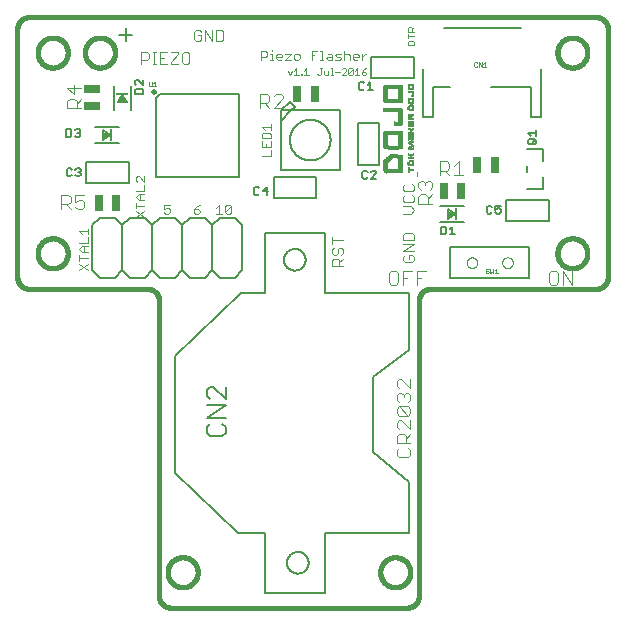
<source format=gto>
G75*
%MOIN*%
%OFA0B0*%
%FSLAX25Y25*%
%IPPOS*%
%LPD*%
%AMOC8*
5,1,8,0,0,1.08239X$1,22.5*
%
%ADD10C,0.01600*%
%ADD11C,0.00300*%
%ADD12C,0.00200*%
%ADD13C,0.00400*%
%ADD14C,0.00600*%
%ADD15R,0.00015X0.00015*%
%ADD16R,0.00015X0.00014*%
%ADD17R,0.00015X0.00015*%
%ADD18R,0.00015X0.00408*%
%ADD19R,0.00015X0.01559*%
%ADD20R,0.00015X0.00466*%
%ADD21R,0.00015X0.00364*%
%ADD22R,0.00015X0.01544*%
%ADD23R,0.00015X0.01646*%
%ADD24R,0.00015X0.00612*%
%ADD25R,0.00015X0.01500*%
%ADD26R,0.00015X0.01471*%
%ADD27R,0.00015X0.01515*%
%ADD28R,0.00015X0.01617*%
%ADD29R,0.00015X0.00422*%
%ADD30R,0.00015X0.01602*%
%ADD31R,0.00015X0.01676*%
%ADD32R,0.00015X0.00407*%
%ADD33R,0.00015X0.00597*%
%ADD34R,0.00015X0.01588*%
%ADD35R,0.00015X0.01544*%
%ADD36R,0.00015X0.00481*%
%ADD37R,0.00015X0.00467*%
%ADD38R,0.00015X0.01646*%
%ADD39R,0.00015X0.01690*%
%ADD40R,0.00015X0.00611*%
%ADD41R,0.00015X0.01661*%
%ADD42R,0.00015X0.01631*%
%ADD43R,0.00015X0.01689*%
%ADD44R,0.00015X0.00510*%
%ADD45R,0.00015X0.01704*%
%ADD46R,0.00015X0.01675*%
%ADD47R,0.00015X0.00466*%
%ADD48R,0.00015X0.00539*%
%ADD49R,0.00015X0.01719*%
%ADD50R,0.00015X0.01719*%
%ADD51R,0.00015X0.00612*%
%ADD52R,0.00015X0.01660*%
%ADD53R,0.00015X0.01705*%
%ADD54R,0.00015X0.01733*%
%ADD55R,0.00015X0.00554*%
%ADD56R,0.00015X0.00480*%
%ADD57R,0.00015X0.01734*%
%ADD58R,0.00015X0.00583*%
%ADD59R,0.00015X0.01763*%
%ADD60R,0.00015X0.00568*%
%ADD61R,0.00015X0.01748*%
%ADD62R,0.00015X0.01777*%
%ADD63R,0.00015X0.01777*%
%ADD64R,0.00015X0.01762*%
%ADD65R,0.00015X0.01792*%
%ADD66R,0.00015X0.01763*%
%ADD67R,0.00015X0.00598*%
%ADD68R,0.00015X0.01748*%
%ADD69R,0.00015X0.01791*%
%ADD70R,0.00015X0.01806*%
%ADD71R,0.00015X0.00626*%
%ADD72R,0.00015X0.01807*%
%ADD73R,0.00015X0.00655*%
%ADD74R,0.00015X0.00452*%
%ADD75R,0.00015X0.01821*%
%ADD76R,0.00015X0.01778*%
%ADD77R,0.00015X0.00670*%
%ADD78R,0.00015X0.01835*%
%ADD79R,0.00015X0.00583*%
%ADD80R,0.00015X0.01821*%
%ADD81R,0.00015X0.00685*%
%ADD82R,0.00015X0.00451*%
%ADD83R,0.00015X0.00714*%
%ADD84R,0.00015X0.01835*%
%ADD85R,0.00015X0.00728*%
%ADD86R,0.00015X0.00568*%
%ADD87R,0.00015X0.00743*%
%ADD88R,0.00015X0.01836*%
%ADD89R,0.00015X0.00772*%
%ADD90R,0.00015X0.00582*%
%ADD91R,0.00015X0.00786*%
%ADD92R,0.00015X0.00801*%
%ADD93R,0.00015X0.00830*%
%ADD94R,0.00015X0.00845*%
%ADD95R,0.00015X0.00859*%
%ADD96R,0.00015X0.00510*%
%ADD97R,0.00015X0.00029*%
%ADD98R,0.00015X0.00495*%
%ADD99R,0.00015X0.00059*%
%ADD100R,0.00015X0.00044*%
%ADD101R,0.00015X0.00029*%
%ADD102R,0.00015X0.00481*%
%ADD103R,0.00015X0.00889*%
%ADD104R,0.00015X0.00437*%
%ADD105R,0.00015X0.00437*%
%ADD106R,0.00015X0.00437*%
%ADD107R,0.00015X0.00903*%
%ADD108R,0.00015X0.00423*%
%ADD109R,0.00015X0.00554*%
%ADD110R,0.00015X0.00408*%
%ADD111R,0.00015X0.00452*%
%ADD112R,0.00015X0.00422*%
%ADD113R,0.00015X0.00569*%
%ADD114R,0.00015X0.00393*%
%ADD115R,0.00015X0.00393*%
%ADD116R,0.00015X0.01296*%
%ADD117R,0.00015X0.01311*%
%ADD118R,0.00015X0.00699*%
%ADD119R,0.00015X0.00030*%
%ADD120R,0.00015X0.00044*%
%ADD121R,0.00015X0.01034*%
%ADD122R,0.00015X0.01326*%
%ADD123R,0.00015X0.01093*%
%ADD124R,0.00015X0.01355*%
%ADD125R,0.00015X0.01136*%
%ADD126R,0.00015X0.01369*%
%ADD127R,0.00015X0.00394*%
%ADD128R,0.00015X0.01384*%
%ADD129R,0.00015X0.01166*%
%ADD130R,0.00015X0.01398*%
%ADD131R,0.00015X0.01194*%
%ADD132R,0.00015X0.01398*%
%ADD133R,0.00015X0.01209*%
%ADD134R,0.00015X0.01413*%
%ADD135R,0.00015X0.01792*%
%ADD136R,0.00015X0.01238*%
%ADD137R,0.00015X0.01428*%
%ADD138R,0.00015X0.01267*%
%ADD139R,0.00015X0.01442*%
%ADD140R,0.00015X0.01282*%
%ADD141R,0.00015X0.01457*%
%ADD142R,0.00015X0.01471*%
%ADD143R,0.00015X0.01820*%
%ADD144R,0.00015X0.01486*%
%ADD145R,0.00015X0.01806*%
%ADD146R,0.00015X0.01500*%
%ADD147R,0.00015X0.01253*%
%ADD148R,0.00015X0.01515*%
%ADD149R,0.00015X0.01239*%
%ADD150R,0.00015X0.01748*%
%ADD151R,0.00015X0.01530*%
%ADD152R,0.00015X0.01224*%
%ADD153R,0.00015X0.01195*%
%ADD154R,0.00015X0.00525*%
%ADD155R,0.00015X0.01165*%
%ADD156R,0.00015X0.00524*%
%ADD157R,0.00015X0.00553*%
%ADD158R,0.00015X0.00874*%
%ADD159R,0.00015X0.00845*%
%ADD160R,0.00015X0.00859*%
%ADD161R,0.00015X0.00844*%
%ADD162R,0.00015X0.00816*%
%ADD163R,0.00015X0.00830*%
%ADD164R,0.00015X0.00815*%
%ADD165R,0.00015X0.00816*%
%ADD166R,0.00015X0.00787*%
%ADD167R,0.00015X0.00495*%
%ADD168R,0.00015X0.00641*%
%ADD169R,0.00015X0.02039*%
%ADD170R,0.00015X0.01558*%
%ADD171R,0.00015X0.00757*%
%ADD172R,0.00015X0.01573*%
%ADD173R,0.00015X0.00757*%
%ADD174R,0.00015X0.00743*%
%ADD175R,0.00015X0.01485*%
%ADD176R,0.00015X0.00743*%
%ADD177R,0.00015X0.01456*%
%ADD178R,0.00015X0.01383*%
%ADD179R,0.00015X0.00670*%
%ADD180R,0.00015X0.00656*%
%ADD181R,0.00015X0.01355*%
%ADD182R,0.00015X0.01340*%
%ADD183R,0.00015X0.01326*%
%ADD184R,0.00015X0.01296*%
%ADD185R,0.00015X0.00626*%
%ADD186R,0.00015X0.01311*%
%ADD187R,0.00015X0.01281*%
%ADD188R,0.00015X0.01253*%
%ADD189R,0.00015X0.01733*%
%ADD190R,0.00015X0.01209*%
%ADD191R,0.00015X0.01209*%
%ADD192R,0.00015X0.01180*%
%ADD193R,0.00015X0.01675*%
%ADD194R,0.00015X0.01690*%
%ADD195R,0.00015X0.01151*%
%ADD196R,0.00015X0.01136*%
%ADD197R,0.00015X0.01646*%
%ADD198R,0.00015X0.01661*%
%ADD199R,0.00015X0.01617*%
%ADD200R,0.00015X0.01107*%
%ADD201R,0.00015X0.00365*%
%ADD202R,0.00015X0.01632*%
%ADD203R,0.00015X0.01049*%
%ADD204R,0.00015X0.01544*%
%ADD205R,0.00015X0.05011*%
%ADD206R,0.00015X0.04837*%
%ADD207R,0.00015X0.05200*%
%ADD208R,0.00015X0.05026*%
%ADD209R,0.00015X0.05302*%
%ADD210R,0.00015X0.05303*%
%ADD211R,0.00015X0.05128*%
%ADD212R,0.00015X0.05375*%
%ADD213R,0.00015X0.05186*%
%ADD214R,0.00015X0.05433*%
%ADD215R,0.00015X0.05448*%
%ADD216R,0.00015X0.05448*%
%ADD217R,0.00015X0.05259*%
%ADD218R,0.00015X0.05506*%
%ADD219R,0.00015X0.05492*%
%ADD220R,0.00015X0.05317*%
%ADD221R,0.00015X0.05550*%
%ADD222R,0.00015X0.05360*%
%ADD223R,0.00015X0.05594*%
%ADD224R,0.00015X0.05593*%
%ADD225R,0.00015X0.05419*%
%ADD226R,0.00015X0.05637*%
%ADD227R,0.00015X0.05638*%
%ADD228R,0.00015X0.05681*%
%ADD229R,0.00015X0.05667*%
%ADD230R,0.00015X0.05667*%
%ADD231R,0.00015X0.05477*%
%ADD232R,0.00015X0.05710*%
%ADD233R,0.00015X0.05696*%
%ADD234R,0.00015X0.05536*%
%ADD235R,0.00015X0.05739*%
%ADD236R,0.00015X0.05739*%
%ADD237R,0.00015X0.05754*%
%ADD238R,0.00015X0.05564*%
%ADD239R,0.00015X0.05769*%
%ADD240R,0.00015X0.05783*%
%ADD241R,0.00015X0.05783*%
%ADD242R,0.00015X0.05812*%
%ADD243R,0.00015X0.05623*%
%ADD244R,0.00015X0.05841*%
%ADD245R,0.00015X0.05842*%
%ADD246R,0.00015X0.05652*%
%ADD247R,0.00015X0.05870*%
%ADD248R,0.00015X0.05856*%
%ADD249R,0.00015X0.05870*%
%ADD250R,0.00015X0.05681*%
%ADD251R,0.00015X0.05885*%
%ADD252R,0.00015X0.05900*%
%ADD253R,0.00015X0.05914*%
%ADD254R,0.00015X0.05740*%
%ADD255R,0.00015X0.05943*%
%ADD256R,0.00015X0.05929*%
%ADD257R,0.00015X0.05958*%
%ADD258R,0.00015X0.05958*%
%ADD259R,0.00015X0.05768*%
%ADD260R,0.00015X0.05973*%
%ADD261R,0.00015X0.05987*%
%ADD262R,0.00015X0.05798*%
%ADD263R,0.00015X0.06002*%
%ADD264R,0.00015X0.05827*%
%ADD265R,0.00015X0.06016*%
%ADD266R,0.00015X0.06031*%
%ADD267R,0.00015X0.06045*%
%ADD268R,0.00015X0.06060*%
%ADD269R,0.00015X0.06060*%
%ADD270R,0.00015X0.06075*%
%ADD271R,0.00015X0.06074*%
%ADD272R,0.00015X0.06089*%
%ADD273R,0.00015X0.06104*%
%ADD274R,0.00015X0.06118*%
%ADD275R,0.00015X0.06119*%
%ADD276R,0.00015X0.05944*%
%ADD277R,0.00015X0.06132*%
%ADD278R,0.00015X0.06133*%
%ADD279R,0.00015X0.06147*%
%ADD280R,0.00015X0.05972*%
%ADD281R,0.00015X0.06162*%
%ADD282R,0.00015X0.06162*%
%ADD283R,0.00015X0.05987*%
%ADD284R,0.00015X0.06177*%
%ADD285R,0.00015X0.06191*%
%ADD286R,0.00015X0.06191*%
%ADD287R,0.00015X0.06031*%
%ADD288R,0.00015X0.06206*%
%ADD289R,0.00015X0.06220*%
%ADD290R,0.00015X0.06220*%
%ADD291R,0.00015X0.06059*%
%ADD292R,0.00015X0.06234*%
%ADD293R,0.00015X0.06235*%
%ADD294R,0.00015X0.06250*%
%ADD295R,0.00015X0.06249*%
%ADD296R,0.00015X0.06264*%
%ADD297R,0.00015X0.06264*%
%ADD298R,0.00015X0.06278*%
%ADD299R,0.00015X0.01588*%
%ADD300R,0.00015X0.01602*%
%ADD301R,0.00015X0.01574*%
%ADD302R,0.00015X0.01573*%
%ADD303R,0.00015X0.01559*%
%ADD304R,0.00015X0.01529*%
%ADD305R,0.00015X0.01515*%
%ADD306R,0.00015X0.01530*%
%ADD307R,0.00015X0.01486*%
%ADD308R,0.00015X0.01501*%
%ADD309R,0.00015X0.01472*%
%ADD310R,0.00015X0.01457*%
%ADD311R,0.00015X0.01443*%
%ADD312R,0.00015X0.01428*%
%ADD313R,0.00015X0.01427*%
%ADD314R,0.00015X0.01413*%
%ADD315R,0.00015X0.01850*%
%ADD316R,0.00015X0.01879*%
%ADD317R,0.00015X0.01880*%
%ADD318R,0.00015X0.01908*%
%ADD319R,0.00015X0.01908*%
%ADD320R,0.00015X0.01922*%
%ADD321R,0.00015X0.01923*%
%ADD322R,0.00015X0.01938*%
%ADD323R,0.00015X0.01937*%
%ADD324R,0.00015X0.01952*%
%ADD325R,0.00015X0.01967*%
%ADD326R,0.00015X0.01967*%
%ADD327R,0.00015X0.01981*%
%ADD328R,0.00015X0.01981*%
%ADD329R,0.00015X0.01966*%
%ADD330R,0.00015X0.01981*%
%ADD331R,0.00015X0.01996*%
%ADD332R,0.00015X0.01996*%
%ADD333R,0.00015X0.02010*%
%ADD334R,0.00015X0.02025*%
%ADD335R,0.00015X0.02054*%
%ADD336R,0.00015X0.02069*%
%ADD337R,0.00015X0.02069*%
%ADD338R,0.00015X0.02083*%
%ADD339R,0.00015X0.02097*%
%ADD340R,0.00015X0.02113*%
%ADD341R,0.00015X0.02127*%
%ADD342R,0.00015X0.02141*%
%ADD343R,0.00015X0.05404*%
%ADD344R,0.00015X0.05390*%
%ADD345R,0.00015X0.05361*%
%ADD346R,0.00015X0.05346*%
%ADD347R,0.00015X0.05331*%
%ADD348R,0.00015X0.05317*%
%ADD349R,0.00015X0.05288*%
%ADD350R,0.00015X0.05273*%
%ADD351R,0.00015X0.05244*%
%ADD352R,0.00015X0.05229*%
%ADD353R,0.00015X0.05215*%
%ADD354R,0.00015X0.05171*%
%ADD355R,0.00015X0.05157*%
%ADD356R,0.00015X0.05142*%
%ADD357R,0.00015X0.05113*%
%ADD358R,0.00015X0.05098*%
%ADD359R,0.00015X0.05084*%
%ADD360R,0.00015X0.05069*%
%ADD361R,0.00015X0.05054*%
%ADD362R,0.00015X0.05026*%
%ADD363R,0.00015X0.04996*%
%ADD364R,0.00015X0.04967*%
%ADD365R,0.00015X0.04952*%
%ADD366R,0.00015X0.04938*%
%ADD367R,0.00015X0.04909*%
%ADD368R,0.00015X0.04894*%
%ADD369R,0.00015X0.04880*%
%ADD370R,0.00015X0.04851*%
%ADD371R,0.00015X0.04836*%
%ADD372R,0.00015X0.04822*%
%ADD373R,0.00015X0.04793*%
%ADD374R,0.00015X0.04778*%
%ADD375R,0.00015X0.04763*%
%ADD376R,0.00015X0.04734*%
%ADD377R,0.00015X0.04706*%
%ADD378R,0.00015X0.04691*%
%ADD379R,0.00015X0.06235*%
%ADD380R,0.00015X0.04662*%
%ADD381R,0.00015X0.04647*%
%ADD382R,0.00015X0.04618*%
%ADD383R,0.00015X0.04589*%
%ADD384R,0.00015X0.04559*%
%ADD385R,0.00015X0.04530*%
%ADD386R,0.00015X0.04487*%
%ADD387R,0.00015X0.04472*%
%ADD388R,0.00015X0.06148*%
%ADD389R,0.00015X0.04457*%
%ADD390R,0.00015X0.04443*%
%ADD391R,0.00015X0.04414*%
%ADD392R,0.00015X0.04385*%
%ADD393R,0.00015X0.04341*%
%ADD394R,0.00015X0.04326*%
%ADD395R,0.00015X0.04311*%
%ADD396R,0.00015X0.04268*%
%ADD397R,0.00015X0.04254*%
%ADD398R,0.00015X0.04225*%
%ADD399R,0.00015X0.05972*%
%ADD400R,0.00015X0.04210*%
%ADD401R,0.00015X0.04166*%
%ADD402R,0.00015X0.04152*%
%ADD403R,0.00015X0.04137*%
%ADD404R,0.00015X0.04093*%
%ADD405R,0.00015X0.04064*%
%ADD406R,0.00015X0.04035*%
%ADD407R,0.00015X0.04006*%
%ADD408R,0.00015X0.03977*%
%ADD409R,0.00015X0.03948*%
%ADD410R,0.00015X0.03904*%
%ADD411R,0.00015X0.03860*%
%ADD412R,0.00015X0.05608*%
%ADD413R,0.00015X0.03831*%
%ADD414R,0.00015X0.05565*%
%ADD415R,0.00015X0.03773*%
%ADD416R,0.00015X0.05565*%
%ADD417R,0.00015X0.03730*%
%ADD418R,0.00015X0.05463*%
%ADD419R,0.00015X0.03656*%
%ADD420R,0.00015X0.05404*%
%ADD421R,0.00015X0.03612*%
%ADD422R,0.00015X0.03540*%
%ADD423R,0.00015X0.05230*%
%ADD424R,0.00015X0.03452*%
%ADD425R,0.00015X0.03292*%
%ADD426C,0.00000*%
%ADD427R,0.02559X0.05512*%
%ADD428C,0.00800*%
%ADD429C,0.00100*%
%ADD430R,0.05512X0.02559*%
%ADD431C,0.00500*%
%ADD432R,0.00787X0.03937*%
%ADD433R,0.03937X0.00787*%
D10*
X0049044Y0005737D02*
X0049044Y0104162D01*
X0049042Y0104286D01*
X0049036Y0104409D01*
X0049027Y0104533D01*
X0049013Y0104655D01*
X0048996Y0104778D01*
X0048974Y0104900D01*
X0048949Y0105021D01*
X0048920Y0105141D01*
X0048888Y0105260D01*
X0048851Y0105379D01*
X0048811Y0105496D01*
X0048768Y0105611D01*
X0048720Y0105726D01*
X0048669Y0105838D01*
X0048615Y0105949D01*
X0048557Y0106059D01*
X0048496Y0106166D01*
X0048431Y0106272D01*
X0048363Y0106375D01*
X0048292Y0106476D01*
X0048218Y0106575D01*
X0048141Y0106672D01*
X0048060Y0106766D01*
X0047977Y0106857D01*
X0047891Y0106946D01*
X0047802Y0107032D01*
X0047711Y0107115D01*
X0047617Y0107196D01*
X0047520Y0107273D01*
X0047421Y0107347D01*
X0047320Y0107418D01*
X0047217Y0107486D01*
X0047111Y0107551D01*
X0047004Y0107612D01*
X0046894Y0107670D01*
X0046783Y0107724D01*
X0046671Y0107775D01*
X0046556Y0107823D01*
X0046441Y0107866D01*
X0046324Y0107906D01*
X0046205Y0107943D01*
X0046086Y0107975D01*
X0045966Y0108004D01*
X0045845Y0108029D01*
X0045723Y0108051D01*
X0045600Y0108068D01*
X0045478Y0108082D01*
X0045354Y0108091D01*
X0045231Y0108097D01*
X0045107Y0108099D01*
X0005737Y0108099D01*
X0005613Y0108101D01*
X0005490Y0108107D01*
X0005366Y0108116D01*
X0005244Y0108130D01*
X0005121Y0108147D01*
X0004999Y0108169D01*
X0004878Y0108194D01*
X0004758Y0108223D01*
X0004639Y0108255D01*
X0004520Y0108292D01*
X0004403Y0108332D01*
X0004288Y0108375D01*
X0004173Y0108423D01*
X0004061Y0108474D01*
X0003950Y0108528D01*
X0003840Y0108586D01*
X0003733Y0108647D01*
X0003627Y0108712D01*
X0003524Y0108780D01*
X0003423Y0108851D01*
X0003324Y0108925D01*
X0003227Y0109002D01*
X0003133Y0109083D01*
X0003042Y0109166D01*
X0002953Y0109252D01*
X0002867Y0109341D01*
X0002784Y0109432D01*
X0002703Y0109526D01*
X0002626Y0109623D01*
X0002552Y0109722D01*
X0002481Y0109823D01*
X0002413Y0109926D01*
X0002348Y0110032D01*
X0002287Y0110139D01*
X0002229Y0110249D01*
X0002175Y0110360D01*
X0002124Y0110472D01*
X0002076Y0110587D01*
X0002033Y0110702D01*
X0001993Y0110819D01*
X0001956Y0110938D01*
X0001924Y0111057D01*
X0001895Y0111177D01*
X0001870Y0111298D01*
X0001848Y0111420D01*
X0001831Y0111543D01*
X0001817Y0111665D01*
X0001808Y0111789D01*
X0001802Y0111912D01*
X0001800Y0112036D01*
X0001800Y0194713D01*
X0001802Y0194837D01*
X0001808Y0194960D01*
X0001817Y0195084D01*
X0001831Y0195206D01*
X0001848Y0195329D01*
X0001870Y0195451D01*
X0001895Y0195572D01*
X0001924Y0195692D01*
X0001956Y0195811D01*
X0001993Y0195930D01*
X0002033Y0196047D01*
X0002076Y0196162D01*
X0002124Y0196277D01*
X0002175Y0196389D01*
X0002229Y0196500D01*
X0002287Y0196610D01*
X0002348Y0196717D01*
X0002413Y0196823D01*
X0002481Y0196926D01*
X0002552Y0197027D01*
X0002626Y0197126D01*
X0002703Y0197223D01*
X0002784Y0197317D01*
X0002867Y0197408D01*
X0002953Y0197497D01*
X0003042Y0197583D01*
X0003133Y0197666D01*
X0003227Y0197747D01*
X0003324Y0197824D01*
X0003423Y0197898D01*
X0003524Y0197969D01*
X0003627Y0198037D01*
X0003733Y0198102D01*
X0003840Y0198163D01*
X0003950Y0198221D01*
X0004061Y0198275D01*
X0004173Y0198326D01*
X0004288Y0198374D01*
X0004403Y0198417D01*
X0004520Y0198457D01*
X0004639Y0198494D01*
X0004758Y0198526D01*
X0004878Y0198555D01*
X0004999Y0198580D01*
X0005121Y0198602D01*
X0005244Y0198619D01*
X0005366Y0198633D01*
X0005490Y0198642D01*
X0005613Y0198648D01*
X0005737Y0198650D01*
X0194713Y0198650D01*
X0194837Y0198648D01*
X0194960Y0198642D01*
X0195084Y0198633D01*
X0195206Y0198619D01*
X0195329Y0198602D01*
X0195451Y0198580D01*
X0195572Y0198555D01*
X0195692Y0198526D01*
X0195811Y0198494D01*
X0195930Y0198457D01*
X0196047Y0198417D01*
X0196162Y0198374D01*
X0196277Y0198326D01*
X0196389Y0198275D01*
X0196500Y0198221D01*
X0196610Y0198163D01*
X0196717Y0198102D01*
X0196823Y0198037D01*
X0196926Y0197969D01*
X0197027Y0197898D01*
X0197126Y0197824D01*
X0197223Y0197747D01*
X0197317Y0197666D01*
X0197408Y0197583D01*
X0197497Y0197497D01*
X0197583Y0197408D01*
X0197666Y0197317D01*
X0197747Y0197223D01*
X0197824Y0197126D01*
X0197898Y0197027D01*
X0197969Y0196926D01*
X0198037Y0196823D01*
X0198102Y0196717D01*
X0198163Y0196610D01*
X0198221Y0196500D01*
X0198275Y0196389D01*
X0198326Y0196277D01*
X0198374Y0196162D01*
X0198417Y0196047D01*
X0198457Y0195930D01*
X0198494Y0195811D01*
X0198526Y0195692D01*
X0198555Y0195572D01*
X0198580Y0195451D01*
X0198602Y0195329D01*
X0198619Y0195206D01*
X0198633Y0195084D01*
X0198642Y0194960D01*
X0198648Y0194837D01*
X0198650Y0194713D01*
X0198650Y0112036D01*
X0198648Y0111912D01*
X0198642Y0111789D01*
X0198633Y0111665D01*
X0198619Y0111543D01*
X0198602Y0111420D01*
X0198580Y0111298D01*
X0198555Y0111177D01*
X0198526Y0111057D01*
X0198494Y0110938D01*
X0198457Y0110819D01*
X0198417Y0110702D01*
X0198374Y0110587D01*
X0198326Y0110472D01*
X0198275Y0110360D01*
X0198221Y0110249D01*
X0198163Y0110139D01*
X0198102Y0110032D01*
X0198037Y0109926D01*
X0197969Y0109823D01*
X0197898Y0109722D01*
X0197824Y0109623D01*
X0197747Y0109526D01*
X0197666Y0109432D01*
X0197583Y0109341D01*
X0197497Y0109252D01*
X0197408Y0109166D01*
X0197317Y0109083D01*
X0197223Y0109002D01*
X0197126Y0108925D01*
X0197027Y0108851D01*
X0196926Y0108780D01*
X0196823Y0108712D01*
X0196717Y0108647D01*
X0196610Y0108586D01*
X0196500Y0108528D01*
X0196389Y0108474D01*
X0196277Y0108423D01*
X0196162Y0108375D01*
X0196047Y0108332D01*
X0195930Y0108292D01*
X0195811Y0108255D01*
X0195692Y0108223D01*
X0195572Y0108194D01*
X0195451Y0108169D01*
X0195329Y0108147D01*
X0195206Y0108130D01*
X0195084Y0108116D01*
X0194960Y0108107D01*
X0194837Y0108101D01*
X0194713Y0108099D01*
X0139595Y0108099D01*
X0139471Y0108097D01*
X0139348Y0108091D01*
X0139224Y0108082D01*
X0139102Y0108068D01*
X0138979Y0108051D01*
X0138857Y0108029D01*
X0138736Y0108004D01*
X0138616Y0107975D01*
X0138497Y0107943D01*
X0138378Y0107906D01*
X0138261Y0107866D01*
X0138146Y0107823D01*
X0138031Y0107775D01*
X0137919Y0107724D01*
X0137808Y0107670D01*
X0137698Y0107612D01*
X0137591Y0107551D01*
X0137485Y0107486D01*
X0137382Y0107418D01*
X0137281Y0107347D01*
X0137182Y0107273D01*
X0137085Y0107196D01*
X0136991Y0107115D01*
X0136900Y0107032D01*
X0136811Y0106946D01*
X0136725Y0106857D01*
X0136642Y0106766D01*
X0136561Y0106672D01*
X0136484Y0106575D01*
X0136410Y0106476D01*
X0136339Y0106375D01*
X0136271Y0106272D01*
X0136206Y0106166D01*
X0136145Y0106059D01*
X0136087Y0105949D01*
X0136033Y0105838D01*
X0135982Y0105726D01*
X0135934Y0105611D01*
X0135891Y0105496D01*
X0135851Y0105379D01*
X0135814Y0105260D01*
X0135782Y0105141D01*
X0135753Y0105021D01*
X0135728Y0104900D01*
X0135706Y0104778D01*
X0135689Y0104655D01*
X0135675Y0104533D01*
X0135666Y0104409D01*
X0135660Y0104286D01*
X0135658Y0104162D01*
X0135658Y0005737D01*
X0135656Y0005613D01*
X0135650Y0005490D01*
X0135641Y0005366D01*
X0135627Y0005244D01*
X0135610Y0005121D01*
X0135588Y0004999D01*
X0135563Y0004878D01*
X0135534Y0004758D01*
X0135502Y0004639D01*
X0135465Y0004520D01*
X0135425Y0004403D01*
X0135382Y0004288D01*
X0135334Y0004173D01*
X0135283Y0004061D01*
X0135229Y0003950D01*
X0135171Y0003840D01*
X0135110Y0003733D01*
X0135045Y0003627D01*
X0134977Y0003524D01*
X0134906Y0003423D01*
X0134832Y0003324D01*
X0134755Y0003227D01*
X0134674Y0003133D01*
X0134591Y0003042D01*
X0134505Y0002953D01*
X0134416Y0002867D01*
X0134325Y0002784D01*
X0134231Y0002703D01*
X0134134Y0002626D01*
X0134035Y0002552D01*
X0133934Y0002481D01*
X0133831Y0002413D01*
X0133725Y0002348D01*
X0133618Y0002287D01*
X0133508Y0002229D01*
X0133397Y0002175D01*
X0133285Y0002124D01*
X0133170Y0002076D01*
X0133055Y0002033D01*
X0132938Y0001993D01*
X0132819Y0001956D01*
X0132700Y0001924D01*
X0132580Y0001895D01*
X0132459Y0001870D01*
X0132337Y0001848D01*
X0132214Y0001831D01*
X0132092Y0001817D01*
X0131968Y0001808D01*
X0131845Y0001802D01*
X0131721Y0001800D01*
X0052981Y0001800D01*
X0052857Y0001802D01*
X0052734Y0001808D01*
X0052610Y0001817D01*
X0052488Y0001831D01*
X0052365Y0001848D01*
X0052243Y0001870D01*
X0052122Y0001895D01*
X0052002Y0001924D01*
X0051883Y0001956D01*
X0051764Y0001993D01*
X0051647Y0002033D01*
X0051532Y0002076D01*
X0051417Y0002124D01*
X0051305Y0002175D01*
X0051194Y0002229D01*
X0051084Y0002287D01*
X0050977Y0002348D01*
X0050871Y0002413D01*
X0050768Y0002481D01*
X0050667Y0002552D01*
X0050568Y0002626D01*
X0050471Y0002703D01*
X0050377Y0002784D01*
X0050286Y0002867D01*
X0050197Y0002953D01*
X0050111Y0003042D01*
X0050028Y0003133D01*
X0049947Y0003227D01*
X0049870Y0003324D01*
X0049796Y0003423D01*
X0049725Y0003524D01*
X0049657Y0003627D01*
X0049592Y0003733D01*
X0049531Y0003840D01*
X0049473Y0003950D01*
X0049419Y0004061D01*
X0049368Y0004173D01*
X0049320Y0004288D01*
X0049277Y0004403D01*
X0049237Y0004520D01*
X0049200Y0004639D01*
X0049168Y0004758D01*
X0049139Y0004878D01*
X0049114Y0004999D01*
X0049092Y0005121D01*
X0049075Y0005244D01*
X0049061Y0005366D01*
X0049052Y0005490D01*
X0049046Y0005613D01*
X0049044Y0005737D01*
X0051918Y0013611D02*
X0051920Y0013752D01*
X0051926Y0013893D01*
X0051936Y0014033D01*
X0051950Y0014173D01*
X0051968Y0014313D01*
X0051989Y0014452D01*
X0052015Y0014591D01*
X0052044Y0014729D01*
X0052078Y0014865D01*
X0052115Y0015001D01*
X0052156Y0015136D01*
X0052201Y0015270D01*
X0052250Y0015402D01*
X0052302Y0015533D01*
X0052358Y0015662D01*
X0052418Y0015789D01*
X0052481Y0015915D01*
X0052547Y0016039D01*
X0052618Y0016162D01*
X0052691Y0016282D01*
X0052768Y0016400D01*
X0052848Y0016516D01*
X0052932Y0016629D01*
X0053018Y0016740D01*
X0053108Y0016849D01*
X0053201Y0016955D01*
X0053296Y0017058D01*
X0053395Y0017159D01*
X0053496Y0017257D01*
X0053600Y0017352D01*
X0053707Y0017444D01*
X0053816Y0017533D01*
X0053928Y0017618D01*
X0054042Y0017701D01*
X0054158Y0017781D01*
X0054277Y0017857D01*
X0054398Y0017929D01*
X0054520Y0017999D01*
X0054645Y0018064D01*
X0054771Y0018127D01*
X0054899Y0018185D01*
X0055029Y0018240D01*
X0055160Y0018292D01*
X0055293Y0018339D01*
X0055427Y0018383D01*
X0055562Y0018424D01*
X0055698Y0018460D01*
X0055835Y0018492D01*
X0055973Y0018521D01*
X0056111Y0018546D01*
X0056251Y0018566D01*
X0056391Y0018583D01*
X0056531Y0018596D01*
X0056672Y0018605D01*
X0056812Y0018610D01*
X0056953Y0018611D01*
X0057094Y0018608D01*
X0057235Y0018601D01*
X0057375Y0018590D01*
X0057515Y0018575D01*
X0057655Y0018556D01*
X0057794Y0018534D01*
X0057932Y0018507D01*
X0058070Y0018477D01*
X0058206Y0018442D01*
X0058342Y0018404D01*
X0058476Y0018362D01*
X0058610Y0018316D01*
X0058742Y0018267D01*
X0058872Y0018213D01*
X0059001Y0018156D01*
X0059128Y0018096D01*
X0059254Y0018032D01*
X0059377Y0017964D01*
X0059499Y0017893D01*
X0059619Y0017819D01*
X0059736Y0017741D01*
X0059851Y0017660D01*
X0059964Y0017576D01*
X0060075Y0017489D01*
X0060183Y0017398D01*
X0060288Y0017305D01*
X0060391Y0017208D01*
X0060491Y0017109D01*
X0060588Y0017007D01*
X0060682Y0016902D01*
X0060773Y0016795D01*
X0060861Y0016685D01*
X0060946Y0016573D01*
X0061028Y0016458D01*
X0061107Y0016341D01*
X0061182Y0016222D01*
X0061254Y0016101D01*
X0061322Y0015978D01*
X0061387Y0015853D01*
X0061449Y0015726D01*
X0061506Y0015597D01*
X0061561Y0015467D01*
X0061611Y0015336D01*
X0061658Y0015203D01*
X0061701Y0015069D01*
X0061740Y0014933D01*
X0061775Y0014797D01*
X0061807Y0014660D01*
X0061834Y0014522D01*
X0061858Y0014383D01*
X0061878Y0014243D01*
X0061894Y0014103D01*
X0061906Y0013963D01*
X0061914Y0013822D01*
X0061918Y0013681D01*
X0061918Y0013541D01*
X0061914Y0013400D01*
X0061906Y0013259D01*
X0061894Y0013119D01*
X0061878Y0012979D01*
X0061858Y0012839D01*
X0061834Y0012700D01*
X0061807Y0012562D01*
X0061775Y0012425D01*
X0061740Y0012289D01*
X0061701Y0012153D01*
X0061658Y0012019D01*
X0061611Y0011886D01*
X0061561Y0011755D01*
X0061506Y0011625D01*
X0061449Y0011496D01*
X0061387Y0011369D01*
X0061322Y0011244D01*
X0061254Y0011121D01*
X0061182Y0011000D01*
X0061107Y0010881D01*
X0061028Y0010764D01*
X0060946Y0010649D01*
X0060861Y0010537D01*
X0060773Y0010427D01*
X0060682Y0010320D01*
X0060588Y0010215D01*
X0060491Y0010113D01*
X0060391Y0010014D01*
X0060288Y0009917D01*
X0060183Y0009824D01*
X0060075Y0009733D01*
X0059964Y0009646D01*
X0059851Y0009562D01*
X0059736Y0009481D01*
X0059619Y0009403D01*
X0059499Y0009329D01*
X0059377Y0009258D01*
X0059254Y0009190D01*
X0059128Y0009126D01*
X0059001Y0009066D01*
X0058872Y0009009D01*
X0058742Y0008955D01*
X0058610Y0008906D01*
X0058476Y0008860D01*
X0058342Y0008818D01*
X0058206Y0008780D01*
X0058070Y0008745D01*
X0057932Y0008715D01*
X0057794Y0008688D01*
X0057655Y0008666D01*
X0057515Y0008647D01*
X0057375Y0008632D01*
X0057235Y0008621D01*
X0057094Y0008614D01*
X0056953Y0008611D01*
X0056812Y0008612D01*
X0056672Y0008617D01*
X0056531Y0008626D01*
X0056391Y0008639D01*
X0056251Y0008656D01*
X0056111Y0008676D01*
X0055973Y0008701D01*
X0055835Y0008730D01*
X0055698Y0008762D01*
X0055562Y0008798D01*
X0055427Y0008839D01*
X0055293Y0008883D01*
X0055160Y0008930D01*
X0055029Y0008982D01*
X0054899Y0009037D01*
X0054771Y0009095D01*
X0054645Y0009158D01*
X0054520Y0009223D01*
X0054398Y0009293D01*
X0054277Y0009365D01*
X0054158Y0009441D01*
X0054042Y0009521D01*
X0053928Y0009604D01*
X0053816Y0009689D01*
X0053707Y0009778D01*
X0053600Y0009870D01*
X0053496Y0009965D01*
X0053395Y0010063D01*
X0053296Y0010164D01*
X0053201Y0010267D01*
X0053108Y0010373D01*
X0053018Y0010482D01*
X0052932Y0010593D01*
X0052848Y0010706D01*
X0052768Y0010822D01*
X0052691Y0010940D01*
X0052618Y0011060D01*
X0052547Y0011183D01*
X0052481Y0011307D01*
X0052418Y0011433D01*
X0052358Y0011560D01*
X0052302Y0011689D01*
X0052250Y0011820D01*
X0052201Y0011952D01*
X0052156Y0012086D01*
X0052115Y0012221D01*
X0052078Y0012357D01*
X0052044Y0012493D01*
X0052015Y0012631D01*
X0051989Y0012770D01*
X0051968Y0012909D01*
X0051950Y0013049D01*
X0051936Y0013189D01*
X0051926Y0013329D01*
X0051920Y0013470D01*
X0051918Y0013611D01*
X0122784Y0013611D02*
X0122786Y0013752D01*
X0122792Y0013893D01*
X0122802Y0014033D01*
X0122816Y0014173D01*
X0122834Y0014313D01*
X0122855Y0014452D01*
X0122881Y0014591D01*
X0122910Y0014729D01*
X0122944Y0014865D01*
X0122981Y0015001D01*
X0123022Y0015136D01*
X0123067Y0015270D01*
X0123116Y0015402D01*
X0123168Y0015533D01*
X0123224Y0015662D01*
X0123284Y0015789D01*
X0123347Y0015915D01*
X0123413Y0016039D01*
X0123484Y0016162D01*
X0123557Y0016282D01*
X0123634Y0016400D01*
X0123714Y0016516D01*
X0123798Y0016629D01*
X0123884Y0016740D01*
X0123974Y0016849D01*
X0124067Y0016955D01*
X0124162Y0017058D01*
X0124261Y0017159D01*
X0124362Y0017257D01*
X0124466Y0017352D01*
X0124573Y0017444D01*
X0124682Y0017533D01*
X0124794Y0017618D01*
X0124908Y0017701D01*
X0125024Y0017781D01*
X0125143Y0017857D01*
X0125264Y0017929D01*
X0125386Y0017999D01*
X0125511Y0018064D01*
X0125637Y0018127D01*
X0125765Y0018185D01*
X0125895Y0018240D01*
X0126026Y0018292D01*
X0126159Y0018339D01*
X0126293Y0018383D01*
X0126428Y0018424D01*
X0126564Y0018460D01*
X0126701Y0018492D01*
X0126839Y0018521D01*
X0126977Y0018546D01*
X0127117Y0018566D01*
X0127257Y0018583D01*
X0127397Y0018596D01*
X0127538Y0018605D01*
X0127678Y0018610D01*
X0127819Y0018611D01*
X0127960Y0018608D01*
X0128101Y0018601D01*
X0128241Y0018590D01*
X0128381Y0018575D01*
X0128521Y0018556D01*
X0128660Y0018534D01*
X0128798Y0018507D01*
X0128936Y0018477D01*
X0129072Y0018442D01*
X0129208Y0018404D01*
X0129342Y0018362D01*
X0129476Y0018316D01*
X0129608Y0018267D01*
X0129738Y0018213D01*
X0129867Y0018156D01*
X0129994Y0018096D01*
X0130120Y0018032D01*
X0130243Y0017964D01*
X0130365Y0017893D01*
X0130485Y0017819D01*
X0130602Y0017741D01*
X0130717Y0017660D01*
X0130830Y0017576D01*
X0130941Y0017489D01*
X0131049Y0017398D01*
X0131154Y0017305D01*
X0131257Y0017208D01*
X0131357Y0017109D01*
X0131454Y0017007D01*
X0131548Y0016902D01*
X0131639Y0016795D01*
X0131727Y0016685D01*
X0131812Y0016573D01*
X0131894Y0016458D01*
X0131973Y0016341D01*
X0132048Y0016222D01*
X0132120Y0016101D01*
X0132188Y0015978D01*
X0132253Y0015853D01*
X0132315Y0015726D01*
X0132372Y0015597D01*
X0132427Y0015467D01*
X0132477Y0015336D01*
X0132524Y0015203D01*
X0132567Y0015069D01*
X0132606Y0014933D01*
X0132641Y0014797D01*
X0132673Y0014660D01*
X0132700Y0014522D01*
X0132724Y0014383D01*
X0132744Y0014243D01*
X0132760Y0014103D01*
X0132772Y0013963D01*
X0132780Y0013822D01*
X0132784Y0013681D01*
X0132784Y0013541D01*
X0132780Y0013400D01*
X0132772Y0013259D01*
X0132760Y0013119D01*
X0132744Y0012979D01*
X0132724Y0012839D01*
X0132700Y0012700D01*
X0132673Y0012562D01*
X0132641Y0012425D01*
X0132606Y0012289D01*
X0132567Y0012153D01*
X0132524Y0012019D01*
X0132477Y0011886D01*
X0132427Y0011755D01*
X0132372Y0011625D01*
X0132315Y0011496D01*
X0132253Y0011369D01*
X0132188Y0011244D01*
X0132120Y0011121D01*
X0132048Y0011000D01*
X0131973Y0010881D01*
X0131894Y0010764D01*
X0131812Y0010649D01*
X0131727Y0010537D01*
X0131639Y0010427D01*
X0131548Y0010320D01*
X0131454Y0010215D01*
X0131357Y0010113D01*
X0131257Y0010014D01*
X0131154Y0009917D01*
X0131049Y0009824D01*
X0130941Y0009733D01*
X0130830Y0009646D01*
X0130717Y0009562D01*
X0130602Y0009481D01*
X0130485Y0009403D01*
X0130365Y0009329D01*
X0130243Y0009258D01*
X0130120Y0009190D01*
X0129994Y0009126D01*
X0129867Y0009066D01*
X0129738Y0009009D01*
X0129608Y0008955D01*
X0129476Y0008906D01*
X0129342Y0008860D01*
X0129208Y0008818D01*
X0129072Y0008780D01*
X0128936Y0008745D01*
X0128798Y0008715D01*
X0128660Y0008688D01*
X0128521Y0008666D01*
X0128381Y0008647D01*
X0128241Y0008632D01*
X0128101Y0008621D01*
X0127960Y0008614D01*
X0127819Y0008611D01*
X0127678Y0008612D01*
X0127538Y0008617D01*
X0127397Y0008626D01*
X0127257Y0008639D01*
X0127117Y0008656D01*
X0126977Y0008676D01*
X0126839Y0008701D01*
X0126701Y0008730D01*
X0126564Y0008762D01*
X0126428Y0008798D01*
X0126293Y0008839D01*
X0126159Y0008883D01*
X0126026Y0008930D01*
X0125895Y0008982D01*
X0125765Y0009037D01*
X0125637Y0009095D01*
X0125511Y0009158D01*
X0125386Y0009223D01*
X0125264Y0009293D01*
X0125143Y0009365D01*
X0125024Y0009441D01*
X0124908Y0009521D01*
X0124794Y0009604D01*
X0124682Y0009689D01*
X0124573Y0009778D01*
X0124466Y0009870D01*
X0124362Y0009965D01*
X0124261Y0010063D01*
X0124162Y0010164D01*
X0124067Y0010267D01*
X0123974Y0010373D01*
X0123884Y0010482D01*
X0123798Y0010593D01*
X0123714Y0010706D01*
X0123634Y0010822D01*
X0123557Y0010940D01*
X0123484Y0011060D01*
X0123413Y0011183D01*
X0123347Y0011307D01*
X0123284Y0011433D01*
X0123224Y0011560D01*
X0123168Y0011689D01*
X0123116Y0011820D01*
X0123067Y0011952D01*
X0123022Y0012086D01*
X0122981Y0012221D01*
X0122944Y0012357D01*
X0122910Y0012493D01*
X0122881Y0012631D01*
X0122855Y0012770D01*
X0122834Y0012909D01*
X0122816Y0013049D01*
X0122802Y0013189D01*
X0122792Y0013329D01*
X0122786Y0013470D01*
X0122784Y0013611D01*
X0181839Y0119910D02*
X0181841Y0120051D01*
X0181847Y0120192D01*
X0181857Y0120332D01*
X0181871Y0120472D01*
X0181889Y0120612D01*
X0181910Y0120751D01*
X0181936Y0120890D01*
X0181965Y0121028D01*
X0181999Y0121164D01*
X0182036Y0121300D01*
X0182077Y0121435D01*
X0182122Y0121569D01*
X0182171Y0121701D01*
X0182223Y0121832D01*
X0182279Y0121961D01*
X0182339Y0122088D01*
X0182402Y0122214D01*
X0182468Y0122338D01*
X0182539Y0122461D01*
X0182612Y0122581D01*
X0182689Y0122699D01*
X0182769Y0122815D01*
X0182853Y0122928D01*
X0182939Y0123039D01*
X0183029Y0123148D01*
X0183122Y0123254D01*
X0183217Y0123357D01*
X0183316Y0123458D01*
X0183417Y0123556D01*
X0183521Y0123651D01*
X0183628Y0123743D01*
X0183737Y0123832D01*
X0183849Y0123917D01*
X0183963Y0124000D01*
X0184079Y0124080D01*
X0184198Y0124156D01*
X0184319Y0124228D01*
X0184441Y0124298D01*
X0184566Y0124363D01*
X0184692Y0124426D01*
X0184820Y0124484D01*
X0184950Y0124539D01*
X0185081Y0124591D01*
X0185214Y0124638D01*
X0185348Y0124682D01*
X0185483Y0124723D01*
X0185619Y0124759D01*
X0185756Y0124791D01*
X0185894Y0124820D01*
X0186032Y0124845D01*
X0186172Y0124865D01*
X0186312Y0124882D01*
X0186452Y0124895D01*
X0186593Y0124904D01*
X0186733Y0124909D01*
X0186874Y0124910D01*
X0187015Y0124907D01*
X0187156Y0124900D01*
X0187296Y0124889D01*
X0187436Y0124874D01*
X0187576Y0124855D01*
X0187715Y0124833D01*
X0187853Y0124806D01*
X0187991Y0124776D01*
X0188127Y0124741D01*
X0188263Y0124703D01*
X0188397Y0124661D01*
X0188531Y0124615D01*
X0188663Y0124566D01*
X0188793Y0124512D01*
X0188922Y0124455D01*
X0189049Y0124395D01*
X0189175Y0124331D01*
X0189298Y0124263D01*
X0189420Y0124192D01*
X0189540Y0124118D01*
X0189657Y0124040D01*
X0189772Y0123959D01*
X0189885Y0123875D01*
X0189996Y0123788D01*
X0190104Y0123697D01*
X0190209Y0123604D01*
X0190312Y0123507D01*
X0190412Y0123408D01*
X0190509Y0123306D01*
X0190603Y0123201D01*
X0190694Y0123094D01*
X0190782Y0122984D01*
X0190867Y0122872D01*
X0190949Y0122757D01*
X0191028Y0122640D01*
X0191103Y0122521D01*
X0191175Y0122400D01*
X0191243Y0122277D01*
X0191308Y0122152D01*
X0191370Y0122025D01*
X0191427Y0121896D01*
X0191482Y0121766D01*
X0191532Y0121635D01*
X0191579Y0121502D01*
X0191622Y0121368D01*
X0191661Y0121232D01*
X0191696Y0121096D01*
X0191728Y0120959D01*
X0191755Y0120821D01*
X0191779Y0120682D01*
X0191799Y0120542D01*
X0191815Y0120402D01*
X0191827Y0120262D01*
X0191835Y0120121D01*
X0191839Y0119980D01*
X0191839Y0119840D01*
X0191835Y0119699D01*
X0191827Y0119558D01*
X0191815Y0119418D01*
X0191799Y0119278D01*
X0191779Y0119138D01*
X0191755Y0118999D01*
X0191728Y0118861D01*
X0191696Y0118724D01*
X0191661Y0118588D01*
X0191622Y0118452D01*
X0191579Y0118318D01*
X0191532Y0118185D01*
X0191482Y0118054D01*
X0191427Y0117924D01*
X0191370Y0117795D01*
X0191308Y0117668D01*
X0191243Y0117543D01*
X0191175Y0117420D01*
X0191103Y0117299D01*
X0191028Y0117180D01*
X0190949Y0117063D01*
X0190867Y0116948D01*
X0190782Y0116836D01*
X0190694Y0116726D01*
X0190603Y0116619D01*
X0190509Y0116514D01*
X0190412Y0116412D01*
X0190312Y0116313D01*
X0190209Y0116216D01*
X0190104Y0116123D01*
X0189996Y0116032D01*
X0189885Y0115945D01*
X0189772Y0115861D01*
X0189657Y0115780D01*
X0189540Y0115702D01*
X0189420Y0115628D01*
X0189298Y0115557D01*
X0189175Y0115489D01*
X0189049Y0115425D01*
X0188922Y0115365D01*
X0188793Y0115308D01*
X0188663Y0115254D01*
X0188531Y0115205D01*
X0188397Y0115159D01*
X0188263Y0115117D01*
X0188127Y0115079D01*
X0187991Y0115044D01*
X0187853Y0115014D01*
X0187715Y0114987D01*
X0187576Y0114965D01*
X0187436Y0114946D01*
X0187296Y0114931D01*
X0187156Y0114920D01*
X0187015Y0114913D01*
X0186874Y0114910D01*
X0186733Y0114911D01*
X0186593Y0114916D01*
X0186452Y0114925D01*
X0186312Y0114938D01*
X0186172Y0114955D01*
X0186032Y0114975D01*
X0185894Y0115000D01*
X0185756Y0115029D01*
X0185619Y0115061D01*
X0185483Y0115097D01*
X0185348Y0115138D01*
X0185214Y0115182D01*
X0185081Y0115229D01*
X0184950Y0115281D01*
X0184820Y0115336D01*
X0184692Y0115394D01*
X0184566Y0115457D01*
X0184441Y0115522D01*
X0184319Y0115592D01*
X0184198Y0115664D01*
X0184079Y0115740D01*
X0183963Y0115820D01*
X0183849Y0115903D01*
X0183737Y0115988D01*
X0183628Y0116077D01*
X0183521Y0116169D01*
X0183417Y0116264D01*
X0183316Y0116362D01*
X0183217Y0116463D01*
X0183122Y0116566D01*
X0183029Y0116672D01*
X0182939Y0116781D01*
X0182853Y0116892D01*
X0182769Y0117005D01*
X0182689Y0117121D01*
X0182612Y0117239D01*
X0182539Y0117359D01*
X0182468Y0117482D01*
X0182402Y0117606D01*
X0182339Y0117732D01*
X0182279Y0117859D01*
X0182223Y0117988D01*
X0182171Y0118119D01*
X0182122Y0118251D01*
X0182077Y0118385D01*
X0182036Y0118520D01*
X0181999Y0118656D01*
X0181965Y0118792D01*
X0181936Y0118930D01*
X0181910Y0119069D01*
X0181889Y0119208D01*
X0181871Y0119348D01*
X0181857Y0119488D01*
X0181847Y0119628D01*
X0181841Y0119769D01*
X0181839Y0119910D01*
X0181839Y0186839D02*
X0181841Y0186980D01*
X0181847Y0187121D01*
X0181857Y0187261D01*
X0181871Y0187401D01*
X0181889Y0187541D01*
X0181910Y0187680D01*
X0181936Y0187819D01*
X0181965Y0187957D01*
X0181999Y0188093D01*
X0182036Y0188229D01*
X0182077Y0188364D01*
X0182122Y0188498D01*
X0182171Y0188630D01*
X0182223Y0188761D01*
X0182279Y0188890D01*
X0182339Y0189017D01*
X0182402Y0189143D01*
X0182468Y0189267D01*
X0182539Y0189390D01*
X0182612Y0189510D01*
X0182689Y0189628D01*
X0182769Y0189744D01*
X0182853Y0189857D01*
X0182939Y0189968D01*
X0183029Y0190077D01*
X0183122Y0190183D01*
X0183217Y0190286D01*
X0183316Y0190387D01*
X0183417Y0190485D01*
X0183521Y0190580D01*
X0183628Y0190672D01*
X0183737Y0190761D01*
X0183849Y0190846D01*
X0183963Y0190929D01*
X0184079Y0191009D01*
X0184198Y0191085D01*
X0184319Y0191157D01*
X0184441Y0191227D01*
X0184566Y0191292D01*
X0184692Y0191355D01*
X0184820Y0191413D01*
X0184950Y0191468D01*
X0185081Y0191520D01*
X0185214Y0191567D01*
X0185348Y0191611D01*
X0185483Y0191652D01*
X0185619Y0191688D01*
X0185756Y0191720D01*
X0185894Y0191749D01*
X0186032Y0191774D01*
X0186172Y0191794D01*
X0186312Y0191811D01*
X0186452Y0191824D01*
X0186593Y0191833D01*
X0186733Y0191838D01*
X0186874Y0191839D01*
X0187015Y0191836D01*
X0187156Y0191829D01*
X0187296Y0191818D01*
X0187436Y0191803D01*
X0187576Y0191784D01*
X0187715Y0191762D01*
X0187853Y0191735D01*
X0187991Y0191705D01*
X0188127Y0191670D01*
X0188263Y0191632D01*
X0188397Y0191590D01*
X0188531Y0191544D01*
X0188663Y0191495D01*
X0188793Y0191441D01*
X0188922Y0191384D01*
X0189049Y0191324D01*
X0189175Y0191260D01*
X0189298Y0191192D01*
X0189420Y0191121D01*
X0189540Y0191047D01*
X0189657Y0190969D01*
X0189772Y0190888D01*
X0189885Y0190804D01*
X0189996Y0190717D01*
X0190104Y0190626D01*
X0190209Y0190533D01*
X0190312Y0190436D01*
X0190412Y0190337D01*
X0190509Y0190235D01*
X0190603Y0190130D01*
X0190694Y0190023D01*
X0190782Y0189913D01*
X0190867Y0189801D01*
X0190949Y0189686D01*
X0191028Y0189569D01*
X0191103Y0189450D01*
X0191175Y0189329D01*
X0191243Y0189206D01*
X0191308Y0189081D01*
X0191370Y0188954D01*
X0191427Y0188825D01*
X0191482Y0188695D01*
X0191532Y0188564D01*
X0191579Y0188431D01*
X0191622Y0188297D01*
X0191661Y0188161D01*
X0191696Y0188025D01*
X0191728Y0187888D01*
X0191755Y0187750D01*
X0191779Y0187611D01*
X0191799Y0187471D01*
X0191815Y0187331D01*
X0191827Y0187191D01*
X0191835Y0187050D01*
X0191839Y0186909D01*
X0191839Y0186769D01*
X0191835Y0186628D01*
X0191827Y0186487D01*
X0191815Y0186347D01*
X0191799Y0186207D01*
X0191779Y0186067D01*
X0191755Y0185928D01*
X0191728Y0185790D01*
X0191696Y0185653D01*
X0191661Y0185517D01*
X0191622Y0185381D01*
X0191579Y0185247D01*
X0191532Y0185114D01*
X0191482Y0184983D01*
X0191427Y0184853D01*
X0191370Y0184724D01*
X0191308Y0184597D01*
X0191243Y0184472D01*
X0191175Y0184349D01*
X0191103Y0184228D01*
X0191028Y0184109D01*
X0190949Y0183992D01*
X0190867Y0183877D01*
X0190782Y0183765D01*
X0190694Y0183655D01*
X0190603Y0183548D01*
X0190509Y0183443D01*
X0190412Y0183341D01*
X0190312Y0183242D01*
X0190209Y0183145D01*
X0190104Y0183052D01*
X0189996Y0182961D01*
X0189885Y0182874D01*
X0189772Y0182790D01*
X0189657Y0182709D01*
X0189540Y0182631D01*
X0189420Y0182557D01*
X0189298Y0182486D01*
X0189175Y0182418D01*
X0189049Y0182354D01*
X0188922Y0182294D01*
X0188793Y0182237D01*
X0188663Y0182183D01*
X0188531Y0182134D01*
X0188397Y0182088D01*
X0188263Y0182046D01*
X0188127Y0182008D01*
X0187991Y0181973D01*
X0187853Y0181943D01*
X0187715Y0181916D01*
X0187576Y0181894D01*
X0187436Y0181875D01*
X0187296Y0181860D01*
X0187156Y0181849D01*
X0187015Y0181842D01*
X0186874Y0181839D01*
X0186733Y0181840D01*
X0186593Y0181845D01*
X0186452Y0181854D01*
X0186312Y0181867D01*
X0186172Y0181884D01*
X0186032Y0181904D01*
X0185894Y0181929D01*
X0185756Y0181958D01*
X0185619Y0181990D01*
X0185483Y0182026D01*
X0185348Y0182067D01*
X0185214Y0182111D01*
X0185081Y0182158D01*
X0184950Y0182210D01*
X0184820Y0182265D01*
X0184692Y0182323D01*
X0184566Y0182386D01*
X0184441Y0182451D01*
X0184319Y0182521D01*
X0184198Y0182593D01*
X0184079Y0182669D01*
X0183963Y0182749D01*
X0183849Y0182832D01*
X0183737Y0182917D01*
X0183628Y0183006D01*
X0183521Y0183098D01*
X0183417Y0183193D01*
X0183316Y0183291D01*
X0183217Y0183392D01*
X0183122Y0183495D01*
X0183029Y0183601D01*
X0182939Y0183710D01*
X0182853Y0183821D01*
X0182769Y0183934D01*
X0182689Y0184050D01*
X0182612Y0184168D01*
X0182539Y0184288D01*
X0182468Y0184411D01*
X0182402Y0184535D01*
X0182339Y0184661D01*
X0182279Y0184788D01*
X0182223Y0184917D01*
X0182171Y0185048D01*
X0182122Y0185180D01*
X0182077Y0185314D01*
X0182036Y0185449D01*
X0181999Y0185585D01*
X0181965Y0185721D01*
X0181936Y0185859D01*
X0181910Y0185998D01*
X0181889Y0186137D01*
X0181871Y0186277D01*
X0181857Y0186417D01*
X0181847Y0186557D01*
X0181841Y0186698D01*
X0181839Y0186839D01*
X0024359Y0186839D02*
X0024361Y0186980D01*
X0024367Y0187121D01*
X0024377Y0187261D01*
X0024391Y0187401D01*
X0024409Y0187541D01*
X0024430Y0187680D01*
X0024456Y0187819D01*
X0024485Y0187957D01*
X0024519Y0188093D01*
X0024556Y0188229D01*
X0024597Y0188364D01*
X0024642Y0188498D01*
X0024691Y0188630D01*
X0024743Y0188761D01*
X0024799Y0188890D01*
X0024859Y0189017D01*
X0024922Y0189143D01*
X0024988Y0189267D01*
X0025059Y0189390D01*
X0025132Y0189510D01*
X0025209Y0189628D01*
X0025289Y0189744D01*
X0025373Y0189857D01*
X0025459Y0189968D01*
X0025549Y0190077D01*
X0025642Y0190183D01*
X0025737Y0190286D01*
X0025836Y0190387D01*
X0025937Y0190485D01*
X0026041Y0190580D01*
X0026148Y0190672D01*
X0026257Y0190761D01*
X0026369Y0190846D01*
X0026483Y0190929D01*
X0026599Y0191009D01*
X0026718Y0191085D01*
X0026839Y0191157D01*
X0026961Y0191227D01*
X0027086Y0191292D01*
X0027212Y0191355D01*
X0027340Y0191413D01*
X0027470Y0191468D01*
X0027601Y0191520D01*
X0027734Y0191567D01*
X0027868Y0191611D01*
X0028003Y0191652D01*
X0028139Y0191688D01*
X0028276Y0191720D01*
X0028414Y0191749D01*
X0028552Y0191774D01*
X0028692Y0191794D01*
X0028832Y0191811D01*
X0028972Y0191824D01*
X0029113Y0191833D01*
X0029253Y0191838D01*
X0029394Y0191839D01*
X0029535Y0191836D01*
X0029676Y0191829D01*
X0029816Y0191818D01*
X0029956Y0191803D01*
X0030096Y0191784D01*
X0030235Y0191762D01*
X0030373Y0191735D01*
X0030511Y0191705D01*
X0030647Y0191670D01*
X0030783Y0191632D01*
X0030917Y0191590D01*
X0031051Y0191544D01*
X0031183Y0191495D01*
X0031313Y0191441D01*
X0031442Y0191384D01*
X0031569Y0191324D01*
X0031695Y0191260D01*
X0031818Y0191192D01*
X0031940Y0191121D01*
X0032060Y0191047D01*
X0032177Y0190969D01*
X0032292Y0190888D01*
X0032405Y0190804D01*
X0032516Y0190717D01*
X0032624Y0190626D01*
X0032729Y0190533D01*
X0032832Y0190436D01*
X0032932Y0190337D01*
X0033029Y0190235D01*
X0033123Y0190130D01*
X0033214Y0190023D01*
X0033302Y0189913D01*
X0033387Y0189801D01*
X0033469Y0189686D01*
X0033548Y0189569D01*
X0033623Y0189450D01*
X0033695Y0189329D01*
X0033763Y0189206D01*
X0033828Y0189081D01*
X0033890Y0188954D01*
X0033947Y0188825D01*
X0034002Y0188695D01*
X0034052Y0188564D01*
X0034099Y0188431D01*
X0034142Y0188297D01*
X0034181Y0188161D01*
X0034216Y0188025D01*
X0034248Y0187888D01*
X0034275Y0187750D01*
X0034299Y0187611D01*
X0034319Y0187471D01*
X0034335Y0187331D01*
X0034347Y0187191D01*
X0034355Y0187050D01*
X0034359Y0186909D01*
X0034359Y0186769D01*
X0034355Y0186628D01*
X0034347Y0186487D01*
X0034335Y0186347D01*
X0034319Y0186207D01*
X0034299Y0186067D01*
X0034275Y0185928D01*
X0034248Y0185790D01*
X0034216Y0185653D01*
X0034181Y0185517D01*
X0034142Y0185381D01*
X0034099Y0185247D01*
X0034052Y0185114D01*
X0034002Y0184983D01*
X0033947Y0184853D01*
X0033890Y0184724D01*
X0033828Y0184597D01*
X0033763Y0184472D01*
X0033695Y0184349D01*
X0033623Y0184228D01*
X0033548Y0184109D01*
X0033469Y0183992D01*
X0033387Y0183877D01*
X0033302Y0183765D01*
X0033214Y0183655D01*
X0033123Y0183548D01*
X0033029Y0183443D01*
X0032932Y0183341D01*
X0032832Y0183242D01*
X0032729Y0183145D01*
X0032624Y0183052D01*
X0032516Y0182961D01*
X0032405Y0182874D01*
X0032292Y0182790D01*
X0032177Y0182709D01*
X0032060Y0182631D01*
X0031940Y0182557D01*
X0031818Y0182486D01*
X0031695Y0182418D01*
X0031569Y0182354D01*
X0031442Y0182294D01*
X0031313Y0182237D01*
X0031183Y0182183D01*
X0031051Y0182134D01*
X0030917Y0182088D01*
X0030783Y0182046D01*
X0030647Y0182008D01*
X0030511Y0181973D01*
X0030373Y0181943D01*
X0030235Y0181916D01*
X0030096Y0181894D01*
X0029956Y0181875D01*
X0029816Y0181860D01*
X0029676Y0181849D01*
X0029535Y0181842D01*
X0029394Y0181839D01*
X0029253Y0181840D01*
X0029113Y0181845D01*
X0028972Y0181854D01*
X0028832Y0181867D01*
X0028692Y0181884D01*
X0028552Y0181904D01*
X0028414Y0181929D01*
X0028276Y0181958D01*
X0028139Y0181990D01*
X0028003Y0182026D01*
X0027868Y0182067D01*
X0027734Y0182111D01*
X0027601Y0182158D01*
X0027470Y0182210D01*
X0027340Y0182265D01*
X0027212Y0182323D01*
X0027086Y0182386D01*
X0026961Y0182451D01*
X0026839Y0182521D01*
X0026718Y0182593D01*
X0026599Y0182669D01*
X0026483Y0182749D01*
X0026369Y0182832D01*
X0026257Y0182917D01*
X0026148Y0183006D01*
X0026041Y0183098D01*
X0025937Y0183193D01*
X0025836Y0183291D01*
X0025737Y0183392D01*
X0025642Y0183495D01*
X0025549Y0183601D01*
X0025459Y0183710D01*
X0025373Y0183821D01*
X0025289Y0183934D01*
X0025209Y0184050D01*
X0025132Y0184168D01*
X0025059Y0184288D01*
X0024988Y0184411D01*
X0024922Y0184535D01*
X0024859Y0184661D01*
X0024799Y0184788D01*
X0024743Y0184917D01*
X0024691Y0185048D01*
X0024642Y0185180D01*
X0024597Y0185314D01*
X0024556Y0185449D01*
X0024519Y0185585D01*
X0024485Y0185721D01*
X0024456Y0185859D01*
X0024430Y0185998D01*
X0024409Y0186137D01*
X0024391Y0186277D01*
X0024377Y0186417D01*
X0024367Y0186557D01*
X0024361Y0186698D01*
X0024359Y0186839D01*
X0008611Y0186839D02*
X0008613Y0186980D01*
X0008619Y0187121D01*
X0008629Y0187261D01*
X0008643Y0187401D01*
X0008661Y0187541D01*
X0008682Y0187680D01*
X0008708Y0187819D01*
X0008737Y0187957D01*
X0008771Y0188093D01*
X0008808Y0188229D01*
X0008849Y0188364D01*
X0008894Y0188498D01*
X0008943Y0188630D01*
X0008995Y0188761D01*
X0009051Y0188890D01*
X0009111Y0189017D01*
X0009174Y0189143D01*
X0009240Y0189267D01*
X0009311Y0189390D01*
X0009384Y0189510D01*
X0009461Y0189628D01*
X0009541Y0189744D01*
X0009625Y0189857D01*
X0009711Y0189968D01*
X0009801Y0190077D01*
X0009894Y0190183D01*
X0009989Y0190286D01*
X0010088Y0190387D01*
X0010189Y0190485D01*
X0010293Y0190580D01*
X0010400Y0190672D01*
X0010509Y0190761D01*
X0010621Y0190846D01*
X0010735Y0190929D01*
X0010851Y0191009D01*
X0010970Y0191085D01*
X0011091Y0191157D01*
X0011213Y0191227D01*
X0011338Y0191292D01*
X0011464Y0191355D01*
X0011592Y0191413D01*
X0011722Y0191468D01*
X0011853Y0191520D01*
X0011986Y0191567D01*
X0012120Y0191611D01*
X0012255Y0191652D01*
X0012391Y0191688D01*
X0012528Y0191720D01*
X0012666Y0191749D01*
X0012804Y0191774D01*
X0012944Y0191794D01*
X0013084Y0191811D01*
X0013224Y0191824D01*
X0013365Y0191833D01*
X0013505Y0191838D01*
X0013646Y0191839D01*
X0013787Y0191836D01*
X0013928Y0191829D01*
X0014068Y0191818D01*
X0014208Y0191803D01*
X0014348Y0191784D01*
X0014487Y0191762D01*
X0014625Y0191735D01*
X0014763Y0191705D01*
X0014899Y0191670D01*
X0015035Y0191632D01*
X0015169Y0191590D01*
X0015303Y0191544D01*
X0015435Y0191495D01*
X0015565Y0191441D01*
X0015694Y0191384D01*
X0015821Y0191324D01*
X0015947Y0191260D01*
X0016070Y0191192D01*
X0016192Y0191121D01*
X0016312Y0191047D01*
X0016429Y0190969D01*
X0016544Y0190888D01*
X0016657Y0190804D01*
X0016768Y0190717D01*
X0016876Y0190626D01*
X0016981Y0190533D01*
X0017084Y0190436D01*
X0017184Y0190337D01*
X0017281Y0190235D01*
X0017375Y0190130D01*
X0017466Y0190023D01*
X0017554Y0189913D01*
X0017639Y0189801D01*
X0017721Y0189686D01*
X0017800Y0189569D01*
X0017875Y0189450D01*
X0017947Y0189329D01*
X0018015Y0189206D01*
X0018080Y0189081D01*
X0018142Y0188954D01*
X0018199Y0188825D01*
X0018254Y0188695D01*
X0018304Y0188564D01*
X0018351Y0188431D01*
X0018394Y0188297D01*
X0018433Y0188161D01*
X0018468Y0188025D01*
X0018500Y0187888D01*
X0018527Y0187750D01*
X0018551Y0187611D01*
X0018571Y0187471D01*
X0018587Y0187331D01*
X0018599Y0187191D01*
X0018607Y0187050D01*
X0018611Y0186909D01*
X0018611Y0186769D01*
X0018607Y0186628D01*
X0018599Y0186487D01*
X0018587Y0186347D01*
X0018571Y0186207D01*
X0018551Y0186067D01*
X0018527Y0185928D01*
X0018500Y0185790D01*
X0018468Y0185653D01*
X0018433Y0185517D01*
X0018394Y0185381D01*
X0018351Y0185247D01*
X0018304Y0185114D01*
X0018254Y0184983D01*
X0018199Y0184853D01*
X0018142Y0184724D01*
X0018080Y0184597D01*
X0018015Y0184472D01*
X0017947Y0184349D01*
X0017875Y0184228D01*
X0017800Y0184109D01*
X0017721Y0183992D01*
X0017639Y0183877D01*
X0017554Y0183765D01*
X0017466Y0183655D01*
X0017375Y0183548D01*
X0017281Y0183443D01*
X0017184Y0183341D01*
X0017084Y0183242D01*
X0016981Y0183145D01*
X0016876Y0183052D01*
X0016768Y0182961D01*
X0016657Y0182874D01*
X0016544Y0182790D01*
X0016429Y0182709D01*
X0016312Y0182631D01*
X0016192Y0182557D01*
X0016070Y0182486D01*
X0015947Y0182418D01*
X0015821Y0182354D01*
X0015694Y0182294D01*
X0015565Y0182237D01*
X0015435Y0182183D01*
X0015303Y0182134D01*
X0015169Y0182088D01*
X0015035Y0182046D01*
X0014899Y0182008D01*
X0014763Y0181973D01*
X0014625Y0181943D01*
X0014487Y0181916D01*
X0014348Y0181894D01*
X0014208Y0181875D01*
X0014068Y0181860D01*
X0013928Y0181849D01*
X0013787Y0181842D01*
X0013646Y0181839D01*
X0013505Y0181840D01*
X0013365Y0181845D01*
X0013224Y0181854D01*
X0013084Y0181867D01*
X0012944Y0181884D01*
X0012804Y0181904D01*
X0012666Y0181929D01*
X0012528Y0181958D01*
X0012391Y0181990D01*
X0012255Y0182026D01*
X0012120Y0182067D01*
X0011986Y0182111D01*
X0011853Y0182158D01*
X0011722Y0182210D01*
X0011592Y0182265D01*
X0011464Y0182323D01*
X0011338Y0182386D01*
X0011213Y0182451D01*
X0011091Y0182521D01*
X0010970Y0182593D01*
X0010851Y0182669D01*
X0010735Y0182749D01*
X0010621Y0182832D01*
X0010509Y0182917D01*
X0010400Y0183006D01*
X0010293Y0183098D01*
X0010189Y0183193D01*
X0010088Y0183291D01*
X0009989Y0183392D01*
X0009894Y0183495D01*
X0009801Y0183601D01*
X0009711Y0183710D01*
X0009625Y0183821D01*
X0009541Y0183934D01*
X0009461Y0184050D01*
X0009384Y0184168D01*
X0009311Y0184288D01*
X0009240Y0184411D01*
X0009174Y0184535D01*
X0009111Y0184661D01*
X0009051Y0184788D01*
X0008995Y0184917D01*
X0008943Y0185048D01*
X0008894Y0185180D01*
X0008849Y0185314D01*
X0008808Y0185449D01*
X0008771Y0185585D01*
X0008737Y0185721D01*
X0008708Y0185859D01*
X0008682Y0185998D01*
X0008661Y0186137D01*
X0008643Y0186277D01*
X0008629Y0186417D01*
X0008619Y0186557D01*
X0008613Y0186698D01*
X0008611Y0186839D01*
X0008611Y0119910D02*
X0008613Y0120051D01*
X0008619Y0120192D01*
X0008629Y0120332D01*
X0008643Y0120472D01*
X0008661Y0120612D01*
X0008682Y0120751D01*
X0008708Y0120890D01*
X0008737Y0121028D01*
X0008771Y0121164D01*
X0008808Y0121300D01*
X0008849Y0121435D01*
X0008894Y0121569D01*
X0008943Y0121701D01*
X0008995Y0121832D01*
X0009051Y0121961D01*
X0009111Y0122088D01*
X0009174Y0122214D01*
X0009240Y0122338D01*
X0009311Y0122461D01*
X0009384Y0122581D01*
X0009461Y0122699D01*
X0009541Y0122815D01*
X0009625Y0122928D01*
X0009711Y0123039D01*
X0009801Y0123148D01*
X0009894Y0123254D01*
X0009989Y0123357D01*
X0010088Y0123458D01*
X0010189Y0123556D01*
X0010293Y0123651D01*
X0010400Y0123743D01*
X0010509Y0123832D01*
X0010621Y0123917D01*
X0010735Y0124000D01*
X0010851Y0124080D01*
X0010970Y0124156D01*
X0011091Y0124228D01*
X0011213Y0124298D01*
X0011338Y0124363D01*
X0011464Y0124426D01*
X0011592Y0124484D01*
X0011722Y0124539D01*
X0011853Y0124591D01*
X0011986Y0124638D01*
X0012120Y0124682D01*
X0012255Y0124723D01*
X0012391Y0124759D01*
X0012528Y0124791D01*
X0012666Y0124820D01*
X0012804Y0124845D01*
X0012944Y0124865D01*
X0013084Y0124882D01*
X0013224Y0124895D01*
X0013365Y0124904D01*
X0013505Y0124909D01*
X0013646Y0124910D01*
X0013787Y0124907D01*
X0013928Y0124900D01*
X0014068Y0124889D01*
X0014208Y0124874D01*
X0014348Y0124855D01*
X0014487Y0124833D01*
X0014625Y0124806D01*
X0014763Y0124776D01*
X0014899Y0124741D01*
X0015035Y0124703D01*
X0015169Y0124661D01*
X0015303Y0124615D01*
X0015435Y0124566D01*
X0015565Y0124512D01*
X0015694Y0124455D01*
X0015821Y0124395D01*
X0015947Y0124331D01*
X0016070Y0124263D01*
X0016192Y0124192D01*
X0016312Y0124118D01*
X0016429Y0124040D01*
X0016544Y0123959D01*
X0016657Y0123875D01*
X0016768Y0123788D01*
X0016876Y0123697D01*
X0016981Y0123604D01*
X0017084Y0123507D01*
X0017184Y0123408D01*
X0017281Y0123306D01*
X0017375Y0123201D01*
X0017466Y0123094D01*
X0017554Y0122984D01*
X0017639Y0122872D01*
X0017721Y0122757D01*
X0017800Y0122640D01*
X0017875Y0122521D01*
X0017947Y0122400D01*
X0018015Y0122277D01*
X0018080Y0122152D01*
X0018142Y0122025D01*
X0018199Y0121896D01*
X0018254Y0121766D01*
X0018304Y0121635D01*
X0018351Y0121502D01*
X0018394Y0121368D01*
X0018433Y0121232D01*
X0018468Y0121096D01*
X0018500Y0120959D01*
X0018527Y0120821D01*
X0018551Y0120682D01*
X0018571Y0120542D01*
X0018587Y0120402D01*
X0018599Y0120262D01*
X0018607Y0120121D01*
X0018611Y0119980D01*
X0018611Y0119840D01*
X0018607Y0119699D01*
X0018599Y0119558D01*
X0018587Y0119418D01*
X0018571Y0119278D01*
X0018551Y0119138D01*
X0018527Y0118999D01*
X0018500Y0118861D01*
X0018468Y0118724D01*
X0018433Y0118588D01*
X0018394Y0118452D01*
X0018351Y0118318D01*
X0018304Y0118185D01*
X0018254Y0118054D01*
X0018199Y0117924D01*
X0018142Y0117795D01*
X0018080Y0117668D01*
X0018015Y0117543D01*
X0017947Y0117420D01*
X0017875Y0117299D01*
X0017800Y0117180D01*
X0017721Y0117063D01*
X0017639Y0116948D01*
X0017554Y0116836D01*
X0017466Y0116726D01*
X0017375Y0116619D01*
X0017281Y0116514D01*
X0017184Y0116412D01*
X0017084Y0116313D01*
X0016981Y0116216D01*
X0016876Y0116123D01*
X0016768Y0116032D01*
X0016657Y0115945D01*
X0016544Y0115861D01*
X0016429Y0115780D01*
X0016312Y0115702D01*
X0016192Y0115628D01*
X0016070Y0115557D01*
X0015947Y0115489D01*
X0015821Y0115425D01*
X0015694Y0115365D01*
X0015565Y0115308D01*
X0015435Y0115254D01*
X0015303Y0115205D01*
X0015169Y0115159D01*
X0015035Y0115117D01*
X0014899Y0115079D01*
X0014763Y0115044D01*
X0014625Y0115014D01*
X0014487Y0114987D01*
X0014348Y0114965D01*
X0014208Y0114946D01*
X0014068Y0114931D01*
X0013928Y0114920D01*
X0013787Y0114913D01*
X0013646Y0114910D01*
X0013505Y0114911D01*
X0013365Y0114916D01*
X0013224Y0114925D01*
X0013084Y0114938D01*
X0012944Y0114955D01*
X0012804Y0114975D01*
X0012666Y0115000D01*
X0012528Y0115029D01*
X0012391Y0115061D01*
X0012255Y0115097D01*
X0012120Y0115138D01*
X0011986Y0115182D01*
X0011853Y0115229D01*
X0011722Y0115281D01*
X0011592Y0115336D01*
X0011464Y0115394D01*
X0011338Y0115457D01*
X0011213Y0115522D01*
X0011091Y0115592D01*
X0010970Y0115664D01*
X0010851Y0115740D01*
X0010735Y0115820D01*
X0010621Y0115903D01*
X0010509Y0115988D01*
X0010400Y0116077D01*
X0010293Y0116169D01*
X0010189Y0116264D01*
X0010088Y0116362D01*
X0009989Y0116463D01*
X0009894Y0116566D01*
X0009801Y0116672D01*
X0009711Y0116781D01*
X0009625Y0116892D01*
X0009541Y0117005D01*
X0009461Y0117121D01*
X0009384Y0117239D01*
X0009311Y0117359D01*
X0009240Y0117482D01*
X0009174Y0117606D01*
X0009111Y0117732D01*
X0009051Y0117859D01*
X0008995Y0117988D01*
X0008943Y0118119D01*
X0008894Y0118251D01*
X0008849Y0118385D01*
X0008808Y0118520D01*
X0008771Y0118656D01*
X0008737Y0118792D01*
X0008708Y0118930D01*
X0008682Y0119069D01*
X0008661Y0119208D01*
X0008643Y0119348D01*
X0008629Y0119488D01*
X0008619Y0119628D01*
X0008613Y0119769D01*
X0008611Y0119910D01*
D11*
X0022498Y0119331D02*
X0022498Y0117397D01*
X0022498Y0118364D02*
X0025400Y0118364D01*
X0025400Y0116385D02*
X0022498Y0114450D01*
X0022498Y0116385D02*
X0025400Y0114450D01*
X0025400Y0120343D02*
X0023465Y0120343D01*
X0022498Y0121311D01*
X0023465Y0122278D01*
X0025400Y0122278D01*
X0025400Y0123290D02*
X0025400Y0125225D01*
X0025400Y0126236D02*
X0025400Y0128171D01*
X0025400Y0127204D02*
X0022498Y0127204D01*
X0023465Y0126236D01*
X0022498Y0123290D02*
X0025400Y0123290D01*
X0023949Y0122278D02*
X0023949Y0120343D01*
X0041248Y0131950D02*
X0044150Y0133885D01*
X0044150Y0131950D02*
X0041248Y0133885D01*
X0041248Y0134897D02*
X0041248Y0136831D01*
X0041248Y0135864D02*
X0044150Y0135864D01*
X0044150Y0137843D02*
X0042215Y0137843D01*
X0041248Y0138811D01*
X0042215Y0139778D01*
X0044150Y0139778D01*
X0044150Y0140790D02*
X0044150Y0142725D01*
X0044150Y0143736D02*
X0042215Y0145671D01*
X0041731Y0145671D01*
X0041248Y0145187D01*
X0041248Y0144220D01*
X0041731Y0143736D01*
X0041248Y0140790D02*
X0044150Y0140790D01*
X0042699Y0139778D02*
X0042699Y0137843D01*
X0044150Y0143736D02*
X0044150Y0145671D01*
X0050700Y0136102D02*
X0050700Y0134651D01*
X0051667Y0135135D01*
X0052151Y0135135D01*
X0052635Y0134651D01*
X0052635Y0133684D01*
X0052151Y0133200D01*
X0051184Y0133200D01*
X0050700Y0133684D01*
X0050700Y0136102D02*
X0052635Y0136102D01*
X0060700Y0134651D02*
X0060700Y0133684D01*
X0061184Y0133200D01*
X0062151Y0133200D01*
X0062635Y0133684D01*
X0062635Y0134167D01*
X0062151Y0134651D01*
X0060700Y0134651D01*
X0061667Y0135619D01*
X0062635Y0136102D01*
X0068200Y0135135D02*
X0069167Y0136102D01*
X0069167Y0133200D01*
X0068200Y0133200D02*
X0070135Y0133200D01*
X0071147Y0133684D02*
X0071147Y0135619D01*
X0071630Y0136102D01*
X0072598Y0136102D01*
X0073081Y0135619D01*
X0071147Y0133684D01*
X0071630Y0133200D01*
X0072598Y0133200D01*
X0073081Y0133684D01*
X0073081Y0135619D01*
X0083345Y0152322D02*
X0086248Y0152322D01*
X0086248Y0154257D01*
X0086248Y0155269D02*
X0086248Y0157204D01*
X0086248Y0158215D02*
X0086248Y0159666D01*
X0085764Y0160150D01*
X0083829Y0160150D01*
X0083345Y0159666D01*
X0083345Y0158215D01*
X0086248Y0158215D01*
X0084796Y0156236D02*
X0084796Y0155269D01*
X0083345Y0155269D02*
X0083345Y0157204D01*
X0083345Y0155269D02*
X0086248Y0155269D01*
X0086248Y0161162D02*
X0086248Y0163097D01*
X0086248Y0162129D02*
X0083345Y0162129D01*
X0084313Y0161162D01*
X0083200Y0184450D02*
X0083200Y0187352D01*
X0084651Y0187352D01*
X0085135Y0186869D01*
X0085135Y0185901D01*
X0084651Y0185417D01*
X0083200Y0185417D01*
X0086147Y0184450D02*
X0087114Y0184450D01*
X0086630Y0184450D02*
X0086630Y0186385D01*
X0086147Y0186385D01*
X0086630Y0187352D02*
X0086630Y0187836D01*
X0088111Y0185901D02*
X0088595Y0186385D01*
X0089562Y0186385D01*
X0090046Y0185901D01*
X0090046Y0185417D01*
X0088111Y0185417D01*
X0088111Y0184934D02*
X0088111Y0185901D01*
X0088111Y0184934D02*
X0088595Y0184450D01*
X0089562Y0184450D01*
X0091057Y0184450D02*
X0092992Y0184450D01*
X0094004Y0184934D02*
X0094488Y0184450D01*
X0095455Y0184450D01*
X0095939Y0184934D01*
X0095939Y0185901D01*
X0095455Y0186385D01*
X0094488Y0186385D01*
X0094004Y0185901D01*
X0094004Y0184934D01*
X0092992Y0186385D02*
X0091057Y0184450D01*
X0091057Y0186385D02*
X0092992Y0186385D01*
X0099897Y0185901D02*
X0100864Y0185901D01*
X0099897Y0184450D02*
X0099897Y0187352D01*
X0101832Y0187352D01*
X0102843Y0187352D02*
X0103327Y0187352D01*
X0103327Y0184450D01*
X0102843Y0184450D02*
X0103811Y0184450D01*
X0104808Y0184934D02*
X0105292Y0185417D01*
X0106743Y0185417D01*
X0106743Y0185901D02*
X0106743Y0184450D01*
X0105292Y0184450D01*
X0104808Y0184934D01*
X0105292Y0186385D02*
X0106259Y0186385D01*
X0106743Y0185901D01*
X0107754Y0185901D02*
X0108238Y0186385D01*
X0109689Y0186385D01*
X0109206Y0185417D02*
X0108238Y0185417D01*
X0107754Y0185901D01*
X0107754Y0184450D02*
X0109206Y0184450D01*
X0109689Y0184934D01*
X0109206Y0185417D01*
X0110701Y0185901D02*
X0111185Y0186385D01*
X0112152Y0186385D01*
X0112636Y0185901D01*
X0112636Y0184450D01*
X0113647Y0184934D02*
X0113647Y0185901D01*
X0114131Y0186385D01*
X0115099Y0186385D01*
X0115582Y0185901D01*
X0115582Y0185417D01*
X0113647Y0185417D01*
X0113647Y0184934D02*
X0114131Y0184450D01*
X0115099Y0184450D01*
X0116594Y0184450D02*
X0116594Y0186385D01*
X0117561Y0186385D02*
X0118045Y0186385D01*
X0117561Y0186385D02*
X0116594Y0185417D01*
X0110701Y0184450D02*
X0110701Y0187352D01*
X0070535Y0191317D02*
X0070535Y0193786D01*
X0069918Y0194403D01*
X0068066Y0194403D01*
X0068066Y0190700D01*
X0069918Y0190700D01*
X0070535Y0191317D01*
X0066852Y0190700D02*
X0066852Y0194403D01*
X0064383Y0194403D02*
X0064383Y0190700D01*
X0063169Y0191317D02*
X0063169Y0192552D01*
X0061934Y0192552D01*
X0060700Y0193786D02*
X0060700Y0191317D01*
X0061317Y0190700D01*
X0062552Y0190700D01*
X0063169Y0191317D01*
X0063169Y0193786D02*
X0062552Y0194403D01*
X0061317Y0194403D01*
X0060700Y0193786D01*
X0064383Y0194403D02*
X0066852Y0190700D01*
X0059174Y0186286D02*
X0059174Y0183817D01*
X0058556Y0183200D01*
X0057322Y0183200D01*
X0056705Y0183817D01*
X0056705Y0186286D01*
X0057322Y0186903D01*
X0058556Y0186903D01*
X0059174Y0186286D01*
X0055490Y0186286D02*
X0053022Y0183817D01*
X0053022Y0183200D01*
X0055490Y0183200D01*
X0055490Y0186286D02*
X0055490Y0186903D01*
X0053022Y0186903D01*
X0051807Y0186903D02*
X0049339Y0186903D01*
X0049339Y0183200D01*
X0051807Y0183200D01*
X0050573Y0185052D02*
X0049339Y0185052D01*
X0048118Y0186903D02*
X0046883Y0186903D01*
X0047500Y0186903D02*
X0047500Y0183200D01*
X0046883Y0183200D02*
X0048118Y0183200D01*
X0045669Y0185052D02*
X0045052Y0184434D01*
X0043200Y0184434D01*
X0043200Y0183200D02*
X0043200Y0186903D01*
X0045052Y0186903D01*
X0045669Y0186286D01*
X0045669Y0185052D01*
X0106697Y0125535D02*
X0106697Y0123066D01*
X0106697Y0124301D02*
X0110400Y0124301D01*
X0109783Y0121852D02*
X0110400Y0121235D01*
X0110400Y0120000D01*
X0109783Y0119383D01*
X0110400Y0118169D02*
X0109166Y0116934D01*
X0109166Y0117552D02*
X0109166Y0115700D01*
X0110400Y0115700D02*
X0106697Y0115700D01*
X0106697Y0117552D01*
X0107314Y0118169D01*
X0108548Y0118169D01*
X0109166Y0117552D01*
X0107931Y0119383D02*
X0108548Y0120000D01*
X0108548Y0121235D01*
X0109166Y0121852D01*
X0109783Y0121852D01*
X0107314Y0121852D02*
X0106697Y0121235D01*
X0106697Y0120000D01*
X0107314Y0119383D01*
X0107931Y0119383D01*
X0130447Y0118802D02*
X0130447Y0117567D01*
X0131064Y0116950D01*
X0133533Y0116950D01*
X0134150Y0117567D01*
X0134150Y0118802D01*
X0133533Y0119419D01*
X0132298Y0119419D01*
X0132298Y0118184D01*
X0131064Y0119419D02*
X0130447Y0118802D01*
X0130447Y0120633D02*
X0134150Y0123102D01*
X0130447Y0123102D01*
X0130447Y0124316D02*
X0130447Y0126168D01*
X0131064Y0126785D01*
X0133533Y0126785D01*
X0134150Y0126168D01*
X0134150Y0124316D01*
X0130447Y0124316D01*
X0130447Y0120633D02*
X0134150Y0120633D01*
X0132916Y0133200D02*
X0130447Y0133200D01*
X0132916Y0133200D02*
X0134150Y0134434D01*
X0132916Y0135669D01*
X0130447Y0135669D01*
X0131064Y0136883D02*
X0133533Y0136883D01*
X0134150Y0137500D01*
X0134150Y0138735D01*
X0133533Y0139352D01*
X0133533Y0140566D02*
X0131064Y0140566D01*
X0130447Y0141183D01*
X0130447Y0142418D01*
X0131064Y0143035D01*
X0133533Y0143035D02*
X0134150Y0142418D01*
X0134150Y0141183D01*
X0133533Y0140566D01*
X0131064Y0139352D02*
X0130447Y0138735D01*
X0130447Y0137500D01*
X0131064Y0136883D01*
D12*
X0117678Y0179400D02*
X0118045Y0179767D01*
X0118045Y0180134D01*
X0117678Y0180501D01*
X0116577Y0180501D01*
X0116577Y0179767D01*
X0116944Y0179400D01*
X0117678Y0179400D01*
X0116577Y0180501D02*
X0117311Y0181235D01*
X0118045Y0181602D01*
X0115101Y0181602D02*
X0115101Y0179400D01*
X0114367Y0179400D02*
X0115835Y0179400D01*
X0114367Y0180868D02*
X0115101Y0181602D01*
X0113625Y0181235D02*
X0113625Y0179767D01*
X0113258Y0179400D01*
X0112524Y0179400D01*
X0112157Y0179767D01*
X0113625Y0181235D01*
X0113258Y0181602D01*
X0112524Y0181602D01*
X0112157Y0181235D01*
X0112157Y0179767D01*
X0111415Y0179400D02*
X0109947Y0179400D01*
X0111415Y0180868D01*
X0111415Y0181235D01*
X0111048Y0181602D01*
X0110314Y0181602D01*
X0109947Y0181235D01*
X0109205Y0180501D02*
X0107737Y0180501D01*
X0106998Y0179400D02*
X0106264Y0179400D01*
X0106631Y0179400D02*
X0106631Y0181602D01*
X0106264Y0181602D01*
X0105522Y0180868D02*
X0105522Y0179400D01*
X0104421Y0179400D01*
X0104054Y0179767D01*
X0104054Y0180868D01*
X0103312Y0181602D02*
X0102578Y0181602D01*
X0102945Y0181602D02*
X0102945Y0179767D01*
X0102578Y0179400D01*
X0102211Y0179400D01*
X0101844Y0179767D01*
X0098893Y0179400D02*
X0097425Y0179400D01*
X0098159Y0179400D02*
X0098159Y0181602D01*
X0097425Y0180868D01*
X0096687Y0179767D02*
X0096687Y0179400D01*
X0096320Y0179400D01*
X0096320Y0179767D01*
X0096687Y0179767D01*
X0095578Y0179400D02*
X0094110Y0179400D01*
X0094844Y0179400D02*
X0094844Y0181602D01*
X0094110Y0180868D01*
X0093368Y0180868D02*
X0092634Y0179400D01*
X0091900Y0180868D01*
X0131998Y0189400D02*
X0131998Y0190501D01*
X0132365Y0190868D01*
X0133833Y0190868D01*
X0134200Y0190501D01*
X0134200Y0189400D01*
X0131998Y0189400D01*
X0131998Y0191610D02*
X0131998Y0193078D01*
X0131998Y0192344D02*
X0134200Y0192344D01*
X0134200Y0193820D02*
X0131998Y0193820D01*
X0131998Y0194921D01*
X0132365Y0195288D01*
X0133099Y0195288D01*
X0133466Y0194921D01*
X0133466Y0193820D01*
X0133466Y0194554D02*
X0134200Y0195288D01*
D13*
X0090423Y0172337D02*
X0089656Y0173104D01*
X0088121Y0173104D01*
X0087354Y0172337D01*
X0085819Y0172337D02*
X0085052Y0173104D01*
X0082750Y0173104D01*
X0082750Y0168500D01*
X0082750Y0170035D02*
X0085052Y0170035D01*
X0085819Y0170802D01*
X0085819Y0172337D01*
X0084285Y0170035D02*
X0085819Y0168500D01*
X0087354Y0168500D02*
X0090423Y0171569D01*
X0090423Y0172337D01*
X0090423Y0168500D02*
X0087354Y0168500D01*
X0135496Y0143406D02*
X0135496Y0141871D01*
X0136263Y0141104D01*
X0136263Y0139569D02*
X0137798Y0139569D01*
X0138565Y0138802D01*
X0138565Y0136500D01*
X0138565Y0138035D02*
X0140100Y0139569D01*
X0139333Y0141104D02*
X0140100Y0141871D01*
X0140100Y0143406D01*
X0139333Y0144173D01*
X0138565Y0144173D01*
X0137798Y0143406D01*
X0137798Y0142639D01*
X0137798Y0143406D02*
X0137031Y0144173D01*
X0136263Y0144173D01*
X0135496Y0143406D01*
X0136263Y0139569D02*
X0135496Y0138802D01*
X0135496Y0136500D01*
X0140100Y0136500D01*
X0142750Y0146000D02*
X0142750Y0150604D01*
X0145052Y0150604D01*
X0145819Y0149837D01*
X0145819Y0148302D01*
X0145052Y0147535D01*
X0142750Y0147535D01*
X0144285Y0147535D02*
X0145819Y0146000D01*
X0147354Y0146000D02*
X0150423Y0146000D01*
X0148889Y0146000D02*
X0148889Y0150604D01*
X0147354Y0149069D01*
X0137965Y0114104D02*
X0134896Y0114104D01*
X0134896Y0109500D01*
X0134896Y0111802D02*
X0136431Y0111802D01*
X0133361Y0114104D02*
X0130292Y0114104D01*
X0130292Y0109500D01*
X0128757Y0110267D02*
X0128757Y0113337D01*
X0127990Y0114104D01*
X0126456Y0114104D01*
X0125688Y0113337D01*
X0125688Y0110267D01*
X0126456Y0109500D01*
X0127990Y0109500D01*
X0128757Y0110267D01*
X0130292Y0111802D02*
X0131827Y0111802D01*
X0132850Y0078089D02*
X0132850Y0075020D01*
X0129781Y0078089D01*
X0129013Y0078089D01*
X0128246Y0077322D01*
X0128246Y0075787D01*
X0129013Y0075020D01*
X0129013Y0073485D02*
X0128246Y0072718D01*
X0128246Y0071183D01*
X0129013Y0070416D01*
X0129013Y0068881D02*
X0132083Y0065812D01*
X0132850Y0066579D01*
X0132850Y0068114D01*
X0132083Y0068881D01*
X0129013Y0068881D01*
X0128246Y0068114D01*
X0128246Y0066579D01*
X0129013Y0065812D01*
X0132083Y0065812D01*
X0132850Y0064277D02*
X0132850Y0061208D01*
X0129781Y0064277D01*
X0129013Y0064277D01*
X0128246Y0063510D01*
X0128246Y0061975D01*
X0129013Y0061208D01*
X0129013Y0059673D02*
X0128246Y0058906D01*
X0128246Y0056604D01*
X0132850Y0056604D01*
X0131315Y0056604D02*
X0131315Y0058906D01*
X0130548Y0059673D01*
X0129013Y0059673D01*
X0131315Y0058139D02*
X0132850Y0059673D01*
X0132083Y0055069D02*
X0132850Y0054302D01*
X0132850Y0052767D01*
X0132083Y0052000D01*
X0129013Y0052000D01*
X0128246Y0052767D01*
X0128246Y0054302D01*
X0129013Y0055069D01*
X0132083Y0070416D02*
X0132850Y0071183D01*
X0132850Y0072718D01*
X0132083Y0073485D01*
X0131315Y0073485D01*
X0130548Y0072718D01*
X0130548Y0071950D01*
X0130548Y0072718D02*
X0129781Y0073485D01*
X0129013Y0073485D01*
X0179042Y0110267D02*
X0179809Y0109500D01*
X0181344Y0109500D01*
X0182111Y0110267D01*
X0182111Y0113337D01*
X0181344Y0114104D01*
X0179809Y0114104D01*
X0179042Y0113337D01*
X0179042Y0110267D01*
X0183646Y0109500D02*
X0183646Y0114104D01*
X0186715Y0109500D01*
X0186715Y0114104D01*
X0024173Y0135517D02*
X0023406Y0134750D01*
X0021871Y0134750D01*
X0021104Y0135517D01*
X0021104Y0137052D02*
X0022639Y0137819D01*
X0023406Y0137819D01*
X0024173Y0137052D01*
X0024173Y0135517D01*
X0021104Y0137052D02*
X0021104Y0139354D01*
X0024173Y0139354D01*
X0019569Y0138587D02*
X0019569Y0137052D01*
X0018802Y0136285D01*
X0016500Y0136285D01*
X0018035Y0136285D02*
X0019569Y0134750D01*
X0016500Y0134750D02*
X0016500Y0139354D01*
X0018802Y0139354D01*
X0019569Y0138587D01*
X0018496Y0168292D02*
X0018496Y0170594D01*
X0019263Y0171361D01*
X0020798Y0171361D01*
X0021565Y0170594D01*
X0021565Y0168292D01*
X0021565Y0169827D02*
X0023100Y0171361D01*
X0020798Y0172896D02*
X0020798Y0175965D01*
X0018496Y0175198D02*
X0020798Y0172896D01*
X0023100Y0175198D02*
X0018496Y0175198D01*
X0018496Y0168292D02*
X0023100Y0168292D01*
D14*
X0022285Y0161315D02*
X0021418Y0161315D01*
X0020984Y0160882D01*
X0019772Y0160882D02*
X0019772Y0159147D01*
X0019339Y0158713D01*
X0018038Y0158713D01*
X0018038Y0161315D01*
X0019339Y0161315D01*
X0019772Y0160882D01*
X0020984Y0159147D02*
X0021418Y0158713D01*
X0022285Y0158713D01*
X0022719Y0159147D01*
X0022719Y0159580D01*
X0022285Y0160014D01*
X0021852Y0160014D01*
X0022285Y0160014D02*
X0022719Y0160448D01*
X0022719Y0160882D01*
X0022285Y0161315D01*
X0022455Y0148252D02*
X0021587Y0148252D01*
X0021153Y0147819D01*
X0019942Y0147819D02*
X0019508Y0148252D01*
X0018641Y0148252D01*
X0018207Y0147819D01*
X0018207Y0146084D01*
X0018641Y0145650D01*
X0019508Y0145650D01*
X0019942Y0146084D01*
X0021153Y0146084D02*
X0021587Y0145650D01*
X0022455Y0145650D01*
X0022888Y0146084D01*
X0022888Y0146517D01*
X0022455Y0146951D01*
X0022021Y0146951D01*
X0022455Y0146951D02*
X0022888Y0147385D01*
X0022888Y0147819D01*
X0022455Y0148252D01*
X0041035Y0173038D02*
X0041035Y0174339D01*
X0041468Y0174772D01*
X0043203Y0174772D01*
X0043637Y0174339D01*
X0043637Y0173038D01*
X0041035Y0173038D01*
X0041468Y0175984D02*
X0041035Y0176418D01*
X0041035Y0177285D01*
X0041468Y0177719D01*
X0041902Y0177719D01*
X0043637Y0175984D01*
X0043637Y0177719D01*
X0037985Y0190668D02*
X0037985Y0194938D01*
X0035850Y0192803D02*
X0040120Y0192803D01*
X0081141Y0142002D02*
X0080707Y0141569D01*
X0080707Y0139834D01*
X0081141Y0139400D01*
X0082008Y0139400D01*
X0082442Y0139834D01*
X0083653Y0140701D02*
X0085388Y0140701D01*
X0084955Y0139400D02*
X0084955Y0142002D01*
X0083653Y0140701D01*
X0082442Y0141569D02*
X0082008Y0142002D01*
X0081141Y0142002D01*
X0115707Y0174834D02*
X0116141Y0174400D01*
X0117008Y0174400D01*
X0117442Y0174834D01*
X0118653Y0174400D02*
X0120388Y0174400D01*
X0119521Y0174400D02*
X0119521Y0177002D01*
X0118653Y0176135D01*
X0117442Y0176569D02*
X0117008Y0177002D01*
X0116141Y0177002D01*
X0115707Y0176569D01*
X0115707Y0174834D01*
X0117237Y0147470D02*
X0116803Y0147037D01*
X0116803Y0145302D01*
X0117237Y0144868D01*
X0118104Y0144868D01*
X0118538Y0145302D01*
X0119750Y0144868D02*
X0121484Y0146603D01*
X0121484Y0147037D01*
X0121051Y0147470D01*
X0120183Y0147470D01*
X0119750Y0147037D01*
X0118538Y0147037D02*
X0118104Y0147470D01*
X0117237Y0147470D01*
X0119750Y0144868D02*
X0121484Y0144868D01*
X0143038Y0128815D02*
X0143038Y0126213D01*
X0144339Y0126213D01*
X0144772Y0126647D01*
X0144772Y0128382D01*
X0144339Y0128815D01*
X0143038Y0128815D01*
X0145984Y0127948D02*
X0146852Y0128815D01*
X0146852Y0126213D01*
X0147719Y0126213D02*
X0145984Y0126213D01*
X0158207Y0133584D02*
X0158641Y0133150D01*
X0159508Y0133150D01*
X0159942Y0133584D01*
X0161153Y0133584D02*
X0161587Y0133150D01*
X0162455Y0133150D01*
X0162888Y0133584D01*
X0162888Y0134451D01*
X0162455Y0134885D01*
X0162021Y0134885D01*
X0161153Y0134451D01*
X0161153Y0135752D01*
X0162888Y0135752D01*
X0159942Y0135319D02*
X0159508Y0135752D01*
X0158641Y0135752D01*
X0158207Y0135319D01*
X0158207Y0133584D01*
X0172531Y0156207D02*
X0172098Y0156641D01*
X0172098Y0157508D01*
X0172531Y0157942D01*
X0174266Y0157942D01*
X0174700Y0157508D01*
X0174700Y0156641D01*
X0174266Y0156207D01*
X0172531Y0156207D01*
X0173833Y0157074D02*
X0174700Y0157942D01*
X0174700Y0159153D02*
X0174700Y0160888D01*
X0174700Y0160021D02*
X0172098Y0160021D01*
X0172965Y0159153D01*
D15*
X0134009Y0157186D03*
X0134009Y0157098D03*
X0134009Y0157040D03*
X0134009Y0157011D03*
X0134009Y0156923D03*
X0134009Y0156865D03*
X0134009Y0156836D03*
X0133616Y0158162D03*
X0133616Y0158191D03*
X0133616Y0158249D03*
X0133616Y0158278D03*
X0133616Y0158336D03*
X0133616Y0158366D03*
X0133616Y0158424D03*
X0133616Y0158453D03*
X0133616Y0158511D03*
X0133616Y0158540D03*
X0133616Y0158599D03*
X0133616Y0158628D03*
X0133616Y0158686D03*
X0133616Y0158715D03*
X0133616Y0158773D03*
X0133616Y0158803D03*
X0133616Y0158861D03*
X0133616Y0158890D03*
X0133616Y0158948D03*
X0133616Y0158977D03*
X0133267Y0158948D03*
X0133267Y0158890D03*
X0133267Y0158861D03*
X0133267Y0158803D03*
X0133267Y0158773D03*
X0133267Y0158715D03*
X0133267Y0158686D03*
X0133267Y0158628D03*
X0133267Y0158599D03*
X0133267Y0158540D03*
X0133267Y0158511D03*
X0133267Y0158453D03*
X0133267Y0158424D03*
X0133267Y0158366D03*
X0133267Y0158336D03*
X0133267Y0158278D03*
X0133267Y0158249D03*
X0133267Y0158191D03*
X0133267Y0158162D03*
X0132582Y0158162D03*
X0132582Y0158191D03*
X0132582Y0158249D03*
X0132582Y0158278D03*
X0132582Y0158336D03*
X0132582Y0158366D03*
X0132582Y0158424D03*
X0132582Y0158453D03*
X0132582Y0158511D03*
X0132582Y0158540D03*
X0132582Y0158599D03*
X0132582Y0158628D03*
X0132582Y0158686D03*
X0132582Y0158715D03*
X0132582Y0158773D03*
X0132582Y0158803D03*
X0132582Y0158861D03*
X0132582Y0158890D03*
X0132582Y0158948D03*
X0132582Y0158074D03*
X0132582Y0158016D03*
X0132582Y0157987D03*
X0132582Y0157958D03*
X0132582Y0157899D03*
X0132582Y0157841D03*
X0132582Y0157812D03*
X0132582Y0157783D03*
X0132582Y0157725D03*
X0134009Y0154899D03*
X0134009Y0154811D03*
X0134009Y0154782D03*
X0134009Y0154724D03*
X0134009Y0154636D03*
X0134009Y0154607D03*
X0134009Y0154549D03*
X0130382Y0155059D03*
X0130382Y0160114D03*
X0130382Y0162867D03*
X0132582Y0162867D03*
X0132582Y0162808D03*
X0132582Y0162750D03*
X0132582Y0162663D03*
X0132582Y0162605D03*
X0132582Y0162954D03*
X0132582Y0163012D03*
X0132582Y0163071D03*
X0132582Y0163100D03*
X0132582Y0163158D03*
X0132582Y0163216D03*
X0132582Y0163304D03*
X0132582Y0163362D03*
X0132582Y0163420D03*
X0133267Y0163420D03*
X0133267Y0163362D03*
X0133267Y0163304D03*
X0133267Y0163216D03*
X0133267Y0163158D03*
X0133267Y0163100D03*
X0133267Y0163071D03*
X0133616Y0163071D03*
X0133616Y0163100D03*
X0133616Y0163158D03*
X0133616Y0163216D03*
X0133616Y0163304D03*
X0133616Y0163362D03*
X0133616Y0163420D03*
X0133616Y0163508D03*
X0133616Y0163566D03*
X0133616Y0163653D03*
X0133616Y0163712D03*
X0133616Y0163770D03*
X0133616Y0163857D03*
X0133267Y0163755D03*
X0133616Y0163012D03*
X0133616Y0162954D03*
X0133616Y0162867D03*
X0133616Y0162808D03*
X0133616Y0162750D03*
X0133616Y0162663D03*
X0132189Y0167761D03*
X0132189Y0167790D03*
X0132189Y0167819D03*
X0132189Y0167907D03*
X0132189Y0167965D03*
X0132189Y0168023D03*
X0132189Y0168053D03*
X0132189Y0168111D03*
X0132189Y0168140D03*
X0132189Y0168169D03*
X0132189Y0168256D03*
X0132189Y0168315D03*
X0132189Y0168373D03*
X0132582Y0168358D03*
X0132582Y0168417D03*
X0132582Y0168475D03*
X0132582Y0168504D03*
X0132582Y0168271D03*
X0132582Y0168213D03*
X0132582Y0168155D03*
X0132582Y0168125D03*
X0132582Y0168067D03*
X0133616Y0168460D03*
X0133616Y0168490D03*
X0133616Y0168519D03*
X0133616Y0168577D03*
X0133616Y0168606D03*
X0133616Y0168664D03*
X0133616Y0168723D03*
X0133616Y0168810D03*
X0133616Y0168839D03*
X0133616Y0168868D03*
X0133616Y0170675D03*
X0133616Y0170704D03*
X0133616Y0170762D03*
X0133616Y0170791D03*
X0133616Y0170820D03*
X0133616Y0170879D03*
X0133616Y0170908D03*
X0133616Y0170966D03*
X0133616Y0171024D03*
X0133616Y0171112D03*
X0133616Y0171141D03*
X0133616Y0171170D03*
X0132582Y0171170D03*
X0132582Y0171141D03*
X0132582Y0171112D03*
X0132582Y0171024D03*
X0132582Y0170966D03*
X0132582Y0170908D03*
X0132582Y0170879D03*
X0132582Y0170820D03*
X0132582Y0170791D03*
X0132582Y0170762D03*
X0132582Y0170704D03*
X0132582Y0170675D03*
X0132582Y0170616D03*
X0132582Y0170558D03*
X0132582Y0170529D03*
X0132582Y0170471D03*
X0132582Y0170442D03*
X0132582Y0170412D03*
X0132582Y0170354D03*
X0133267Y0172160D03*
X0133267Y0172190D03*
X0133267Y0172219D03*
X0133267Y0172277D03*
X0133267Y0172306D03*
X0133267Y0172364D03*
X0133267Y0172394D03*
X0133267Y0172423D03*
X0133267Y0172481D03*
X0133267Y0172510D03*
X0133616Y0172627D03*
X0133616Y0172656D03*
X0133616Y0172714D03*
X0133616Y0172743D03*
X0133616Y0172772D03*
X0133616Y0172831D03*
X0133616Y0172860D03*
X0133616Y0172918D03*
X0133616Y0172976D03*
X0133616Y0173005D03*
X0133616Y0173064D03*
X0133616Y0173093D03*
X0133616Y0173122D03*
X0133616Y0173180D03*
X0133616Y0173209D03*
X0133616Y0173268D03*
X0133616Y0173297D03*
X0133616Y0173326D03*
X0133616Y0173355D03*
X0133616Y0173413D03*
X0133616Y0174826D03*
X0133616Y0174855D03*
X0133616Y0174914D03*
X0133616Y0174943D03*
X0133616Y0174972D03*
X0133616Y0175030D03*
X0133616Y0175059D03*
X0133616Y0175118D03*
X0133616Y0175147D03*
X0133616Y0175176D03*
X0133616Y0175234D03*
X0133616Y0175263D03*
X0133616Y0175292D03*
X0133616Y0175321D03*
X0133616Y0175380D03*
X0133616Y0175409D03*
X0133616Y0175467D03*
X0133616Y0175496D03*
X0133616Y0175525D03*
X0133616Y0175584D03*
X0133616Y0175613D03*
X0133616Y0175642D03*
X0133616Y0175671D03*
X0132582Y0175656D03*
X0132582Y0175627D03*
X0132582Y0175598D03*
X0132582Y0175569D03*
X0132582Y0175511D03*
X0132582Y0175482D03*
X0132582Y0175423D03*
X0132582Y0175394D03*
X0132582Y0175365D03*
X0132582Y0175307D03*
X0132582Y0175278D03*
X0132582Y0175249D03*
X0132582Y0175219D03*
X0132582Y0175161D03*
X0132582Y0175132D03*
X0132582Y0175074D03*
X0132582Y0175045D03*
X0132582Y0175016D03*
X0132582Y0174957D03*
X0132582Y0174928D03*
X0132582Y0174870D03*
X0132582Y0174841D03*
X0127848Y0163610D03*
X0127848Y0163551D03*
X0127848Y0163464D03*
X0127848Y0163406D03*
X0127848Y0163318D03*
X0127848Y0163260D03*
X0127848Y0163202D03*
X0127848Y0163114D03*
X0127848Y0163085D03*
X0127848Y0163056D03*
X0127848Y0162969D03*
X0127848Y0162910D03*
X0127848Y0162852D03*
X0127848Y0162765D03*
X0127848Y0162706D03*
X0127848Y0162619D03*
X0127848Y0162561D03*
X0127848Y0162503D03*
X0127848Y0162415D03*
X0127848Y0162357D03*
X0127848Y0162269D03*
X0124133Y0150558D03*
X0124133Y0147222D03*
X0132189Y0149232D03*
X0132189Y0149319D03*
X0132189Y0149378D03*
X0132189Y0149407D03*
X0132189Y0149436D03*
X0132189Y0149465D03*
X0132189Y0149494D03*
X0132189Y0149523D03*
X0132189Y0149553D03*
X0132189Y0149582D03*
X0132189Y0149611D03*
X0132189Y0149640D03*
X0132189Y0149669D03*
X0132189Y0149698D03*
X0132189Y0149727D03*
X0132189Y0149756D03*
X0132189Y0149786D03*
X0132189Y0149814D03*
X0132189Y0149844D03*
X0132189Y0149873D03*
X0132582Y0149858D03*
X0132582Y0149888D03*
X0132582Y0149946D03*
X0132582Y0149975D03*
X0132582Y0149771D03*
X0132582Y0149684D03*
X0132582Y0149596D03*
X0132582Y0149567D03*
X0132582Y0149538D03*
X0133616Y0149538D03*
X0133616Y0149567D03*
X0133616Y0149596D03*
X0133616Y0149684D03*
X0133616Y0149771D03*
X0133616Y0149858D03*
X0133616Y0149888D03*
X0133616Y0149946D03*
X0133616Y0149975D03*
X0133616Y0150033D03*
X0133616Y0150062D03*
X0133616Y0150121D03*
X0133616Y0150150D03*
X0133616Y0150179D03*
X0133616Y0150208D03*
X0133616Y0150237D03*
X0133616Y0150266D03*
X0133616Y0150295D03*
X0133616Y0150325D03*
X0133616Y0150353D03*
X0133616Y0150383D03*
D16*
X0133616Y0149800D03*
X0133616Y0149713D03*
X0133616Y0149625D03*
X0132582Y0149625D03*
X0132582Y0149713D03*
X0132582Y0149800D03*
X0132189Y0149290D03*
X0130382Y0147236D03*
X0130382Y0152291D03*
X0134009Y0154578D03*
X0134009Y0154753D03*
X0134009Y0154928D03*
X0134009Y0156778D03*
X0134009Y0156807D03*
X0134009Y0156952D03*
X0134009Y0156981D03*
X0134009Y0157127D03*
X0134009Y0157156D03*
X0133616Y0158132D03*
X0133616Y0158307D03*
X0133616Y0158482D03*
X0133616Y0158657D03*
X0133616Y0158831D03*
X0133267Y0158831D03*
X0133267Y0158657D03*
X0133267Y0158482D03*
X0133267Y0158307D03*
X0133267Y0158132D03*
X0132582Y0158132D03*
X0132582Y0158103D03*
X0132582Y0157928D03*
X0132582Y0157754D03*
X0132582Y0158307D03*
X0132582Y0158482D03*
X0132582Y0158657D03*
X0132582Y0158831D03*
X0132582Y0162575D03*
X0132582Y0162633D03*
X0132582Y0162721D03*
X0132582Y0162779D03*
X0132582Y0162925D03*
X0132582Y0162983D03*
X0132582Y0163129D03*
X0132582Y0163274D03*
X0132582Y0163333D03*
X0133267Y0163333D03*
X0133267Y0163274D03*
X0133267Y0163129D03*
X0133616Y0163129D03*
X0133616Y0163274D03*
X0133616Y0163333D03*
X0133616Y0163478D03*
X0133616Y0163624D03*
X0133616Y0163682D03*
X0133616Y0163828D03*
X0133267Y0163478D03*
X0133616Y0162983D03*
X0133616Y0162925D03*
X0133616Y0162779D03*
X0133616Y0162721D03*
X0133267Y0166028D03*
X0132189Y0167878D03*
X0132189Y0167936D03*
X0132189Y0168081D03*
X0132189Y0168227D03*
X0132189Y0168285D03*
X0132582Y0168329D03*
X0132582Y0168387D03*
X0132582Y0168183D03*
X0133616Y0168431D03*
X0133616Y0168635D03*
X0133616Y0168781D03*
X0132582Y0170383D03*
X0132582Y0170587D03*
X0132582Y0170733D03*
X0132582Y0170937D03*
X0132582Y0171082D03*
X0133616Y0171082D03*
X0133616Y0170937D03*
X0133616Y0170733D03*
X0133267Y0172131D03*
X0133267Y0172335D03*
X0133616Y0172685D03*
X0133616Y0172889D03*
X0133616Y0173034D03*
X0133616Y0173238D03*
X0133616Y0173384D03*
X0133616Y0174884D03*
X0133616Y0175088D03*
X0133616Y0175438D03*
X0132582Y0175540D03*
X0132582Y0175336D03*
X0132582Y0175190D03*
X0132582Y0174986D03*
X0127848Y0163580D03*
X0127848Y0163522D03*
X0127848Y0163435D03*
X0127848Y0163376D03*
X0127848Y0163231D03*
X0127848Y0163172D03*
X0127848Y0163027D03*
X0127848Y0162881D03*
X0127848Y0162823D03*
X0127848Y0162677D03*
X0127848Y0162531D03*
X0127848Y0162473D03*
X0127848Y0162328D03*
X0124133Y0155030D03*
D17*
X0127848Y0162298D03*
X0127848Y0162386D03*
X0127848Y0162444D03*
X0127848Y0162590D03*
X0127848Y0162648D03*
X0127848Y0162735D03*
X0127848Y0162794D03*
X0127848Y0162939D03*
X0127848Y0162998D03*
X0127848Y0163143D03*
X0127848Y0163289D03*
X0127848Y0163347D03*
X0127848Y0163493D03*
X0127848Y0163639D03*
X0130382Y0167746D03*
X0132189Y0167848D03*
X0132189Y0167994D03*
X0132189Y0168198D03*
X0132189Y0168344D03*
X0132189Y0168402D03*
X0132582Y0168446D03*
X0132582Y0168300D03*
X0132582Y0168242D03*
X0132582Y0168096D03*
X0133616Y0168402D03*
X0133616Y0168548D03*
X0133616Y0168693D03*
X0133616Y0168752D03*
X0133616Y0168897D03*
X0132582Y0170500D03*
X0132582Y0170645D03*
X0132582Y0170849D03*
X0132582Y0170995D03*
X0132582Y0171053D03*
X0133616Y0171053D03*
X0133616Y0170995D03*
X0133616Y0170849D03*
X0133267Y0172248D03*
X0133267Y0172452D03*
X0133616Y0172801D03*
X0133616Y0172947D03*
X0133616Y0173151D03*
X0133616Y0175001D03*
X0133616Y0175205D03*
X0133616Y0175350D03*
X0133616Y0175554D03*
X0132582Y0175452D03*
X0132582Y0175103D03*
X0132582Y0174899D03*
X0130397Y0175554D03*
X0130397Y0170500D03*
X0133616Y0163799D03*
X0133616Y0163741D03*
X0133616Y0163595D03*
X0133616Y0163537D03*
X0133616Y0163449D03*
X0133616Y0163391D03*
X0133616Y0163245D03*
X0133616Y0163187D03*
X0133616Y0163041D03*
X0133616Y0162896D03*
X0133616Y0162837D03*
X0133616Y0162692D03*
X0133267Y0162998D03*
X0133267Y0163187D03*
X0133267Y0163245D03*
X0133267Y0163391D03*
X0133267Y0163449D03*
X0132582Y0163391D03*
X0132582Y0163245D03*
X0132582Y0163187D03*
X0132582Y0163041D03*
X0132582Y0162896D03*
X0132582Y0162837D03*
X0132582Y0162692D03*
X0132582Y0158919D03*
X0132582Y0158744D03*
X0132582Y0158569D03*
X0132582Y0158394D03*
X0132582Y0158220D03*
X0132582Y0158045D03*
X0132582Y0157870D03*
X0132582Y0157695D03*
X0133267Y0158220D03*
X0133267Y0158394D03*
X0133267Y0158569D03*
X0133267Y0158744D03*
X0133267Y0158919D03*
X0133616Y0158919D03*
X0133616Y0158744D03*
X0133616Y0158569D03*
X0133616Y0158394D03*
X0133616Y0158220D03*
X0134009Y0157069D03*
X0134009Y0156894D03*
X0134009Y0154869D03*
X0134009Y0154840D03*
X0134009Y0154694D03*
X0134009Y0154665D03*
X0133616Y0150091D03*
X0133616Y0150004D03*
X0133616Y0149917D03*
X0133616Y0149829D03*
X0133616Y0149742D03*
X0133616Y0149654D03*
X0132582Y0149654D03*
X0132582Y0149742D03*
X0132582Y0149829D03*
X0132582Y0149917D03*
X0132189Y0149348D03*
X0132189Y0149261D03*
D18*
X0132640Y0149254D03*
X0132655Y0149254D03*
X0132669Y0149254D03*
X0132684Y0149254D03*
X0132698Y0149254D03*
X0132713Y0149254D03*
X0132728Y0149254D03*
X0132742Y0149254D03*
X0132757Y0149254D03*
X0132771Y0149254D03*
X0132786Y0149254D03*
X0132800Y0149254D03*
X0132815Y0149254D03*
X0132830Y0149254D03*
X0132844Y0149254D03*
X0132859Y0149254D03*
X0132873Y0149254D03*
X0132888Y0149254D03*
X0132902Y0149254D03*
X0132917Y0149254D03*
X0132931Y0149254D03*
X0132946Y0149254D03*
X0132961Y0149254D03*
X0132975Y0149254D03*
X0132990Y0149254D03*
X0133004Y0149254D03*
X0133019Y0149254D03*
X0133033Y0149254D03*
X0133063Y0149254D03*
X0133077Y0149254D03*
X0133092Y0149254D03*
X0133106Y0149254D03*
X0133121Y0149254D03*
X0133135Y0149254D03*
X0133165Y0149254D03*
X0133179Y0149254D03*
X0133194Y0149254D03*
X0133208Y0149254D03*
X0133223Y0149254D03*
X0133252Y0149254D03*
X0133267Y0149254D03*
X0133281Y0149254D03*
X0133296Y0149254D03*
X0133325Y0149254D03*
X0133339Y0149254D03*
X0133354Y0149254D03*
X0133369Y0149254D03*
X0133398Y0149254D03*
X0133412Y0149254D03*
X0133427Y0149254D03*
X0133441Y0149254D03*
X0133470Y0149254D03*
X0133485Y0149254D03*
X0133500Y0149254D03*
X0133514Y0149254D03*
X0133529Y0149254D03*
X0133558Y0149254D03*
X0133543Y0150667D03*
X0133529Y0150667D03*
X0133514Y0150667D03*
X0133500Y0150667D03*
X0133485Y0150667D03*
X0133470Y0150667D03*
X0133456Y0150667D03*
X0133441Y0150667D03*
X0133427Y0150667D03*
X0133412Y0150667D03*
X0133398Y0150667D03*
X0133383Y0150667D03*
X0133369Y0150667D03*
X0133354Y0150667D03*
X0133339Y0150667D03*
X0133325Y0150667D03*
X0133310Y0150667D03*
X0133296Y0150667D03*
X0133281Y0150667D03*
X0133267Y0150667D03*
X0133252Y0150667D03*
X0133237Y0150667D03*
X0133223Y0150667D03*
X0133208Y0150667D03*
X0133194Y0150667D03*
X0133179Y0150667D03*
X0133165Y0150667D03*
X0133150Y0150667D03*
X0133135Y0150667D03*
X0133121Y0150667D03*
X0133106Y0150667D03*
X0133092Y0150667D03*
X0133077Y0150667D03*
X0133063Y0150667D03*
X0132830Y0151541D03*
X0132815Y0151541D03*
X0132800Y0151541D03*
X0132786Y0151541D03*
X0132771Y0151541D03*
X0132757Y0151541D03*
X0132742Y0151541D03*
X0132728Y0151541D03*
X0132713Y0151541D03*
X0132698Y0151541D03*
X0132684Y0151541D03*
X0132669Y0151541D03*
X0132655Y0151541D03*
X0132640Y0151541D03*
X0132626Y0151541D03*
X0132611Y0151541D03*
X0132596Y0151541D03*
X0132582Y0151541D03*
X0132567Y0151541D03*
X0132553Y0151541D03*
X0132538Y0151541D03*
X0132524Y0151541D03*
X0132509Y0151541D03*
X0132494Y0151541D03*
X0132480Y0151541D03*
X0132465Y0151541D03*
X0132451Y0151541D03*
X0132436Y0151541D03*
X0132422Y0151541D03*
X0132407Y0151541D03*
X0132393Y0151541D03*
X0132378Y0151541D03*
X0132363Y0151541D03*
X0132349Y0151541D03*
X0132334Y0151541D03*
X0132320Y0151541D03*
X0132305Y0151541D03*
X0132291Y0151541D03*
X0132276Y0151541D03*
X0132261Y0151541D03*
X0132247Y0151541D03*
X0132232Y0151541D03*
X0132218Y0151541D03*
X0132203Y0151541D03*
X0133325Y0151541D03*
X0133339Y0151541D03*
X0133354Y0151541D03*
X0133369Y0151541D03*
X0133383Y0151541D03*
X0133398Y0151541D03*
X0133412Y0151541D03*
X0133427Y0151541D03*
X0133441Y0151541D03*
X0133456Y0151541D03*
X0133470Y0151541D03*
X0133485Y0151541D03*
X0133500Y0151541D03*
X0133514Y0151541D03*
X0133529Y0151541D03*
X0133543Y0151541D03*
X0133558Y0151541D03*
X0133572Y0151541D03*
X0133587Y0151541D03*
X0133602Y0151541D03*
X0133616Y0151541D03*
X0133631Y0151541D03*
X0133645Y0151541D03*
X0133660Y0151541D03*
X0133674Y0151541D03*
X0133689Y0151541D03*
X0133704Y0151541D03*
X0133718Y0151541D03*
X0133733Y0151541D03*
X0133747Y0151541D03*
X0133762Y0151541D03*
X0133776Y0151541D03*
X0133791Y0151541D03*
X0133806Y0151541D03*
X0133820Y0151541D03*
X0133835Y0151541D03*
X0133849Y0151541D03*
X0133864Y0151541D03*
X0133878Y0151541D03*
X0133893Y0151541D03*
X0133907Y0151541D03*
X0133922Y0151541D03*
X0133937Y0151541D03*
X0133951Y0151541D03*
X0133966Y0151541D03*
X0133980Y0151541D03*
X0133995Y0151541D03*
X0133995Y0154746D03*
X0133966Y0154746D03*
X0133937Y0154746D03*
X0133907Y0154746D03*
X0133878Y0154746D03*
X0133849Y0154746D03*
X0133820Y0154746D03*
X0133791Y0154746D03*
X0133762Y0154746D03*
X0133733Y0154746D03*
X0133704Y0154746D03*
X0133674Y0154746D03*
X0133645Y0154746D03*
X0133616Y0154746D03*
X0133587Y0154746D03*
X0133558Y0154746D03*
X0133529Y0154746D03*
X0133500Y0154746D03*
X0133470Y0154746D03*
X0133441Y0154746D03*
X0133412Y0154746D03*
X0133383Y0154746D03*
X0133354Y0154746D03*
X0133325Y0154746D03*
X0133296Y0154746D03*
X0133267Y0154746D03*
X0133237Y0154746D03*
X0133208Y0154746D03*
X0133179Y0154746D03*
X0133150Y0154746D03*
X0133121Y0154746D03*
X0133092Y0154746D03*
X0133063Y0154746D03*
X0133033Y0154746D03*
X0133004Y0154746D03*
X0132975Y0154746D03*
X0132946Y0154746D03*
X0132917Y0154746D03*
X0132888Y0154746D03*
X0132859Y0154746D03*
X0132830Y0154746D03*
X0132800Y0154746D03*
X0132815Y0155226D03*
X0133004Y0155328D03*
X0133033Y0155343D03*
X0133092Y0155372D03*
X0133150Y0155401D03*
X0133223Y0155445D03*
X0133237Y0155445D03*
X0133281Y0155474D03*
X0133296Y0155474D03*
X0133339Y0155503D03*
X0133354Y0155503D03*
X0133500Y0156144D03*
X0133441Y0156173D03*
X0133383Y0156202D03*
X0133310Y0156246D03*
X0133296Y0156246D03*
X0133267Y0156261D03*
X0133252Y0156275D03*
X0133237Y0156275D03*
X0133194Y0156304D03*
X0133179Y0156304D03*
X0133150Y0156319D03*
X0133092Y0156348D03*
X0133033Y0156377D03*
X0132961Y0156421D03*
X0132931Y0156435D03*
X0132917Y0156435D03*
X0132902Y0156450D03*
X0132844Y0156479D03*
X0132815Y0156494D03*
X0132815Y0156974D03*
X0132830Y0156974D03*
X0132844Y0156974D03*
X0132859Y0156974D03*
X0132873Y0156974D03*
X0132888Y0156974D03*
X0132902Y0156974D03*
X0132917Y0156974D03*
X0132931Y0156974D03*
X0132946Y0156974D03*
X0132961Y0156974D03*
X0132975Y0156974D03*
X0132990Y0156974D03*
X0133004Y0156974D03*
X0133019Y0156974D03*
X0133033Y0156974D03*
X0133048Y0156974D03*
X0133063Y0156974D03*
X0133077Y0156974D03*
X0133092Y0156974D03*
X0133106Y0156974D03*
X0133121Y0156974D03*
X0133135Y0156974D03*
X0133150Y0156974D03*
X0133165Y0156974D03*
X0133179Y0156974D03*
X0133194Y0156974D03*
X0133208Y0156974D03*
X0133223Y0156974D03*
X0133237Y0156974D03*
X0133252Y0156974D03*
X0133267Y0156974D03*
X0133281Y0156974D03*
X0133296Y0156974D03*
X0133310Y0156974D03*
X0133325Y0156974D03*
X0133339Y0156974D03*
X0133354Y0156974D03*
X0133369Y0156974D03*
X0133383Y0156974D03*
X0133398Y0156974D03*
X0133412Y0156974D03*
X0133427Y0156974D03*
X0133441Y0156974D03*
X0133456Y0156974D03*
X0133470Y0156974D03*
X0133485Y0156974D03*
X0133500Y0156974D03*
X0133514Y0156974D03*
X0133529Y0156974D03*
X0133543Y0156974D03*
X0133558Y0156974D03*
X0133572Y0156974D03*
X0133587Y0156974D03*
X0133602Y0156974D03*
X0133616Y0156974D03*
X0133631Y0156974D03*
X0133645Y0156974D03*
X0133660Y0156974D03*
X0133674Y0156974D03*
X0133689Y0156974D03*
X0133704Y0156974D03*
X0133718Y0156974D03*
X0133733Y0156974D03*
X0133747Y0156974D03*
X0133762Y0156974D03*
X0133776Y0156974D03*
X0133791Y0156974D03*
X0133806Y0156974D03*
X0133820Y0156974D03*
X0133835Y0156974D03*
X0133849Y0156974D03*
X0133864Y0156974D03*
X0133878Y0156974D03*
X0133893Y0156974D03*
X0133907Y0156974D03*
X0133922Y0156974D03*
X0133937Y0156974D03*
X0133951Y0156974D03*
X0133966Y0156974D03*
X0133980Y0156974D03*
X0133995Y0156974D03*
X0133558Y0157848D03*
X0133529Y0157848D03*
X0133500Y0157848D03*
X0133470Y0157848D03*
X0133441Y0157848D03*
X0133412Y0157848D03*
X0133383Y0157848D03*
X0133354Y0157848D03*
X0133325Y0157848D03*
X0132800Y0156974D03*
X0132830Y0159247D03*
X0133325Y0159247D03*
X0133354Y0159247D03*
X0133383Y0159247D03*
X0133412Y0159247D03*
X0133441Y0159247D03*
X0133470Y0159247D03*
X0133500Y0159247D03*
X0133529Y0159247D03*
X0133558Y0159247D03*
X0133558Y0160121D03*
X0133572Y0160121D03*
X0133587Y0160121D03*
X0133602Y0160121D03*
X0133616Y0160121D03*
X0133631Y0160121D03*
X0133645Y0160121D03*
X0133660Y0160121D03*
X0133674Y0160121D03*
X0133689Y0160121D03*
X0133704Y0160121D03*
X0133718Y0160121D03*
X0133733Y0160121D03*
X0133747Y0160121D03*
X0133762Y0160121D03*
X0133776Y0160121D03*
X0133791Y0160121D03*
X0133806Y0160121D03*
X0133820Y0160121D03*
X0133835Y0160121D03*
X0133849Y0160121D03*
X0133864Y0160121D03*
X0133878Y0160121D03*
X0133893Y0160121D03*
X0133907Y0160121D03*
X0133922Y0160121D03*
X0133937Y0160121D03*
X0133951Y0160121D03*
X0133966Y0160121D03*
X0133980Y0160121D03*
X0133995Y0160121D03*
X0133543Y0160121D03*
X0133529Y0160121D03*
X0133514Y0160121D03*
X0133500Y0160121D03*
X0133485Y0160121D03*
X0133470Y0160121D03*
X0133456Y0160121D03*
X0133441Y0160121D03*
X0133427Y0160121D03*
X0133412Y0160121D03*
X0133398Y0160121D03*
X0133383Y0160121D03*
X0133369Y0160121D03*
X0133354Y0160121D03*
X0133339Y0160121D03*
X0132815Y0160121D03*
X0132800Y0160121D03*
X0132786Y0160121D03*
X0132771Y0160121D03*
X0132757Y0160121D03*
X0132742Y0160121D03*
X0132728Y0160121D03*
X0132713Y0160121D03*
X0132698Y0160121D03*
X0132684Y0160121D03*
X0132669Y0160121D03*
X0132655Y0160121D03*
X0132640Y0160121D03*
X0132626Y0160121D03*
X0132611Y0160121D03*
X0132596Y0160121D03*
X0132582Y0160121D03*
X0132567Y0160121D03*
X0132553Y0160121D03*
X0132538Y0160121D03*
X0132524Y0160121D03*
X0132509Y0160121D03*
X0132494Y0160121D03*
X0132480Y0160121D03*
X0132465Y0160121D03*
X0132451Y0160121D03*
X0132436Y0160121D03*
X0132422Y0160121D03*
X0132407Y0160121D03*
X0132393Y0160121D03*
X0132378Y0160121D03*
X0132363Y0160121D03*
X0132349Y0160121D03*
X0132334Y0160121D03*
X0132320Y0160121D03*
X0132305Y0160121D03*
X0132291Y0160121D03*
X0132276Y0160121D03*
X0132261Y0160121D03*
X0132247Y0160121D03*
X0132232Y0160121D03*
X0132218Y0160121D03*
X0132203Y0160121D03*
X0132655Y0163704D03*
X0132669Y0163704D03*
X0132684Y0163704D03*
X0132698Y0163704D03*
X0132713Y0163704D03*
X0132728Y0163704D03*
X0132742Y0163704D03*
X0132757Y0163704D03*
X0132771Y0163704D03*
X0132786Y0163704D03*
X0132800Y0163704D03*
X0132815Y0163704D03*
X0132830Y0164564D03*
X0132859Y0164564D03*
X0132888Y0164564D03*
X0132917Y0164564D03*
X0132946Y0164564D03*
X0132975Y0164564D03*
X0133004Y0164564D03*
X0133033Y0164564D03*
X0133063Y0164564D03*
X0133092Y0164564D03*
X0133121Y0164564D03*
X0133150Y0164564D03*
X0133179Y0164564D03*
X0133208Y0164564D03*
X0133237Y0164564D03*
X0133267Y0164564D03*
X0133296Y0164564D03*
X0133325Y0164564D03*
X0133354Y0164564D03*
X0133383Y0164564D03*
X0133412Y0164564D03*
X0133441Y0164564D03*
X0133470Y0164564D03*
X0133500Y0164564D03*
X0133529Y0164564D03*
X0133558Y0164564D03*
X0133587Y0164564D03*
X0133616Y0164564D03*
X0133645Y0164564D03*
X0133674Y0164564D03*
X0133704Y0164564D03*
X0133733Y0164564D03*
X0133762Y0164564D03*
X0133791Y0164564D03*
X0133820Y0164564D03*
X0133849Y0164564D03*
X0133878Y0164564D03*
X0133907Y0164564D03*
X0133937Y0164564D03*
X0133966Y0164564D03*
X0133995Y0164564D03*
X0132800Y0164564D03*
X0132771Y0164564D03*
X0132742Y0164564D03*
X0132713Y0164564D03*
X0132684Y0164564D03*
X0132655Y0164564D03*
X0132655Y0165977D03*
X0132669Y0165977D03*
X0132684Y0165977D03*
X0132698Y0165977D03*
X0132713Y0165977D03*
X0132728Y0165977D03*
X0132742Y0165977D03*
X0132757Y0165977D03*
X0132771Y0165977D03*
X0132786Y0165977D03*
X0132800Y0165977D03*
X0132815Y0165977D03*
X0132830Y0165977D03*
X0132640Y0165977D03*
X0132655Y0170056D03*
X0132669Y0170056D03*
X0132684Y0170056D03*
X0132698Y0170056D03*
X0132713Y0170056D03*
X0132728Y0170056D03*
X0132742Y0170056D03*
X0132757Y0170056D03*
X0132771Y0170056D03*
X0132786Y0170056D03*
X0132800Y0170056D03*
X0132815Y0170056D03*
X0132830Y0170056D03*
X0132844Y0170056D03*
X0132859Y0170056D03*
X0132873Y0170056D03*
X0132888Y0170056D03*
X0132902Y0170056D03*
X0132917Y0170056D03*
X0132931Y0170056D03*
X0132946Y0170056D03*
X0132961Y0170056D03*
X0132975Y0170056D03*
X0132990Y0170056D03*
X0133004Y0170056D03*
X0133019Y0170056D03*
X0133033Y0170056D03*
X0133048Y0170056D03*
X0133063Y0170056D03*
X0133077Y0170056D03*
X0133092Y0170056D03*
X0133106Y0170056D03*
X0133121Y0170056D03*
X0133135Y0170056D03*
X0133150Y0170056D03*
X0133165Y0170056D03*
X0133179Y0170056D03*
X0133194Y0170056D03*
X0133208Y0170056D03*
X0133223Y0170056D03*
X0133237Y0170056D03*
X0133252Y0170056D03*
X0133267Y0170056D03*
X0133281Y0170056D03*
X0133296Y0170056D03*
X0133310Y0170056D03*
X0133325Y0170056D03*
X0133339Y0170056D03*
X0133354Y0170056D03*
X0133369Y0170056D03*
X0133383Y0170056D03*
X0133398Y0170056D03*
X0133412Y0170056D03*
X0133427Y0170056D03*
X0133441Y0170056D03*
X0133456Y0170056D03*
X0133470Y0170056D03*
X0133485Y0170056D03*
X0133500Y0170056D03*
X0133514Y0170056D03*
X0133529Y0170056D03*
X0133543Y0170056D03*
X0133543Y0171469D03*
X0133529Y0171469D03*
X0133514Y0171469D03*
X0133500Y0171469D03*
X0133485Y0171469D03*
X0133470Y0171469D03*
X0133456Y0171469D03*
X0133441Y0171469D03*
X0133427Y0171469D03*
X0133412Y0171469D03*
X0133398Y0171469D03*
X0133383Y0171469D03*
X0133369Y0171469D03*
X0133354Y0171469D03*
X0133339Y0171469D03*
X0133325Y0171469D03*
X0133310Y0171469D03*
X0133296Y0171469D03*
X0133281Y0171469D03*
X0133267Y0171469D03*
X0133252Y0171469D03*
X0133237Y0171469D03*
X0133223Y0171469D03*
X0133208Y0171469D03*
X0133194Y0171469D03*
X0133179Y0171469D03*
X0133165Y0171469D03*
X0133150Y0171469D03*
X0133135Y0171469D03*
X0133121Y0171469D03*
X0133106Y0171469D03*
X0133092Y0171469D03*
X0133077Y0171469D03*
X0133063Y0171469D03*
X0133048Y0171469D03*
X0133033Y0171469D03*
X0133019Y0171469D03*
X0133004Y0171469D03*
X0132990Y0171469D03*
X0132975Y0171469D03*
X0132961Y0171469D03*
X0132946Y0171469D03*
X0132931Y0171469D03*
X0132917Y0171469D03*
X0132902Y0171469D03*
X0132888Y0171469D03*
X0132873Y0171469D03*
X0132859Y0171469D03*
X0132844Y0171469D03*
X0132830Y0171469D03*
X0132815Y0171469D03*
X0132800Y0171469D03*
X0132786Y0171469D03*
X0132771Y0171469D03*
X0132757Y0171469D03*
X0132742Y0171469D03*
X0132728Y0171469D03*
X0132713Y0171469D03*
X0132698Y0171469D03*
X0132684Y0171469D03*
X0132669Y0171469D03*
X0132655Y0171469D03*
X0132640Y0171469D03*
X0133558Y0171469D03*
X0133529Y0172328D03*
X0133500Y0172328D03*
X0133470Y0172328D03*
X0133441Y0172328D03*
X0133412Y0172328D03*
X0133383Y0172328D03*
X0133354Y0172328D03*
X0133325Y0172328D03*
X0133296Y0172328D03*
X0133558Y0174557D03*
X0133543Y0175955D03*
X0133529Y0175970D03*
X0133514Y0175955D03*
X0133500Y0175970D03*
X0133485Y0175955D03*
X0133470Y0175970D03*
X0133456Y0175955D03*
X0133441Y0175970D03*
X0133427Y0175955D03*
X0133412Y0175970D03*
X0133398Y0175955D03*
X0133383Y0175970D03*
X0133369Y0175955D03*
X0133354Y0175970D03*
X0133339Y0175955D03*
X0133325Y0175970D03*
X0133310Y0175955D03*
X0133296Y0175970D03*
X0133281Y0175955D03*
X0133267Y0175970D03*
X0133252Y0175955D03*
X0133237Y0175970D03*
X0133223Y0175955D03*
X0133208Y0175970D03*
X0133194Y0175955D03*
X0133179Y0175970D03*
X0133165Y0175955D03*
X0133150Y0175970D03*
X0133135Y0175955D03*
X0133121Y0175970D03*
X0133106Y0175955D03*
X0133092Y0175970D03*
X0133077Y0175955D03*
X0133063Y0175970D03*
X0133048Y0175955D03*
X0133033Y0175970D03*
X0133019Y0175955D03*
X0133004Y0175970D03*
X0132990Y0175955D03*
X0132975Y0175970D03*
X0132961Y0175955D03*
X0132946Y0175970D03*
X0132931Y0175955D03*
X0132917Y0175970D03*
X0132902Y0175955D03*
X0132888Y0175970D03*
X0132873Y0175955D03*
X0132859Y0175970D03*
X0132844Y0175955D03*
X0132830Y0175970D03*
X0132815Y0175955D03*
X0132800Y0175970D03*
X0132786Y0175955D03*
X0132771Y0175970D03*
X0132757Y0175955D03*
X0132742Y0175970D03*
X0132728Y0175955D03*
X0132713Y0175970D03*
X0132698Y0175955D03*
X0132684Y0175970D03*
X0132669Y0175955D03*
X0132655Y0175970D03*
X0132640Y0175955D03*
X0132640Y0147652D03*
X0132655Y0147652D03*
X0132684Y0147652D03*
X0132698Y0147652D03*
X0132728Y0147652D03*
X0132742Y0147652D03*
X0132771Y0147652D03*
X0132786Y0147652D03*
X0132815Y0147652D03*
X0132830Y0147652D03*
X0132859Y0147652D03*
X0132873Y0147652D03*
X0132902Y0147652D03*
X0132917Y0147652D03*
X0132946Y0147652D03*
X0132961Y0147652D03*
X0132990Y0147652D03*
X0133004Y0147652D03*
X0133033Y0147652D03*
X0133048Y0147652D03*
X0133063Y0147652D03*
X0133092Y0147652D03*
X0133106Y0147652D03*
X0133135Y0147652D03*
X0133150Y0147652D03*
X0133165Y0147652D03*
X0133194Y0147652D03*
X0133208Y0147652D03*
X0133223Y0147652D03*
X0133252Y0147652D03*
X0133267Y0147652D03*
X0133281Y0147652D03*
X0133310Y0147652D03*
X0133325Y0147652D03*
X0133339Y0147652D03*
X0133369Y0147652D03*
X0133383Y0147652D03*
X0133398Y0147652D03*
X0133427Y0147652D03*
X0133441Y0147652D03*
X0133456Y0147652D03*
X0133470Y0147652D03*
X0133500Y0147652D03*
X0133514Y0147652D03*
X0133529Y0147652D03*
X0133543Y0147652D03*
X0133572Y0147652D03*
X0133587Y0147652D03*
X0133602Y0147652D03*
X0133616Y0147652D03*
X0133631Y0147652D03*
X0133660Y0147652D03*
X0133674Y0147652D03*
X0133689Y0147652D03*
X0133704Y0147652D03*
X0133718Y0147652D03*
X0133733Y0147652D03*
X0133747Y0147652D03*
X0133762Y0147652D03*
X0133776Y0147652D03*
X0133791Y0147652D03*
X0133806Y0147652D03*
X0133820Y0147652D03*
X0133835Y0147652D03*
X0133849Y0147652D03*
X0133864Y0147652D03*
X0133878Y0147652D03*
X0133893Y0147652D03*
X0133907Y0147652D03*
X0133922Y0147652D03*
X0133937Y0147652D03*
X0133951Y0147652D03*
X0133966Y0147652D03*
X0133980Y0147652D03*
X0133995Y0147652D03*
D19*
X0133995Y0149960D03*
X0128998Y0152131D03*
X0126799Y0152131D03*
X0126784Y0152131D03*
X0125531Y0155219D03*
X0128998Y0155219D03*
X0128998Y0159939D03*
X0129013Y0163042D03*
X0125531Y0159939D03*
X0129028Y0175380D03*
D20*
X0132596Y0175941D03*
X0133602Y0174571D03*
X0133616Y0173668D03*
X0133602Y0169181D03*
X0132961Y0169181D03*
X0132582Y0167812D03*
X0132582Y0165948D03*
X0132873Y0165948D03*
X0133995Y0161490D03*
X0133980Y0161476D03*
X0133966Y0161476D03*
X0133951Y0161461D03*
X0133907Y0161432D03*
X0133893Y0161417D03*
X0133878Y0161417D03*
X0133849Y0161388D03*
X0133806Y0161359D03*
X0133762Y0161330D03*
X0133733Y0161315D03*
X0133689Y0161286D03*
X0133674Y0161272D03*
X0133631Y0161243D03*
X0133543Y0161184D03*
X0133602Y0157863D03*
X0133281Y0157863D03*
X0133995Y0152910D03*
X0133980Y0152896D03*
X0133951Y0152881D03*
X0133922Y0152852D03*
X0133907Y0152852D03*
X0133893Y0152837D03*
X0133878Y0152823D03*
X0133864Y0152823D03*
X0133849Y0152808D03*
X0133791Y0152765D03*
X0133776Y0152765D03*
X0133762Y0152750D03*
X0133718Y0152721D03*
X0133631Y0152663D03*
X0133587Y0152633D03*
X0133616Y0150638D03*
X0132946Y0150638D03*
X0132931Y0150638D03*
X0132582Y0149283D03*
X0133616Y0149283D03*
D21*
X0133995Y0155860D03*
X0132203Y0156851D03*
D22*
X0133995Y0158548D03*
X0128984Y0159946D03*
X0128998Y0163034D03*
X0132203Y0165278D03*
X0132538Y0168351D03*
X0133995Y0168497D03*
X0128998Y0167579D03*
X0128998Y0170667D03*
X0129013Y0170667D03*
X0125546Y0170667D03*
X0125546Y0175387D03*
X0125561Y0175387D03*
X0129013Y0175387D03*
X0132203Y0175256D03*
X0125546Y0159946D03*
X0125517Y0155226D03*
X0126813Y0152138D03*
X0126828Y0152138D03*
X0128984Y0152138D03*
X0128984Y0147404D03*
X0125531Y0147404D03*
D23*
X0133966Y0149960D03*
X0132888Y0158628D03*
X0132232Y0162998D03*
X0133995Y0163042D03*
D24*
X0133281Y0165307D03*
X0133951Y0165962D03*
X0133995Y0166006D03*
X0132596Y0168876D03*
X0132611Y0168890D03*
D25*
X0132494Y0168329D03*
X0133995Y0170762D03*
X0128969Y0170645D03*
X0128955Y0170645D03*
X0128955Y0167601D03*
X0125604Y0170645D03*
X0125604Y0175409D03*
X0128955Y0175409D03*
X0128969Y0175409D03*
X0128955Y0163012D03*
X0128940Y0159968D03*
X0125604Y0159968D03*
X0125575Y0155205D03*
X0125590Y0155190D03*
X0128940Y0155190D03*
X0128955Y0155205D03*
X0132961Y0160667D03*
X0132975Y0160667D03*
X0132990Y0160667D03*
X0128940Y0147382D03*
X0125575Y0147382D03*
D26*
X0126974Y0152175D03*
X0126988Y0152175D03*
X0128896Y0152175D03*
X0128926Y0155190D03*
X0125604Y0155190D03*
X0125633Y0159982D03*
X0128911Y0159982D03*
X0128911Y0167616D03*
X0132465Y0168315D03*
X0133995Y0173020D03*
X0128926Y0175423D03*
X0125648Y0175423D03*
X0125633Y0175423D03*
X0133033Y0152073D03*
X0133048Y0152073D03*
D27*
X0132946Y0152094D03*
X0132931Y0152094D03*
X0132917Y0152094D03*
X0132524Y0149807D03*
X0132509Y0149807D03*
X0128955Y0152153D03*
X0128940Y0152153D03*
X0126901Y0152153D03*
X0126886Y0152153D03*
X0126872Y0152153D03*
X0125590Y0159961D03*
X0128955Y0159961D03*
X0128969Y0163020D03*
X0133995Y0175256D03*
D28*
X0126682Y0152102D03*
X0133980Y0149960D03*
D29*
X0133572Y0149261D03*
X0132626Y0149261D03*
X0132669Y0147644D03*
X0132713Y0147644D03*
X0132757Y0147644D03*
X0132800Y0147644D03*
X0132844Y0147644D03*
X0132888Y0147644D03*
X0132931Y0147644D03*
X0132975Y0147644D03*
X0133019Y0147644D03*
X0133077Y0147644D03*
X0133121Y0147644D03*
X0133179Y0147644D03*
X0133237Y0147644D03*
X0133296Y0147644D03*
X0133354Y0147644D03*
X0133412Y0147644D03*
X0133485Y0147644D03*
X0133558Y0147644D03*
X0133645Y0147644D03*
X0133310Y0151548D03*
X0132844Y0151548D03*
X0132844Y0152670D03*
X0132859Y0152670D03*
X0132873Y0152670D03*
X0132786Y0152699D03*
X0132771Y0152699D03*
X0132713Y0152728D03*
X0132698Y0152728D03*
X0132669Y0152743D03*
X0132655Y0152743D03*
X0132626Y0152757D03*
X0132553Y0152786D03*
X0132538Y0152786D03*
X0132465Y0152816D03*
X0132393Y0152845D03*
X0132815Y0154738D03*
X0132844Y0154738D03*
X0132873Y0154738D03*
X0132902Y0154738D03*
X0132931Y0154738D03*
X0132961Y0154738D03*
X0132990Y0154738D03*
X0133019Y0154738D03*
X0133048Y0154738D03*
X0133077Y0154738D03*
X0133106Y0154738D03*
X0133135Y0154738D03*
X0133165Y0154738D03*
X0133194Y0154738D03*
X0133223Y0154738D03*
X0133252Y0154738D03*
X0133281Y0154738D03*
X0133310Y0154738D03*
X0133339Y0154738D03*
X0133369Y0154738D03*
X0133398Y0154738D03*
X0133427Y0154738D03*
X0133456Y0154738D03*
X0133485Y0154738D03*
X0133514Y0154738D03*
X0133543Y0154738D03*
X0133572Y0154738D03*
X0133602Y0154738D03*
X0133631Y0154738D03*
X0133660Y0154738D03*
X0133689Y0154738D03*
X0133718Y0154738D03*
X0133747Y0154738D03*
X0133776Y0154738D03*
X0133806Y0154738D03*
X0133835Y0154738D03*
X0133864Y0154738D03*
X0133893Y0154738D03*
X0133922Y0154738D03*
X0133951Y0154738D03*
X0133980Y0154738D03*
X0133543Y0155597D03*
X0133529Y0155597D03*
X0133500Y0155583D03*
X0133558Y0155612D03*
X0133441Y0155554D03*
X0133427Y0155540D03*
X0133412Y0155540D03*
X0133369Y0155510D03*
X0133310Y0155481D03*
X0133194Y0155423D03*
X0133165Y0155408D03*
X0133106Y0155379D03*
X0133077Y0155365D03*
X0133019Y0155336D03*
X0132961Y0155306D03*
X0132946Y0155292D03*
X0132888Y0155263D03*
X0132859Y0155248D03*
X0132844Y0155248D03*
X0132830Y0155234D03*
X0133427Y0156181D03*
X0133514Y0156137D03*
X0133543Y0156122D03*
X0133980Y0155860D03*
X0133543Y0157841D03*
X0133514Y0157841D03*
X0133485Y0157841D03*
X0133456Y0157841D03*
X0133427Y0157841D03*
X0133398Y0157841D03*
X0133369Y0157841D03*
X0133339Y0157841D03*
X0132626Y0159240D03*
X0132844Y0161250D03*
X0132859Y0161250D03*
X0132873Y0161250D03*
X0132830Y0161264D03*
X0132815Y0161264D03*
X0132757Y0161294D03*
X0132742Y0161294D03*
X0132728Y0161308D03*
X0132713Y0161308D03*
X0132698Y0161308D03*
X0132640Y0161337D03*
X0132626Y0161337D03*
X0132509Y0161381D03*
X0132480Y0161395D03*
X0132436Y0161410D03*
X0132626Y0165969D03*
X0132640Y0167790D03*
X0133558Y0167790D03*
X0133033Y0169189D03*
X0133004Y0169189D03*
X0132640Y0170063D03*
X0133558Y0170063D03*
X0133572Y0171461D03*
X0132626Y0171461D03*
X0133572Y0173690D03*
X0133543Y0174549D03*
X0133514Y0174549D03*
X0133485Y0174549D03*
X0133456Y0174549D03*
X0133427Y0174549D03*
X0133398Y0174549D03*
X0133369Y0174549D03*
X0133339Y0174549D03*
X0133310Y0174549D03*
X0133281Y0174549D03*
X0133252Y0174549D03*
X0133223Y0174549D03*
X0133194Y0174549D03*
X0133165Y0174549D03*
X0133135Y0174549D03*
X0133106Y0174549D03*
X0133077Y0174549D03*
X0133048Y0174549D03*
X0133019Y0174549D03*
X0132990Y0174549D03*
X0132961Y0174549D03*
X0132931Y0174549D03*
X0132902Y0174549D03*
X0132873Y0174549D03*
X0132844Y0174549D03*
X0132815Y0174549D03*
X0132786Y0174549D03*
X0132757Y0174549D03*
X0132728Y0174549D03*
X0132698Y0174549D03*
X0132669Y0174549D03*
X0132640Y0174549D03*
X0132626Y0174564D03*
X0133572Y0175948D03*
X0133558Y0175962D03*
D30*
X0133980Y0175256D03*
X0132218Y0175256D03*
X0132218Y0170769D03*
X0133980Y0168497D03*
X0132218Y0165278D03*
X0133980Y0158548D03*
X0129042Y0152109D03*
X0126697Y0152109D03*
X0125488Y0159917D03*
D31*
X0126609Y0152072D03*
X0133980Y0163027D03*
D32*
X0133980Y0164578D03*
X0133951Y0164578D03*
X0133922Y0164578D03*
X0133893Y0164578D03*
X0133864Y0164578D03*
X0133835Y0164578D03*
X0133806Y0164578D03*
X0133776Y0164578D03*
X0133747Y0164578D03*
X0133718Y0164578D03*
X0133689Y0164578D03*
X0133660Y0164578D03*
X0133631Y0164578D03*
X0133602Y0164578D03*
X0133572Y0164578D03*
X0133543Y0164578D03*
X0133514Y0164578D03*
X0133485Y0164578D03*
X0133456Y0164578D03*
X0133427Y0164578D03*
X0133398Y0164578D03*
X0133369Y0164578D03*
X0133339Y0164578D03*
X0133310Y0164578D03*
X0133281Y0164578D03*
X0133252Y0164578D03*
X0133223Y0164578D03*
X0133194Y0164578D03*
X0133165Y0164578D03*
X0133135Y0164578D03*
X0133106Y0164578D03*
X0133077Y0164578D03*
X0133048Y0164578D03*
X0133019Y0164578D03*
X0132990Y0164578D03*
X0132961Y0164578D03*
X0132931Y0164578D03*
X0132902Y0164578D03*
X0132873Y0164578D03*
X0132844Y0164578D03*
X0132815Y0164578D03*
X0132786Y0164578D03*
X0132757Y0164578D03*
X0132728Y0164578D03*
X0132698Y0164578D03*
X0132669Y0164578D03*
X0132640Y0164578D03*
X0132655Y0167783D03*
X0132669Y0167783D03*
X0132684Y0167783D03*
X0132698Y0167783D03*
X0132713Y0167783D03*
X0132728Y0167783D03*
X0132742Y0167783D03*
X0132757Y0167783D03*
X0132771Y0167783D03*
X0132786Y0167783D03*
X0132800Y0167783D03*
X0132815Y0167783D03*
X0132830Y0167783D03*
X0132844Y0167783D03*
X0132859Y0167783D03*
X0132873Y0167783D03*
X0132888Y0167783D03*
X0132902Y0167783D03*
X0132917Y0167783D03*
X0132931Y0167783D03*
X0132946Y0167783D03*
X0132961Y0167783D03*
X0132975Y0167783D03*
X0132990Y0167783D03*
X0133004Y0167783D03*
X0133019Y0167783D03*
X0133033Y0167783D03*
X0133048Y0167783D03*
X0133063Y0167783D03*
X0133077Y0167783D03*
X0133092Y0167783D03*
X0133106Y0167783D03*
X0133121Y0167783D03*
X0133135Y0167783D03*
X0133150Y0167783D03*
X0133165Y0167783D03*
X0133179Y0167783D03*
X0133194Y0167783D03*
X0133208Y0167783D03*
X0133223Y0167783D03*
X0133237Y0167783D03*
X0133252Y0167783D03*
X0133267Y0167783D03*
X0133281Y0167783D03*
X0133296Y0167783D03*
X0133310Y0167783D03*
X0133325Y0167783D03*
X0133339Y0167783D03*
X0133354Y0167783D03*
X0133369Y0167783D03*
X0133383Y0167783D03*
X0133398Y0167783D03*
X0133412Y0167783D03*
X0133427Y0167783D03*
X0133441Y0167783D03*
X0133456Y0167783D03*
X0133470Y0167783D03*
X0133485Y0167783D03*
X0133500Y0167783D03*
X0133514Y0167783D03*
X0133529Y0167783D03*
X0133543Y0167783D03*
X0133543Y0159261D03*
X0133514Y0159261D03*
X0133485Y0159261D03*
X0133456Y0159261D03*
X0133427Y0159261D03*
X0133398Y0159261D03*
X0133369Y0159261D03*
X0133339Y0159261D03*
X0132815Y0159261D03*
X0132786Y0159261D03*
X0132757Y0159261D03*
X0132728Y0159261D03*
X0132698Y0159261D03*
X0132669Y0159261D03*
X0132975Y0156406D03*
X0133121Y0156333D03*
X0133135Y0156333D03*
X0133325Y0156231D03*
X0133456Y0156158D03*
X0133470Y0156158D03*
X0133529Y0156129D03*
X0133398Y0155532D03*
X0133267Y0155459D03*
X0133208Y0155430D03*
X0133063Y0155357D03*
X0132931Y0155284D03*
X0132917Y0155284D03*
X0132873Y0155255D03*
D33*
X0132291Y0154869D03*
X0133878Y0155860D03*
X0133893Y0155860D03*
X0132305Y0156851D03*
X0132611Y0150354D03*
X0133296Y0165314D03*
X0133820Y0165824D03*
X0133835Y0165838D03*
X0133849Y0165853D03*
X0133893Y0165897D03*
X0133907Y0165911D03*
X0133980Y0165999D03*
X0132626Y0168912D03*
D34*
X0133980Y0170762D03*
X0133966Y0173020D03*
X0129057Y0175365D03*
X0125517Y0175365D03*
X0125502Y0175365D03*
X0129042Y0167557D03*
X0129042Y0163056D03*
X0129042Y0159924D03*
X0125502Y0159924D03*
X0125488Y0147426D03*
X0129028Y0147426D03*
D35*
X0132203Y0163005D03*
X0133980Y0173012D03*
D36*
X0133616Y0172364D03*
X0132582Y0170092D03*
X0132931Y0169174D03*
X0132917Y0169160D03*
X0133616Y0169160D03*
X0132582Y0174579D03*
X0132582Y0175919D03*
X0133267Y0159210D03*
X0133966Y0152888D03*
X0132917Y0150631D03*
D37*
X0133704Y0152706D03*
X0133820Y0152794D03*
X0133835Y0152794D03*
X0133966Y0155867D03*
X0133820Y0161373D03*
X0132582Y0162320D03*
X0132582Y0163675D03*
D38*
X0132232Y0165270D03*
X0133966Y0158540D03*
D39*
X0133951Y0158548D03*
X0133966Y0163020D03*
X0133907Y0173013D03*
X0132247Y0175256D03*
X0126595Y0152065D03*
D40*
X0132305Y0154877D03*
X0133966Y0165977D03*
D41*
X0133966Y0168497D03*
X0132232Y0175256D03*
X0126639Y0152080D03*
X0126624Y0152080D03*
D42*
X0126653Y0152094D03*
X0126668Y0152094D03*
X0133966Y0170769D03*
X0133951Y0173013D03*
X0133966Y0175256D03*
D43*
X0133951Y0149953D03*
D44*
X0133951Y0155860D03*
X0132247Y0156851D03*
X0132902Y0169160D03*
D45*
X0133937Y0170762D03*
X0132261Y0165270D03*
X0133252Y0162939D03*
X0133951Y0163012D03*
X0132902Y0158613D03*
X0133937Y0149960D03*
D46*
X0133951Y0168490D03*
X0133951Y0170762D03*
X0132247Y0170762D03*
X0133922Y0173020D03*
X0133951Y0175249D03*
D47*
X0133937Y0161446D03*
X0133864Y0161403D03*
X0133776Y0161344D03*
X0133718Y0161301D03*
X0133602Y0159232D03*
X0133281Y0159232D03*
X0132873Y0159232D03*
X0133267Y0157877D03*
X0133616Y0157877D03*
X0133937Y0152866D03*
X0133806Y0152779D03*
X0133674Y0152692D03*
X0132611Y0147651D03*
D48*
X0132859Y0150601D03*
X0132261Y0154869D03*
X0133937Y0155860D03*
X0132261Y0156851D03*
D49*
X0132261Y0158547D03*
X0132276Y0158547D03*
X0133937Y0158547D03*
X0133937Y0168497D03*
X0133922Y0175256D03*
X0132276Y0175256D03*
X0132261Y0175256D03*
D50*
X0133893Y0173013D03*
X0132261Y0170769D03*
X0132261Y0163005D03*
X0133937Y0163005D03*
X0132917Y0158591D03*
X0126580Y0152051D03*
X0126566Y0152051D03*
X0126551Y0152036D03*
D51*
X0133864Y0155867D03*
X0133937Y0165947D03*
D52*
X0133937Y0173012D03*
D53*
X0133937Y0175248D03*
X0132247Y0158540D03*
D54*
X0133922Y0158540D03*
X0133922Y0149960D03*
X0133922Y0168490D03*
X0133878Y0173020D03*
D55*
X0133616Y0170128D03*
X0132844Y0169123D03*
X0132800Y0169094D03*
X0133514Y0165510D03*
X0133456Y0165452D03*
X0133398Y0165394D03*
X0133369Y0165365D03*
X0133354Y0165350D03*
X0133339Y0165336D03*
X0133922Y0155867D03*
X0132844Y0150580D03*
X0132830Y0150580D03*
X0132815Y0150565D03*
D56*
X0133922Y0161439D03*
D57*
X0133922Y0162998D03*
X0133907Y0162998D03*
X0133237Y0162954D03*
X0132276Y0162998D03*
X0132291Y0158555D03*
X0132276Y0170762D03*
X0133922Y0170762D03*
D58*
X0132786Y0169079D03*
X0132640Y0168934D03*
X0133922Y0165933D03*
X0133864Y0165875D03*
X0133776Y0165773D03*
X0133733Y0165729D03*
X0133587Y0165583D03*
X0132276Y0154877D03*
X0132698Y0150463D03*
X0132626Y0150375D03*
D59*
X0133907Y0149960D03*
X0126537Y0152029D03*
X0132334Y0158569D03*
X0132349Y0158569D03*
X0132363Y0158569D03*
X0132378Y0158569D03*
X0132393Y0158569D03*
X0132422Y0158569D03*
X0132451Y0158569D03*
X0132480Y0158569D03*
X0132509Y0158569D03*
X0132538Y0158569D03*
X0132567Y0158569D03*
X0133208Y0162969D03*
X0133806Y0173020D03*
D60*
X0132742Y0169043D03*
X0132684Y0168985D03*
X0133689Y0165693D03*
X0133631Y0165634D03*
X0133602Y0165591D03*
X0133558Y0165547D03*
X0133500Y0165489D03*
X0133470Y0165460D03*
X0133441Y0165431D03*
X0133907Y0155860D03*
X0132771Y0150529D03*
X0132728Y0150485D03*
X0132684Y0150441D03*
D61*
X0132946Y0158577D03*
X0133907Y0158548D03*
X0133893Y0162991D03*
X0133223Y0162961D03*
X0132291Y0165278D03*
X0133907Y0168497D03*
X0133907Y0170769D03*
X0132291Y0170769D03*
X0132291Y0175256D03*
X0133907Y0175256D03*
D62*
X0133820Y0173013D03*
X0133791Y0173013D03*
X0133776Y0173013D03*
X0133762Y0173013D03*
X0133747Y0173013D03*
X0133733Y0173013D03*
X0133718Y0173013D03*
X0133704Y0173013D03*
X0133689Y0173013D03*
X0133674Y0173013D03*
X0133660Y0173013D03*
X0133645Y0173013D03*
X0133631Y0173013D03*
X0133878Y0170769D03*
X0132320Y0170769D03*
X0132407Y0158576D03*
X0132436Y0158576D03*
X0132465Y0158576D03*
X0132494Y0158576D03*
X0132524Y0158576D03*
X0132553Y0158576D03*
X0132961Y0158576D03*
X0132975Y0158562D03*
X0133878Y0158548D03*
X0133893Y0158548D03*
X0126493Y0152007D03*
X0133893Y0149953D03*
D63*
X0133878Y0168497D03*
X0133893Y0168497D03*
X0133893Y0175256D03*
X0133878Y0175256D03*
X0132320Y0175256D03*
X0132305Y0175256D03*
D64*
X0132305Y0170762D03*
X0133893Y0170762D03*
D65*
X0133864Y0170762D03*
X0133849Y0170762D03*
X0132334Y0170762D03*
X0133864Y0168489D03*
X0132334Y0165270D03*
X0132334Y0162998D03*
X0132320Y0162998D03*
X0133004Y0158555D03*
X0133864Y0158540D03*
X0133864Y0149960D03*
X0133878Y0149960D03*
D66*
X0126507Y0152014D03*
X0132305Y0162998D03*
X0133835Y0162983D03*
X0133849Y0162983D03*
X0133864Y0162983D03*
X0133878Y0162983D03*
D67*
X0133878Y0165882D03*
D68*
X0132291Y0163005D03*
X0132305Y0158562D03*
X0132320Y0158562D03*
X0126522Y0152021D03*
X0133835Y0173012D03*
X0133849Y0173012D03*
X0133864Y0173012D03*
D69*
X0133864Y0175248D03*
X0132990Y0158569D03*
D70*
X0133033Y0158548D03*
X0133063Y0158548D03*
X0133092Y0158548D03*
X0133121Y0158548D03*
X0133150Y0158548D03*
X0133179Y0158548D03*
X0133208Y0158548D03*
X0133237Y0158548D03*
X0133645Y0158548D03*
X0133674Y0158548D03*
X0133704Y0158548D03*
X0133733Y0158548D03*
X0133762Y0158548D03*
X0133791Y0158548D03*
X0133820Y0158548D03*
X0133835Y0158548D03*
X0133849Y0158548D03*
X0132349Y0163005D03*
X0132349Y0165278D03*
X0132363Y0165278D03*
X0132393Y0165278D03*
X0132553Y0165278D03*
X0132363Y0170769D03*
X0132349Y0170769D03*
X0133820Y0170769D03*
X0133835Y0170769D03*
X0133835Y0175256D03*
X0133849Y0175256D03*
X0133820Y0175256D03*
X0132378Y0175256D03*
X0132363Y0175256D03*
X0132349Y0175256D03*
X0132334Y0175256D03*
X0126478Y0151993D03*
X0126464Y0151993D03*
X0126449Y0151978D03*
X0133835Y0149953D03*
X0133849Y0149953D03*
D71*
X0132596Y0150339D03*
X0132582Y0150310D03*
X0133849Y0155860D03*
X0132349Y0156850D03*
X0132334Y0156850D03*
X0132320Y0156850D03*
D72*
X0133121Y0162990D03*
X0133135Y0162990D03*
X0133150Y0162990D03*
X0133835Y0168497D03*
X0133849Y0168497D03*
D73*
X0133835Y0155860D03*
X0133820Y0155860D03*
D74*
X0132218Y0154869D03*
X0132203Y0152918D03*
X0132232Y0152903D03*
X0133325Y0152451D03*
X0133339Y0152466D03*
X0133383Y0152495D03*
X0133412Y0152510D03*
X0133441Y0152539D03*
X0133456Y0152539D03*
X0133470Y0152553D03*
X0133485Y0152568D03*
X0133500Y0152568D03*
X0133514Y0152582D03*
X0133529Y0152597D03*
X0133543Y0152597D03*
X0133558Y0152611D03*
X0133572Y0152626D03*
X0133602Y0152641D03*
X0133616Y0152655D03*
X0133645Y0152670D03*
X0133660Y0152684D03*
X0133689Y0152699D03*
X0133733Y0152728D03*
X0133747Y0152743D03*
X0133281Y0151563D03*
X0132873Y0151563D03*
X0132961Y0150645D03*
X0132975Y0150645D03*
X0133602Y0150645D03*
X0133602Y0149276D03*
X0132596Y0149276D03*
X0132626Y0147644D03*
X0132596Y0159225D03*
X0132873Y0160143D03*
X0133281Y0160143D03*
X0133339Y0161046D03*
X0133354Y0161060D03*
X0133383Y0161075D03*
X0133398Y0161089D03*
X0133427Y0161104D03*
X0133441Y0161119D03*
X0133470Y0161133D03*
X0133485Y0161148D03*
X0133529Y0161177D03*
X0133587Y0161221D03*
X0133602Y0161221D03*
X0133616Y0161235D03*
X0133645Y0161250D03*
X0133704Y0161294D03*
X0133747Y0161323D03*
X0133835Y0161381D03*
X0133602Y0162313D03*
X0133296Y0162313D03*
X0133281Y0162313D03*
X0132873Y0162313D03*
X0132859Y0162313D03*
X0132596Y0162313D03*
X0132203Y0161497D03*
X0132596Y0163682D03*
X0132859Y0163682D03*
X0132873Y0163682D03*
X0132596Y0164586D03*
X0132582Y0164600D03*
X0132596Y0167805D03*
X0133587Y0167805D03*
X0133602Y0167805D03*
X0132990Y0169189D03*
X0132946Y0169174D03*
X0132611Y0170077D03*
X0132596Y0170077D03*
X0133602Y0170077D03*
X0133602Y0171447D03*
X0133602Y0172350D03*
X0133602Y0173675D03*
X0133616Y0174579D03*
X0132611Y0174564D03*
X0132596Y0174579D03*
X0133587Y0175948D03*
X0132596Y0171447D03*
X0133616Y0159225D03*
D75*
X0132567Y0165270D03*
X0132538Y0165270D03*
X0132524Y0165270D03*
X0132509Y0165270D03*
X0132494Y0165270D03*
X0132480Y0165270D03*
X0132465Y0165270D03*
X0132451Y0165270D03*
X0132436Y0165270D03*
X0132422Y0165270D03*
X0132407Y0165270D03*
X0132378Y0165270D03*
X0133645Y0168490D03*
X0133674Y0168490D03*
X0133704Y0168490D03*
X0133733Y0168490D03*
X0133762Y0168490D03*
X0133791Y0168490D03*
X0133820Y0168490D03*
X0133806Y0170762D03*
X0133791Y0170762D03*
X0133776Y0170762D03*
X0133762Y0170762D03*
X0133747Y0170762D03*
X0133733Y0170762D03*
X0133718Y0170762D03*
X0133704Y0170762D03*
X0133689Y0170762D03*
X0133674Y0170762D03*
X0133660Y0170762D03*
X0133645Y0170762D03*
X0133631Y0170762D03*
X0132567Y0170762D03*
X0132553Y0170762D03*
X0132538Y0170762D03*
X0132524Y0170762D03*
X0132509Y0170762D03*
X0132494Y0170762D03*
X0132480Y0170762D03*
X0132465Y0170762D03*
X0132451Y0170762D03*
X0132436Y0170762D03*
X0132422Y0170762D03*
X0132407Y0170762D03*
X0132393Y0170762D03*
X0132378Y0170762D03*
X0132407Y0175249D03*
X0132393Y0175263D03*
X0132422Y0175263D03*
X0132436Y0175249D03*
X0132451Y0175263D03*
X0132465Y0175249D03*
X0132480Y0175263D03*
X0132494Y0175249D03*
X0132509Y0175263D03*
X0132524Y0175249D03*
X0132538Y0175263D03*
X0132553Y0175249D03*
X0132567Y0175263D03*
X0133631Y0175249D03*
X0133645Y0175263D03*
X0133660Y0175249D03*
X0133674Y0175263D03*
X0133689Y0175249D03*
X0133704Y0175263D03*
X0133718Y0175249D03*
X0133733Y0175263D03*
X0133747Y0175249D03*
X0133762Y0175263D03*
X0133776Y0175249D03*
X0133791Y0175263D03*
X0133806Y0175249D03*
X0133791Y0149960D03*
X0133806Y0149960D03*
X0133820Y0149960D03*
X0133776Y0149960D03*
X0133762Y0149960D03*
X0133747Y0149960D03*
X0133733Y0149960D03*
X0133704Y0149960D03*
X0133689Y0149960D03*
X0133674Y0149960D03*
X0133660Y0149960D03*
X0133645Y0149960D03*
D76*
X0133631Y0162976D03*
X0133645Y0162976D03*
X0133660Y0162976D03*
X0133674Y0162976D03*
X0133689Y0162976D03*
X0133704Y0162976D03*
X0133718Y0162976D03*
X0133733Y0162976D03*
X0133747Y0162976D03*
X0133762Y0162976D03*
X0133776Y0162976D03*
X0133791Y0162976D03*
X0133806Y0162976D03*
X0133820Y0162976D03*
X0133194Y0162976D03*
X0132320Y0165277D03*
X0132305Y0165277D03*
D77*
X0132378Y0156843D03*
X0132393Y0156843D03*
X0132407Y0156843D03*
X0133806Y0155867D03*
D78*
X0133806Y0158547D03*
X0133776Y0158547D03*
X0133747Y0158547D03*
X0133718Y0158547D03*
X0133689Y0158547D03*
X0133660Y0158547D03*
X0133631Y0158547D03*
X0133252Y0158547D03*
X0133223Y0158547D03*
X0133194Y0158547D03*
X0133165Y0158547D03*
X0133135Y0158547D03*
X0133106Y0158547D03*
X0133077Y0158547D03*
D79*
X0132291Y0156858D03*
X0132640Y0150390D03*
X0133310Y0165321D03*
X0133325Y0165321D03*
X0133543Y0165540D03*
X0133616Y0165613D03*
X0133674Y0165671D03*
X0133718Y0165715D03*
X0133762Y0165758D03*
X0133791Y0165787D03*
X0133806Y0165817D03*
X0132669Y0168963D03*
X0132698Y0168992D03*
X0132713Y0169007D03*
X0132728Y0169021D03*
X0132771Y0169065D03*
D80*
X0133806Y0168504D03*
X0133106Y0162998D03*
X0133092Y0162998D03*
X0133077Y0162998D03*
X0133063Y0162998D03*
X0133048Y0162998D03*
X0133033Y0162998D03*
X0133019Y0162998D03*
X0133004Y0162998D03*
X0132990Y0162998D03*
X0132975Y0162998D03*
X0132961Y0162998D03*
X0132946Y0162998D03*
X0132931Y0162998D03*
X0132917Y0162998D03*
X0132902Y0162998D03*
X0132888Y0162998D03*
X0132567Y0162998D03*
X0132553Y0162998D03*
X0132538Y0162998D03*
X0132524Y0162998D03*
X0132509Y0162998D03*
X0132494Y0162998D03*
X0132480Y0162998D03*
X0132465Y0162998D03*
X0132451Y0162998D03*
X0132436Y0162998D03*
X0132422Y0162998D03*
X0132407Y0162998D03*
X0132393Y0162998D03*
X0132378Y0162998D03*
X0132363Y0162998D03*
D81*
X0132422Y0156836D03*
X0133791Y0155860D03*
X0132393Y0154884D03*
D82*
X0133514Y0161162D03*
X0133572Y0161206D03*
X0133660Y0161264D03*
X0133791Y0161352D03*
D83*
X0132480Y0156821D03*
X0132465Y0156821D03*
X0133762Y0155860D03*
X0133776Y0155860D03*
X0132451Y0154899D03*
X0132436Y0154884D03*
D84*
X0126435Y0151963D03*
X0126420Y0151963D03*
X0133631Y0168497D03*
X0133660Y0168497D03*
X0133689Y0168497D03*
X0133718Y0168497D03*
X0133747Y0168497D03*
X0133776Y0168497D03*
D85*
X0132509Y0156814D03*
X0132494Y0156814D03*
X0133747Y0155867D03*
X0132480Y0154906D03*
X0132465Y0154891D03*
D86*
X0132276Y0156850D03*
X0132757Y0150514D03*
X0132669Y0150426D03*
X0133412Y0165401D03*
X0133660Y0165649D03*
X0133747Y0165751D03*
X0132815Y0169101D03*
D87*
X0132538Y0156807D03*
X0132524Y0156807D03*
X0133733Y0155860D03*
D88*
X0133718Y0149953D03*
X0133631Y0149953D03*
D89*
X0132553Y0154913D03*
X0132567Y0154928D03*
X0133704Y0155860D03*
X0133718Y0155860D03*
X0132596Y0156792D03*
X0132582Y0156792D03*
D90*
X0132742Y0150506D03*
X0132655Y0150419D03*
X0133645Y0165642D03*
X0133704Y0165700D03*
X0132655Y0168948D03*
X0132757Y0169050D03*
D91*
X0133689Y0155867D03*
D92*
X0133674Y0155860D03*
X0132655Y0156778D03*
X0132640Y0156778D03*
X0132626Y0154942D03*
X0132611Y0154928D03*
D93*
X0132684Y0154957D03*
X0133645Y0155860D03*
X0133660Y0155860D03*
X0132713Y0156763D03*
X0132698Y0156763D03*
D94*
X0133631Y0155867D03*
X0132698Y0154950D03*
D95*
X0132742Y0154971D03*
X0133616Y0155860D03*
X0132771Y0156749D03*
X0132757Y0156749D03*
D96*
X0133616Y0162342D03*
X0132888Y0169145D03*
D97*
X0133616Y0168322D03*
X0133616Y0168278D03*
X0133267Y0163515D03*
X0133267Y0162918D03*
X0133267Y0162874D03*
X0133616Y0162626D03*
D98*
X0133616Y0167827D03*
X0132232Y0154877D03*
X0132902Y0150623D03*
X0132596Y0147652D03*
D99*
X0133616Y0168118D03*
D100*
X0133616Y0168184D03*
X0133616Y0170442D03*
X0133616Y0170500D03*
X0133267Y0163711D03*
X0133267Y0162823D03*
D101*
X0133267Y0162961D03*
X0133267Y0163034D03*
X0133267Y0163559D03*
X0133616Y0168235D03*
X0133616Y0168366D03*
X0133616Y0170551D03*
X0133616Y0170594D03*
X0133616Y0170638D03*
D102*
X0133616Y0171432D03*
X0132582Y0171432D03*
X0133616Y0175933D03*
X0132232Y0156850D03*
D103*
X0133587Y0155860D03*
X0133602Y0155860D03*
X0132786Y0154971D03*
D104*
X0132218Y0152910D03*
X0132247Y0152896D03*
X0132261Y0152896D03*
X0132320Y0152867D03*
X0132334Y0152867D03*
X0132349Y0152867D03*
X0132363Y0152852D03*
X0132378Y0152852D03*
X0132407Y0152837D03*
X0132422Y0152837D03*
X0132436Y0152823D03*
X0132451Y0152823D03*
X0132480Y0152808D03*
X0132494Y0152808D03*
X0132611Y0152765D03*
X0132640Y0152750D03*
X0132684Y0152735D03*
X0133310Y0152444D03*
X0133354Y0152473D03*
X0133369Y0152488D03*
X0133398Y0152502D03*
X0133587Y0149269D03*
X0132611Y0149269D03*
X0133310Y0157848D03*
X0133296Y0157863D03*
X0133572Y0157848D03*
X0133587Y0157863D03*
X0133296Y0160135D03*
X0132859Y0160135D03*
X0133310Y0161024D03*
X0133325Y0161039D03*
X0133369Y0161068D03*
X0133456Y0161126D03*
X0133500Y0161155D03*
X0132655Y0161330D03*
X0132611Y0161344D03*
X0132567Y0161359D03*
X0132538Y0161374D03*
X0132524Y0161374D03*
X0132494Y0161388D03*
X0132465Y0161403D03*
X0132451Y0161403D03*
X0132393Y0161432D03*
X0132378Y0161432D03*
X0132363Y0161432D03*
X0132349Y0161446D03*
X0132334Y0161446D03*
X0132320Y0161446D03*
X0132276Y0161476D03*
X0132261Y0161476D03*
X0132247Y0161476D03*
X0132232Y0161490D03*
X0132218Y0161490D03*
X0132611Y0163690D03*
X0132844Y0163690D03*
X0132626Y0164578D03*
X0132611Y0164593D03*
X0132611Y0165962D03*
X0132596Y0165962D03*
X0132844Y0165962D03*
X0132859Y0165962D03*
X0132626Y0167798D03*
X0132611Y0167798D03*
X0133572Y0167798D03*
X0133587Y0169181D03*
X0133572Y0169196D03*
X0133019Y0169196D03*
X0132975Y0169181D03*
X0132611Y0171454D03*
X0133587Y0171454D03*
X0133587Y0172343D03*
X0133572Y0172343D03*
X0133587Y0173683D03*
X0133572Y0174557D03*
X0133587Y0174571D03*
X0133602Y0175941D03*
X0132626Y0175955D03*
X0132611Y0175941D03*
D105*
X0132611Y0162306D03*
X0132844Y0162306D03*
X0133310Y0162306D03*
X0133587Y0162306D03*
X0133281Y0161009D03*
X0133296Y0159232D03*
X0133587Y0159232D03*
X0132859Y0159232D03*
X0132567Y0152779D03*
X0133281Y0152429D03*
X0133019Y0150652D03*
X0133004Y0150652D03*
X0132990Y0150652D03*
X0133572Y0150652D03*
X0133587Y0150652D03*
D106*
X0133296Y0151555D03*
X0132859Y0151555D03*
X0132524Y0152794D03*
X0132305Y0152881D03*
X0132291Y0152881D03*
X0132276Y0152881D03*
X0132611Y0159247D03*
X0132844Y0159247D03*
X0133310Y0159247D03*
X0133572Y0159247D03*
X0133412Y0161097D03*
X0132422Y0161417D03*
X0132407Y0161417D03*
X0132305Y0161461D03*
X0132291Y0161461D03*
X0132626Y0170070D03*
X0133572Y0170070D03*
X0133587Y0170070D03*
D107*
X0133572Y0155867D03*
D108*
X0133485Y0155569D03*
X0133470Y0155569D03*
X0133325Y0155496D03*
X0133135Y0155394D03*
X0132990Y0155321D03*
X0132800Y0155219D03*
X0132596Y0152772D03*
X0132582Y0152772D03*
X0132800Y0152684D03*
X0132815Y0152684D03*
X0132830Y0152684D03*
X0133033Y0150659D03*
X0133048Y0150659D03*
X0133558Y0150659D03*
X0133543Y0149246D03*
X0133456Y0149246D03*
X0133383Y0149246D03*
X0133310Y0149246D03*
X0133237Y0149246D03*
X0133150Y0149246D03*
X0133048Y0149246D03*
X0132596Y0161352D03*
X0132582Y0161352D03*
X0132626Y0162298D03*
X0132640Y0162298D03*
X0132830Y0162298D03*
X0133325Y0162298D03*
X0133558Y0162298D03*
X0133572Y0162298D03*
X0132830Y0163697D03*
X0132640Y0163697D03*
X0132626Y0163697D03*
X0133048Y0169203D03*
X0133077Y0169203D03*
X0133106Y0169203D03*
X0133135Y0169203D03*
X0133165Y0169203D03*
X0133194Y0169203D03*
X0133223Y0169203D03*
X0133252Y0169203D03*
X0133281Y0169203D03*
X0133310Y0169203D03*
X0133339Y0169203D03*
X0133369Y0169203D03*
X0133398Y0169203D03*
X0133427Y0169203D03*
X0133456Y0169203D03*
X0133485Y0169203D03*
X0133514Y0169203D03*
X0133543Y0169203D03*
D109*
X0133572Y0165569D03*
D110*
X0133543Y0162291D03*
X0133529Y0162291D03*
X0133514Y0162291D03*
X0133500Y0162291D03*
X0133485Y0162291D03*
X0133470Y0162291D03*
X0133456Y0162291D03*
X0133441Y0162291D03*
X0133427Y0162291D03*
X0133412Y0162291D03*
X0133398Y0162291D03*
X0133383Y0162291D03*
X0133369Y0162291D03*
X0133354Y0162291D03*
X0133339Y0162291D03*
X0132815Y0162291D03*
X0132800Y0162291D03*
X0132786Y0162291D03*
X0132771Y0162291D03*
X0132757Y0162291D03*
X0132742Y0162291D03*
X0132728Y0162291D03*
X0132713Y0162291D03*
X0132698Y0162291D03*
X0132684Y0162291D03*
X0132669Y0162291D03*
X0132655Y0162291D03*
X0132859Y0156464D03*
X0132873Y0156464D03*
X0133004Y0156392D03*
X0133019Y0156392D03*
X0133063Y0156362D03*
X0133077Y0156362D03*
X0133208Y0156290D03*
X0133339Y0156217D03*
X0133354Y0156217D03*
X0133369Y0156217D03*
X0133398Y0156188D03*
X0133412Y0156188D03*
X0133558Y0156115D03*
X0133514Y0155590D03*
X0133456Y0155561D03*
X0133179Y0155416D03*
X0133121Y0155386D03*
X0132975Y0155314D03*
X0133063Y0169196D03*
X0133092Y0169196D03*
X0133121Y0169196D03*
X0133150Y0169196D03*
X0133179Y0169196D03*
X0133208Y0169196D03*
X0133237Y0169196D03*
X0133267Y0169196D03*
X0133296Y0169196D03*
X0133325Y0169196D03*
X0133354Y0169196D03*
X0133383Y0169196D03*
X0133412Y0169196D03*
X0133441Y0169196D03*
X0133470Y0169196D03*
X0133500Y0169196D03*
X0133529Y0169196D03*
X0133558Y0169196D03*
X0133558Y0173697D03*
X0133543Y0173697D03*
X0133529Y0173697D03*
X0133514Y0173697D03*
X0133500Y0173697D03*
X0133485Y0173697D03*
X0133470Y0173697D03*
X0133456Y0173697D03*
X0133441Y0173697D03*
X0133427Y0173697D03*
X0133412Y0173697D03*
X0133398Y0173697D03*
X0133383Y0173697D03*
X0133369Y0173697D03*
X0133354Y0173697D03*
X0133339Y0173697D03*
X0133325Y0173697D03*
X0133310Y0173697D03*
X0133296Y0173697D03*
X0133281Y0173697D03*
X0133267Y0173697D03*
X0133252Y0173697D03*
X0133237Y0173697D03*
X0133223Y0173697D03*
X0133208Y0173697D03*
X0133194Y0173697D03*
X0133179Y0173697D03*
X0133165Y0173697D03*
X0133150Y0173697D03*
X0133135Y0173697D03*
X0133121Y0173697D03*
X0133106Y0173697D03*
X0133092Y0173697D03*
X0133077Y0173697D03*
X0133063Y0173697D03*
X0133048Y0173697D03*
X0133033Y0173697D03*
X0133019Y0173697D03*
X0133004Y0173697D03*
X0132990Y0173697D03*
X0132975Y0173697D03*
X0132961Y0173697D03*
X0132946Y0173697D03*
X0132931Y0173697D03*
X0132917Y0173697D03*
X0132902Y0173697D03*
X0132888Y0173697D03*
X0132873Y0173697D03*
X0132859Y0173697D03*
X0132844Y0173697D03*
X0132830Y0173697D03*
X0132815Y0173697D03*
X0132800Y0173697D03*
X0132786Y0173697D03*
X0132771Y0173697D03*
X0132757Y0173697D03*
X0132742Y0173697D03*
X0132728Y0173697D03*
X0132713Y0173697D03*
X0132698Y0173697D03*
X0132684Y0173697D03*
X0132669Y0173697D03*
X0132655Y0173697D03*
X0132640Y0173697D03*
X0132626Y0173697D03*
X0132611Y0173697D03*
X0132596Y0173697D03*
X0132582Y0173697D03*
X0132567Y0173697D03*
X0132553Y0173697D03*
X0132538Y0173697D03*
X0132524Y0173697D03*
X0132509Y0173697D03*
X0132494Y0173697D03*
X0132480Y0173697D03*
X0132465Y0173697D03*
X0132451Y0173697D03*
X0132436Y0173697D03*
X0132422Y0173697D03*
X0132407Y0173697D03*
X0132393Y0173697D03*
X0132378Y0173697D03*
X0132363Y0173697D03*
X0132349Y0173697D03*
X0132334Y0173697D03*
X0132320Y0173697D03*
X0132305Y0173697D03*
X0132291Y0173697D03*
X0132276Y0173697D03*
X0132261Y0173697D03*
X0132247Y0173697D03*
X0132232Y0173697D03*
X0132218Y0173697D03*
X0132203Y0173697D03*
D111*
X0133558Y0161191D03*
X0133296Y0161017D03*
X0133427Y0152524D03*
X0133296Y0152437D03*
D112*
X0132757Y0152713D03*
X0132742Y0152713D03*
X0132728Y0152713D03*
X0132509Y0152801D03*
X0132902Y0155277D03*
X0133048Y0155350D03*
X0133252Y0155452D03*
X0133383Y0155525D03*
X0133485Y0156151D03*
X0132218Y0156850D03*
X0132640Y0159254D03*
X0132830Y0160128D03*
X0132844Y0160128D03*
X0133310Y0160128D03*
X0133325Y0160128D03*
X0132800Y0161279D03*
X0132786Y0161279D03*
X0132771Y0161279D03*
X0132684Y0161322D03*
X0132669Y0161322D03*
X0132553Y0161366D03*
X0133281Y0172335D03*
X0133310Y0172335D03*
X0133339Y0172335D03*
X0133369Y0172335D03*
X0133398Y0172335D03*
X0133427Y0172335D03*
X0133456Y0172335D03*
X0133485Y0172335D03*
X0133514Y0172335D03*
X0133543Y0172335D03*
X0133558Y0172335D03*
D113*
X0133529Y0165518D03*
X0133485Y0165474D03*
X0133427Y0165416D03*
X0133383Y0165372D03*
X0132800Y0150557D03*
X0132786Y0150543D03*
X0132713Y0150470D03*
D114*
X0133106Y0156341D03*
X0133092Y0174549D03*
X0133121Y0174549D03*
X0133150Y0174549D03*
X0133179Y0174549D03*
X0133208Y0174549D03*
X0133237Y0174549D03*
X0133267Y0174549D03*
X0133296Y0174549D03*
X0133325Y0174549D03*
X0133354Y0174549D03*
X0133383Y0174549D03*
X0133412Y0174549D03*
X0133441Y0174549D03*
X0133470Y0174549D03*
X0133500Y0174549D03*
X0133529Y0174549D03*
X0133063Y0174549D03*
X0133033Y0174549D03*
X0133004Y0174549D03*
X0132975Y0174549D03*
X0132946Y0174549D03*
X0132917Y0174549D03*
X0132888Y0174549D03*
X0132859Y0174549D03*
X0132830Y0174549D03*
X0132800Y0174549D03*
X0132771Y0174549D03*
X0132742Y0174549D03*
X0132713Y0174549D03*
X0132684Y0174549D03*
X0132655Y0174549D03*
D115*
X0132655Y0159254D03*
X0132684Y0159254D03*
X0132713Y0159254D03*
X0132742Y0159254D03*
X0132771Y0159254D03*
X0132800Y0159254D03*
X0132800Y0156501D03*
X0132830Y0156486D03*
X0132946Y0156428D03*
X0132990Y0156399D03*
X0133048Y0156370D03*
X0133165Y0156312D03*
X0133281Y0156253D03*
D116*
X0133267Y0151985D03*
D117*
X0132334Y0149720D03*
X0133267Y0160572D03*
D118*
X0133267Y0162437D03*
X0132451Y0156829D03*
X0132436Y0156829D03*
X0132422Y0154891D03*
X0132407Y0154877D03*
D119*
X0133267Y0163602D03*
D120*
X0133267Y0163653D03*
D121*
X0133267Y0165489D03*
X0132203Y0149698D03*
D122*
X0133252Y0152000D03*
X0133252Y0160580D03*
D123*
X0133252Y0165518D03*
X0132218Y0149698D03*
D124*
X0132363Y0149727D03*
X0133237Y0152014D03*
X0133237Y0160594D03*
D125*
X0133237Y0165525D03*
D126*
X0133223Y0152022D03*
X0132378Y0149735D03*
D127*
X0133223Y0156282D03*
X0132888Y0156457D03*
D128*
X0133223Y0160609D03*
X0132378Y0168271D03*
X0133208Y0152029D03*
D129*
X0133223Y0165525D03*
D130*
X0133208Y0160616D03*
X0133194Y0160616D03*
X0132407Y0149749D03*
D131*
X0133208Y0165525D03*
D132*
X0132407Y0168278D03*
X0132393Y0168278D03*
X0128838Y0167652D03*
X0128824Y0167652D03*
X0128809Y0167652D03*
X0128794Y0167652D03*
X0128780Y0167652D03*
X0128765Y0167652D03*
X0128751Y0167652D03*
X0128736Y0167652D03*
X0128722Y0167652D03*
X0128707Y0167652D03*
X0128693Y0167652D03*
X0128678Y0167652D03*
X0128663Y0167652D03*
X0128649Y0167652D03*
X0128634Y0167652D03*
X0128620Y0167652D03*
X0128605Y0167652D03*
X0128591Y0167652D03*
X0128576Y0167652D03*
X0128561Y0167652D03*
X0128547Y0167652D03*
X0128532Y0167652D03*
X0128518Y0167652D03*
X0128503Y0167652D03*
X0128489Y0167652D03*
X0128474Y0167652D03*
X0128459Y0167652D03*
X0128445Y0167652D03*
X0128430Y0167652D03*
X0128416Y0167652D03*
X0128401Y0167652D03*
X0128387Y0167652D03*
X0128372Y0167652D03*
X0128357Y0167652D03*
X0128343Y0167652D03*
X0128328Y0167652D03*
X0128314Y0167652D03*
X0128299Y0167652D03*
X0128285Y0167652D03*
X0128270Y0167652D03*
X0128256Y0167652D03*
X0128241Y0167652D03*
X0128226Y0167652D03*
X0128212Y0167652D03*
X0128197Y0167652D03*
X0128183Y0167652D03*
X0128168Y0167652D03*
X0128154Y0167652D03*
X0128139Y0167652D03*
X0128124Y0167652D03*
X0128110Y0167652D03*
X0128095Y0167652D03*
X0128081Y0167652D03*
X0128066Y0167652D03*
X0128052Y0167652D03*
X0128037Y0167652D03*
X0128022Y0167652D03*
X0128008Y0167652D03*
X0127993Y0167652D03*
X0127979Y0167652D03*
X0127964Y0167652D03*
X0127950Y0167652D03*
X0127935Y0167652D03*
X0127920Y0167652D03*
X0127906Y0167652D03*
X0127891Y0167652D03*
X0127877Y0167652D03*
X0127862Y0167652D03*
X0127848Y0167652D03*
X0127833Y0167652D03*
X0127819Y0167652D03*
X0127804Y0167652D03*
X0127789Y0167652D03*
X0127775Y0167652D03*
X0127760Y0167652D03*
X0127746Y0167652D03*
X0127731Y0167652D03*
X0127717Y0167652D03*
X0127702Y0167652D03*
X0127687Y0167652D03*
X0127673Y0167652D03*
X0127658Y0167652D03*
X0127644Y0167652D03*
X0127629Y0167652D03*
X0127615Y0167652D03*
X0127600Y0167652D03*
X0127585Y0167652D03*
X0127571Y0167652D03*
X0127556Y0167652D03*
X0127542Y0167652D03*
X0127527Y0167652D03*
X0127513Y0167652D03*
X0127498Y0167652D03*
X0127483Y0167652D03*
X0127469Y0167652D03*
X0127454Y0167652D03*
X0127440Y0167652D03*
X0127425Y0167652D03*
X0127411Y0167652D03*
X0127396Y0167652D03*
X0127381Y0167652D03*
X0127367Y0167652D03*
X0127352Y0167652D03*
X0127338Y0167652D03*
X0127323Y0167652D03*
X0127309Y0167652D03*
X0127294Y0167652D03*
X0127280Y0167652D03*
X0127265Y0167652D03*
X0127250Y0167652D03*
X0127236Y0167652D03*
X0127221Y0167652D03*
X0127207Y0167652D03*
X0127192Y0167652D03*
X0127178Y0167652D03*
X0127163Y0167652D03*
X0127148Y0167652D03*
X0127134Y0167652D03*
X0127119Y0167652D03*
X0127105Y0167652D03*
X0127090Y0167652D03*
X0127076Y0167652D03*
X0127061Y0167652D03*
X0127046Y0167652D03*
X0127032Y0167652D03*
X0127017Y0167652D03*
X0127003Y0167652D03*
X0126988Y0167652D03*
X0126974Y0167652D03*
X0126959Y0167652D03*
X0126944Y0167652D03*
X0126930Y0167652D03*
X0126915Y0167652D03*
X0126901Y0167652D03*
X0126886Y0167652D03*
X0126872Y0167652D03*
X0126857Y0167652D03*
X0126843Y0167652D03*
X0126828Y0167652D03*
X0126813Y0167652D03*
X0126799Y0167652D03*
X0126784Y0167652D03*
X0126770Y0167652D03*
X0126755Y0167652D03*
X0126741Y0167652D03*
X0126726Y0167652D03*
X0126711Y0167652D03*
X0126697Y0167652D03*
X0126682Y0167652D03*
X0126668Y0167652D03*
X0126653Y0167652D03*
X0126639Y0167652D03*
X0126624Y0167652D03*
X0126609Y0167652D03*
X0126595Y0167652D03*
X0126580Y0167652D03*
X0126566Y0167652D03*
X0126551Y0167652D03*
X0126537Y0167652D03*
X0126522Y0167652D03*
X0126507Y0167652D03*
X0126493Y0167652D03*
X0126478Y0167652D03*
X0126464Y0167652D03*
X0126449Y0167652D03*
X0126435Y0167652D03*
X0126420Y0167652D03*
X0126406Y0167652D03*
X0126391Y0167652D03*
X0126376Y0167652D03*
X0126362Y0167652D03*
X0126347Y0167652D03*
X0126333Y0167652D03*
X0126318Y0167652D03*
X0126304Y0167652D03*
X0126289Y0167652D03*
X0126274Y0167652D03*
X0126260Y0167652D03*
X0126245Y0167652D03*
X0126231Y0167652D03*
X0126216Y0167652D03*
X0126202Y0167652D03*
X0126187Y0167652D03*
X0126172Y0167652D03*
X0126158Y0167652D03*
X0126143Y0167652D03*
X0126129Y0167652D03*
X0126114Y0167652D03*
X0126100Y0167652D03*
X0126085Y0167652D03*
X0126070Y0167652D03*
X0126056Y0167652D03*
X0126041Y0167652D03*
X0126027Y0167652D03*
X0126012Y0167652D03*
X0125998Y0167652D03*
X0125983Y0167652D03*
X0125969Y0167652D03*
X0125954Y0167652D03*
X0125939Y0167652D03*
X0125925Y0167652D03*
X0125910Y0167652D03*
X0125896Y0167652D03*
X0125881Y0167652D03*
X0125867Y0167652D03*
X0125852Y0167652D03*
X0125837Y0167652D03*
X0125823Y0167652D03*
X0125808Y0167652D03*
X0125794Y0167652D03*
X0125779Y0167652D03*
X0125765Y0167652D03*
X0125750Y0167652D03*
X0125735Y0167652D03*
X0125721Y0167652D03*
X0125706Y0167652D03*
X0125692Y0167652D03*
X0125677Y0167652D03*
X0125663Y0167652D03*
X0125648Y0167652D03*
X0125633Y0167652D03*
X0125619Y0167652D03*
X0125604Y0167652D03*
X0125590Y0167652D03*
X0125575Y0167652D03*
X0125561Y0167652D03*
X0125546Y0167652D03*
X0125531Y0167652D03*
X0125517Y0167652D03*
X0125502Y0167652D03*
X0125488Y0167652D03*
X0125473Y0167652D03*
X0125459Y0167652D03*
X0125444Y0167652D03*
X0125430Y0167652D03*
X0125415Y0167652D03*
X0125400Y0167652D03*
X0125386Y0167652D03*
X0125371Y0167652D03*
X0125357Y0167652D03*
X0125342Y0167652D03*
X0125328Y0167652D03*
X0125313Y0167652D03*
X0125298Y0167652D03*
X0125284Y0167652D03*
X0125269Y0167652D03*
X0125255Y0167652D03*
X0125240Y0167652D03*
X0125226Y0167652D03*
X0125211Y0167652D03*
X0125196Y0167652D03*
X0125182Y0167652D03*
X0125167Y0167652D03*
X0125153Y0167652D03*
X0125138Y0167652D03*
X0125124Y0167652D03*
X0125109Y0167652D03*
X0125094Y0167652D03*
X0125080Y0167652D03*
X0125065Y0167652D03*
X0125051Y0167652D03*
X0125036Y0167652D03*
X0125022Y0167652D03*
X0125007Y0167652D03*
X0124993Y0167652D03*
X0124978Y0167652D03*
X0124963Y0167652D03*
X0124949Y0167652D03*
X0124934Y0167652D03*
X0124920Y0167652D03*
X0124905Y0167652D03*
X0124891Y0167652D03*
X0124876Y0167652D03*
X0124861Y0167652D03*
X0124847Y0167652D03*
X0124832Y0167652D03*
X0124818Y0167652D03*
X0124803Y0167652D03*
X0124789Y0167652D03*
X0124774Y0167652D03*
X0124759Y0167652D03*
X0124745Y0167652D03*
X0124730Y0167652D03*
X0124716Y0167652D03*
X0124701Y0167652D03*
X0124687Y0167652D03*
X0124672Y0167652D03*
X0124657Y0167652D03*
X0124643Y0167652D03*
X0124628Y0167652D03*
X0124614Y0167652D03*
X0124599Y0167652D03*
X0124585Y0167652D03*
X0124570Y0167652D03*
X0124556Y0167652D03*
X0124541Y0167652D03*
X0124526Y0167652D03*
X0124512Y0167652D03*
X0124497Y0167652D03*
X0124483Y0167652D03*
X0124468Y0167652D03*
X0124454Y0167652D03*
X0124439Y0167652D03*
X0124424Y0167652D03*
X0124410Y0167652D03*
X0124395Y0167652D03*
X0124381Y0167652D03*
X0124366Y0167652D03*
X0124352Y0167652D03*
X0124337Y0167652D03*
X0124322Y0167652D03*
X0124308Y0167652D03*
X0124293Y0167652D03*
X0124279Y0167652D03*
X0124264Y0167652D03*
X0124250Y0167652D03*
X0124235Y0167652D03*
X0124220Y0167652D03*
X0124206Y0167652D03*
X0124191Y0167652D03*
X0124177Y0167652D03*
X0124162Y0167652D03*
X0124148Y0167652D03*
X0124133Y0167652D03*
X0125721Y0170594D03*
X0125735Y0170594D03*
X0125750Y0170594D03*
X0125765Y0170594D03*
X0125779Y0170594D03*
X0125794Y0170594D03*
X0125808Y0170594D03*
X0125823Y0170594D03*
X0125837Y0170594D03*
X0125852Y0170594D03*
X0125867Y0170594D03*
X0125881Y0170594D03*
X0125896Y0170594D03*
X0125910Y0170594D03*
X0125925Y0170594D03*
X0125939Y0170594D03*
X0125954Y0170594D03*
X0125969Y0170594D03*
X0125983Y0170594D03*
X0125998Y0170594D03*
X0126012Y0170594D03*
X0126027Y0170594D03*
X0126041Y0170594D03*
X0126056Y0170594D03*
X0126070Y0170594D03*
X0126085Y0170594D03*
X0126100Y0170594D03*
X0126114Y0170594D03*
X0126129Y0170594D03*
X0126143Y0170594D03*
X0126158Y0170594D03*
X0126172Y0170594D03*
X0126187Y0170594D03*
X0126202Y0170594D03*
X0126216Y0170594D03*
X0126231Y0170594D03*
X0126245Y0170594D03*
X0126260Y0170594D03*
X0126274Y0170594D03*
X0126289Y0170594D03*
X0126304Y0170594D03*
X0126318Y0170594D03*
X0126333Y0170594D03*
X0126347Y0170594D03*
X0126362Y0170594D03*
X0126376Y0170594D03*
X0126391Y0170594D03*
X0126406Y0170594D03*
X0126420Y0170594D03*
X0126435Y0170594D03*
X0126449Y0170594D03*
X0126464Y0170594D03*
X0126478Y0170594D03*
X0126493Y0170594D03*
X0126507Y0170594D03*
X0126522Y0170594D03*
X0126537Y0170594D03*
X0126551Y0170594D03*
X0126566Y0170594D03*
X0126580Y0170594D03*
X0126595Y0170594D03*
X0126609Y0170594D03*
X0126624Y0170594D03*
X0126639Y0170594D03*
X0126653Y0170594D03*
X0126668Y0170594D03*
X0126682Y0170594D03*
X0126697Y0170594D03*
X0126711Y0170594D03*
X0126726Y0170594D03*
X0126741Y0170594D03*
X0126755Y0170594D03*
X0126770Y0170594D03*
X0126784Y0170594D03*
X0126799Y0170594D03*
X0126813Y0170594D03*
X0126828Y0170594D03*
X0126843Y0170594D03*
X0126857Y0170594D03*
X0126872Y0170594D03*
X0126886Y0170594D03*
X0126901Y0170594D03*
X0126915Y0170594D03*
X0126930Y0170594D03*
X0126944Y0170594D03*
X0126959Y0170594D03*
X0126974Y0170594D03*
X0126988Y0170594D03*
X0127003Y0170594D03*
X0127017Y0170594D03*
X0127032Y0170594D03*
X0127046Y0170594D03*
X0127061Y0170594D03*
X0127076Y0170594D03*
X0127090Y0170594D03*
X0127105Y0170594D03*
X0127119Y0170594D03*
X0127134Y0170594D03*
X0127148Y0170594D03*
X0127163Y0170594D03*
X0127178Y0170594D03*
X0127192Y0170594D03*
X0127207Y0170594D03*
X0127221Y0170594D03*
X0127236Y0170594D03*
X0127250Y0170594D03*
X0127265Y0170594D03*
X0127280Y0170594D03*
X0127294Y0170594D03*
X0127309Y0170594D03*
X0127323Y0170594D03*
X0127338Y0170594D03*
X0127352Y0170594D03*
X0127367Y0170594D03*
X0127381Y0170594D03*
X0127396Y0170594D03*
X0127411Y0170594D03*
X0127425Y0170594D03*
X0127440Y0170594D03*
X0127454Y0170594D03*
X0127469Y0170594D03*
X0127483Y0170594D03*
X0127498Y0170594D03*
X0127513Y0170594D03*
X0127527Y0170594D03*
X0127542Y0170594D03*
X0127556Y0170594D03*
X0127571Y0170594D03*
X0127585Y0170594D03*
X0127600Y0170594D03*
X0127615Y0170594D03*
X0127629Y0170594D03*
X0127644Y0170594D03*
X0127658Y0170594D03*
X0127673Y0170594D03*
X0127687Y0170594D03*
X0127702Y0170594D03*
X0127717Y0170594D03*
X0127731Y0170594D03*
X0127746Y0170594D03*
X0127760Y0170594D03*
X0127775Y0170594D03*
X0127789Y0170594D03*
X0127804Y0170594D03*
X0127819Y0170594D03*
X0127833Y0170594D03*
X0127848Y0170594D03*
X0127862Y0170594D03*
X0127877Y0170594D03*
X0127891Y0170594D03*
X0127906Y0170594D03*
X0127920Y0170594D03*
X0127935Y0170594D03*
X0127950Y0170594D03*
X0127964Y0170594D03*
X0127979Y0170594D03*
X0127993Y0170594D03*
X0128008Y0170594D03*
X0128022Y0170594D03*
X0128037Y0170594D03*
X0128052Y0170594D03*
X0128066Y0170594D03*
X0128081Y0170594D03*
X0128095Y0170594D03*
X0128110Y0170594D03*
X0128124Y0170594D03*
X0128139Y0170594D03*
X0128154Y0170594D03*
X0128168Y0170594D03*
X0128183Y0170594D03*
X0128197Y0170594D03*
X0128212Y0170594D03*
X0128226Y0170594D03*
X0128241Y0170594D03*
X0128256Y0170594D03*
X0128270Y0170594D03*
X0128285Y0170594D03*
X0128299Y0170594D03*
X0128314Y0170594D03*
X0128328Y0170594D03*
X0128343Y0170594D03*
X0128357Y0170594D03*
X0128372Y0170594D03*
X0128387Y0170594D03*
X0128401Y0170594D03*
X0128416Y0170594D03*
X0128430Y0170594D03*
X0128445Y0170594D03*
X0128459Y0170594D03*
X0128474Y0170594D03*
X0128489Y0170594D03*
X0128503Y0170594D03*
X0128518Y0170594D03*
X0128532Y0170594D03*
X0128547Y0170594D03*
X0128561Y0170594D03*
X0128576Y0170594D03*
X0128591Y0170594D03*
X0128605Y0170594D03*
X0128620Y0170594D03*
X0128634Y0170594D03*
X0128649Y0170594D03*
X0128663Y0170594D03*
X0128678Y0170594D03*
X0128693Y0170594D03*
X0128707Y0170594D03*
X0128722Y0170594D03*
X0128736Y0170594D03*
X0128751Y0170594D03*
X0128765Y0170594D03*
X0128780Y0170594D03*
X0128794Y0170594D03*
X0128809Y0170594D03*
X0128824Y0170594D03*
X0128838Y0170594D03*
X0128853Y0170594D03*
X0128853Y0175460D03*
X0128838Y0175460D03*
X0128824Y0175460D03*
X0128809Y0175460D03*
X0128794Y0175460D03*
X0128780Y0175460D03*
X0128765Y0175460D03*
X0128751Y0175460D03*
X0128736Y0175460D03*
X0128722Y0175460D03*
X0128707Y0175460D03*
X0128693Y0175460D03*
X0128678Y0175460D03*
X0128663Y0175460D03*
X0128649Y0175460D03*
X0128634Y0175460D03*
X0128620Y0175460D03*
X0128605Y0175460D03*
X0128591Y0175460D03*
X0128576Y0175460D03*
X0128561Y0175460D03*
X0128547Y0175460D03*
X0128532Y0175460D03*
X0128518Y0175460D03*
X0128503Y0175460D03*
X0128489Y0175460D03*
X0128474Y0175460D03*
X0128459Y0175460D03*
X0128445Y0175460D03*
X0128430Y0175460D03*
X0128416Y0175460D03*
X0128401Y0175460D03*
X0128387Y0175460D03*
X0128372Y0175460D03*
X0128357Y0175460D03*
X0128343Y0175460D03*
X0128328Y0175460D03*
X0128314Y0175460D03*
X0128299Y0175460D03*
X0128285Y0175460D03*
X0128270Y0175460D03*
X0128256Y0175460D03*
X0128241Y0175460D03*
X0128226Y0175460D03*
X0128212Y0175460D03*
X0128197Y0175460D03*
X0128183Y0175460D03*
X0128168Y0175460D03*
X0128154Y0175460D03*
X0128139Y0175460D03*
X0128124Y0175460D03*
X0128110Y0175460D03*
X0128095Y0175460D03*
X0128081Y0175460D03*
X0128066Y0175460D03*
X0128052Y0175460D03*
X0128037Y0175460D03*
X0128022Y0175460D03*
X0128008Y0175460D03*
X0127993Y0175460D03*
X0127979Y0175460D03*
X0127964Y0175460D03*
X0127950Y0175460D03*
X0127935Y0175460D03*
X0127920Y0175460D03*
X0127906Y0175460D03*
X0127891Y0175460D03*
X0127877Y0175460D03*
X0127862Y0175460D03*
X0127848Y0175460D03*
X0127833Y0175460D03*
X0127819Y0175460D03*
X0127804Y0175460D03*
X0127789Y0175460D03*
X0127775Y0175460D03*
X0127760Y0175460D03*
X0127746Y0175460D03*
X0127731Y0175460D03*
X0127717Y0175460D03*
X0127702Y0175460D03*
X0127687Y0175460D03*
X0127673Y0175460D03*
X0127658Y0175460D03*
X0127644Y0175460D03*
X0127629Y0175460D03*
X0127615Y0175460D03*
X0127600Y0175460D03*
X0127585Y0175460D03*
X0127571Y0175460D03*
X0127556Y0175460D03*
X0127542Y0175460D03*
X0127527Y0175460D03*
X0127513Y0175460D03*
X0127498Y0175460D03*
X0127483Y0175460D03*
X0127469Y0175460D03*
X0127454Y0175460D03*
X0127440Y0175460D03*
X0127425Y0175460D03*
X0127411Y0175460D03*
X0127396Y0175460D03*
X0127381Y0175460D03*
X0127367Y0175460D03*
X0127352Y0175460D03*
X0127338Y0175460D03*
X0127323Y0175460D03*
X0127309Y0175460D03*
X0127294Y0175460D03*
X0127280Y0175460D03*
X0127265Y0175460D03*
X0127250Y0175460D03*
X0127236Y0175460D03*
X0127221Y0175460D03*
X0127207Y0175460D03*
X0127192Y0175460D03*
X0127178Y0175460D03*
X0127163Y0175460D03*
X0127148Y0175460D03*
X0127134Y0175460D03*
X0127119Y0175460D03*
X0127105Y0175460D03*
X0127090Y0175460D03*
X0127076Y0175460D03*
X0127061Y0175460D03*
X0127046Y0175460D03*
X0127032Y0175460D03*
X0127017Y0175460D03*
X0127003Y0175460D03*
X0126988Y0175460D03*
X0126974Y0175460D03*
X0126959Y0175460D03*
X0126944Y0175460D03*
X0126930Y0175460D03*
X0126915Y0175460D03*
X0126901Y0175460D03*
X0126886Y0175460D03*
X0126872Y0175460D03*
X0126857Y0175460D03*
X0126843Y0175460D03*
X0126828Y0175460D03*
X0126813Y0175460D03*
X0126799Y0175460D03*
X0126784Y0175460D03*
X0126770Y0175460D03*
X0126755Y0175460D03*
X0126741Y0175460D03*
X0126726Y0175460D03*
X0126711Y0175460D03*
X0126697Y0175460D03*
X0126682Y0175460D03*
X0126668Y0175460D03*
X0126653Y0175460D03*
X0126639Y0175460D03*
X0126624Y0175460D03*
X0126609Y0175460D03*
X0126595Y0175460D03*
X0126580Y0175460D03*
X0126566Y0175460D03*
X0126551Y0175460D03*
X0126537Y0175460D03*
X0126522Y0175460D03*
X0126507Y0175460D03*
X0126493Y0175460D03*
X0126478Y0175460D03*
X0126464Y0175460D03*
X0126449Y0175460D03*
X0126435Y0175460D03*
X0126420Y0175460D03*
X0126406Y0175460D03*
X0126391Y0175460D03*
X0126376Y0175460D03*
X0126362Y0175460D03*
X0126347Y0175460D03*
X0126333Y0175460D03*
X0126318Y0175460D03*
X0126304Y0175460D03*
X0126289Y0175460D03*
X0126274Y0175460D03*
X0126260Y0175460D03*
X0126245Y0175460D03*
X0126231Y0175460D03*
X0126216Y0175460D03*
X0126202Y0175460D03*
X0126187Y0175460D03*
X0126172Y0175460D03*
X0126158Y0175460D03*
X0126143Y0175460D03*
X0126129Y0175460D03*
X0126114Y0175460D03*
X0126100Y0175460D03*
X0126085Y0175460D03*
X0126070Y0175460D03*
X0126056Y0175460D03*
X0126041Y0175460D03*
X0126027Y0175460D03*
X0126012Y0175460D03*
X0125998Y0175460D03*
X0125983Y0175460D03*
X0125969Y0175460D03*
X0125954Y0175460D03*
X0125939Y0175460D03*
X0125925Y0175460D03*
X0125910Y0175460D03*
X0125896Y0175460D03*
X0125881Y0175460D03*
X0125867Y0175460D03*
X0125852Y0175460D03*
X0125837Y0175460D03*
X0125823Y0175460D03*
X0125808Y0175460D03*
X0125794Y0175460D03*
X0125779Y0175460D03*
X0125765Y0175460D03*
X0125750Y0175460D03*
X0125735Y0175460D03*
X0125721Y0175460D03*
X0127862Y0162961D03*
X0127877Y0162961D03*
X0127891Y0162961D03*
X0127906Y0162961D03*
X0127920Y0162961D03*
X0127935Y0162961D03*
X0127950Y0162961D03*
X0127964Y0162961D03*
X0127979Y0162961D03*
X0127993Y0162961D03*
X0128008Y0162961D03*
X0128022Y0162961D03*
X0128037Y0162961D03*
X0128052Y0162961D03*
X0128066Y0162961D03*
X0128081Y0162961D03*
X0128095Y0162961D03*
X0128110Y0162961D03*
X0128124Y0162961D03*
X0128139Y0162961D03*
X0128154Y0162961D03*
X0128168Y0162961D03*
X0128183Y0162961D03*
X0128197Y0162961D03*
X0128212Y0162961D03*
X0128226Y0162961D03*
X0128241Y0162961D03*
X0128256Y0162961D03*
X0128270Y0162961D03*
X0128285Y0162961D03*
X0128299Y0162961D03*
X0128314Y0162961D03*
X0128328Y0162961D03*
X0128343Y0162961D03*
X0128357Y0162961D03*
X0128372Y0162961D03*
X0128387Y0162961D03*
X0128401Y0162961D03*
X0128416Y0162961D03*
X0128430Y0162961D03*
X0128445Y0162961D03*
X0128459Y0162961D03*
X0128474Y0162961D03*
X0128489Y0162961D03*
X0128503Y0162961D03*
X0128518Y0162961D03*
X0128532Y0162961D03*
X0128547Y0162961D03*
X0128561Y0162961D03*
X0128576Y0162961D03*
X0128591Y0162961D03*
X0128605Y0162961D03*
X0128620Y0162961D03*
X0128634Y0162961D03*
X0128649Y0162961D03*
X0128663Y0162961D03*
X0128678Y0162961D03*
X0128693Y0162961D03*
X0128707Y0162961D03*
X0128722Y0162961D03*
X0128736Y0162961D03*
X0128751Y0162961D03*
X0128765Y0162961D03*
X0128780Y0162961D03*
X0128794Y0162961D03*
X0128809Y0162961D03*
X0128824Y0162961D03*
X0128838Y0162961D03*
X0128809Y0160019D03*
X0128780Y0160019D03*
X0128751Y0160019D03*
X0128722Y0160019D03*
X0128693Y0160019D03*
X0128663Y0160019D03*
X0128634Y0160019D03*
X0128605Y0160019D03*
X0128576Y0160019D03*
X0128547Y0160019D03*
X0128518Y0160019D03*
X0128489Y0160019D03*
X0128459Y0160019D03*
X0128430Y0160019D03*
X0128401Y0160019D03*
X0128372Y0160019D03*
X0128343Y0160019D03*
X0128314Y0160019D03*
X0128285Y0160019D03*
X0128256Y0160019D03*
X0128226Y0160019D03*
X0128197Y0160019D03*
X0128168Y0160019D03*
X0128139Y0160019D03*
X0128110Y0160019D03*
X0128081Y0160019D03*
X0128052Y0160019D03*
X0128022Y0160019D03*
X0127993Y0160019D03*
X0127964Y0160019D03*
X0127935Y0160019D03*
X0127906Y0160019D03*
X0127877Y0160019D03*
X0127848Y0160019D03*
X0127819Y0160019D03*
X0127789Y0160019D03*
X0127760Y0160019D03*
X0127731Y0160019D03*
X0127702Y0160019D03*
X0127673Y0160019D03*
X0127644Y0160019D03*
X0127615Y0160019D03*
X0127585Y0160019D03*
X0127556Y0160019D03*
X0127527Y0160019D03*
X0127498Y0160019D03*
X0127469Y0160019D03*
X0127440Y0160019D03*
X0127411Y0160019D03*
X0127381Y0160019D03*
X0127352Y0160019D03*
X0127323Y0160019D03*
X0127294Y0160019D03*
X0127265Y0160019D03*
X0127236Y0160019D03*
X0127207Y0160019D03*
X0127178Y0160019D03*
X0127148Y0160019D03*
X0127119Y0160019D03*
X0127090Y0160019D03*
X0127061Y0160019D03*
X0127032Y0160019D03*
X0127003Y0160019D03*
X0126974Y0160019D03*
X0126944Y0160019D03*
X0126915Y0160019D03*
X0126886Y0160019D03*
X0126857Y0160019D03*
X0126828Y0160019D03*
X0126799Y0160019D03*
X0126770Y0160019D03*
X0126741Y0160019D03*
X0126711Y0160019D03*
X0126682Y0160019D03*
X0126653Y0160019D03*
X0126624Y0160019D03*
X0126595Y0160019D03*
X0126566Y0160019D03*
X0126537Y0160019D03*
X0126507Y0160019D03*
X0126478Y0160019D03*
X0126449Y0160019D03*
X0126420Y0160019D03*
X0126391Y0160019D03*
X0126362Y0160019D03*
X0126333Y0160019D03*
X0126304Y0160019D03*
X0126274Y0160019D03*
X0126245Y0160019D03*
X0126216Y0160019D03*
X0126187Y0160019D03*
X0126158Y0160019D03*
X0126129Y0160019D03*
X0126100Y0160019D03*
X0126070Y0160019D03*
X0126041Y0160019D03*
X0126012Y0160019D03*
X0125983Y0160019D03*
X0125954Y0160019D03*
X0125925Y0160019D03*
X0125896Y0160019D03*
X0125867Y0160019D03*
X0125837Y0160019D03*
X0125808Y0160019D03*
X0125779Y0160019D03*
X0125750Y0160019D03*
X0125721Y0160019D03*
X0125692Y0155154D03*
X0128838Y0155154D03*
X0133194Y0152036D03*
X0128838Y0147331D03*
X0128824Y0147331D03*
X0128809Y0147331D03*
X0128794Y0147331D03*
X0128780Y0147331D03*
X0128765Y0147331D03*
X0128751Y0147331D03*
X0128736Y0147331D03*
X0128722Y0147331D03*
X0128707Y0147331D03*
X0128693Y0147331D03*
X0128678Y0147331D03*
X0128663Y0147331D03*
X0128649Y0147331D03*
X0128634Y0147331D03*
X0128620Y0147331D03*
X0128605Y0147331D03*
X0128591Y0147331D03*
X0128576Y0147331D03*
X0128561Y0147331D03*
X0128547Y0147331D03*
X0128532Y0147331D03*
X0128518Y0147331D03*
X0128503Y0147331D03*
X0128489Y0147331D03*
X0128474Y0147331D03*
X0128459Y0147331D03*
X0128445Y0147331D03*
X0128430Y0147331D03*
X0128416Y0147331D03*
X0128401Y0147331D03*
X0128387Y0147331D03*
X0128372Y0147331D03*
X0128357Y0147331D03*
X0128343Y0147331D03*
X0128328Y0147331D03*
X0128314Y0147331D03*
X0128299Y0147331D03*
X0128285Y0147331D03*
X0128270Y0147331D03*
X0128256Y0147331D03*
X0128241Y0147331D03*
X0128226Y0147331D03*
X0128212Y0147331D03*
X0128197Y0147331D03*
X0128183Y0147331D03*
X0128168Y0147331D03*
X0128154Y0147331D03*
X0128139Y0147331D03*
X0128124Y0147331D03*
X0128110Y0147331D03*
X0128095Y0147331D03*
X0128081Y0147331D03*
X0128066Y0147331D03*
X0128052Y0147331D03*
X0128037Y0147331D03*
X0128022Y0147331D03*
X0128008Y0147331D03*
X0127993Y0147331D03*
X0127979Y0147331D03*
X0127964Y0147331D03*
X0127950Y0147331D03*
X0127935Y0147331D03*
X0127920Y0147331D03*
X0127906Y0147331D03*
X0127891Y0147331D03*
X0127877Y0147331D03*
X0127862Y0147331D03*
X0127848Y0147331D03*
X0127833Y0147331D03*
X0127819Y0147331D03*
X0127804Y0147331D03*
X0127789Y0147331D03*
X0127775Y0147331D03*
X0127760Y0147331D03*
X0127746Y0147331D03*
X0127731Y0147331D03*
X0127717Y0147331D03*
X0127702Y0147331D03*
X0127687Y0147331D03*
X0127673Y0147331D03*
X0127658Y0147331D03*
X0127644Y0147331D03*
X0127629Y0147331D03*
X0127615Y0147331D03*
X0127600Y0147331D03*
X0127585Y0147331D03*
X0127571Y0147331D03*
X0127556Y0147331D03*
X0127542Y0147331D03*
X0127527Y0147331D03*
X0127513Y0147331D03*
X0127498Y0147331D03*
X0127483Y0147331D03*
X0127469Y0147331D03*
X0127454Y0147331D03*
X0127440Y0147331D03*
X0127425Y0147331D03*
X0127411Y0147331D03*
X0127396Y0147331D03*
X0127381Y0147331D03*
X0127367Y0147331D03*
X0127352Y0147331D03*
X0127338Y0147331D03*
X0127323Y0147331D03*
X0127309Y0147331D03*
X0127294Y0147331D03*
X0127280Y0147331D03*
X0127265Y0147331D03*
X0127250Y0147331D03*
X0127236Y0147331D03*
X0127221Y0147331D03*
X0127207Y0147331D03*
X0127192Y0147331D03*
X0127178Y0147331D03*
X0127163Y0147331D03*
X0127148Y0147331D03*
X0127134Y0147331D03*
X0127119Y0147331D03*
X0127105Y0147331D03*
X0127090Y0147331D03*
X0127076Y0147331D03*
X0127061Y0147331D03*
X0127046Y0147331D03*
X0127032Y0147331D03*
X0127017Y0147331D03*
X0127003Y0147331D03*
X0126988Y0147331D03*
X0126974Y0147331D03*
X0126959Y0147331D03*
X0126944Y0147331D03*
X0126930Y0147331D03*
X0126915Y0147331D03*
X0126901Y0147331D03*
X0126886Y0147331D03*
X0126872Y0147331D03*
X0126857Y0147331D03*
X0126843Y0147331D03*
X0126828Y0147331D03*
X0126813Y0147331D03*
X0126799Y0147331D03*
X0126784Y0147331D03*
X0126770Y0147331D03*
X0126755Y0147331D03*
X0126741Y0147331D03*
X0126726Y0147331D03*
X0126711Y0147331D03*
X0126697Y0147331D03*
X0126682Y0147331D03*
X0126668Y0147331D03*
X0126653Y0147331D03*
X0126639Y0147331D03*
X0126624Y0147331D03*
X0126609Y0147331D03*
X0126595Y0147331D03*
X0126580Y0147331D03*
X0126566Y0147331D03*
X0126551Y0147331D03*
X0126537Y0147331D03*
X0126522Y0147331D03*
X0126507Y0147331D03*
X0126493Y0147331D03*
X0126478Y0147331D03*
X0126464Y0147331D03*
X0126449Y0147331D03*
X0126435Y0147331D03*
X0126420Y0147331D03*
X0126406Y0147331D03*
X0126391Y0147331D03*
X0126376Y0147331D03*
X0126362Y0147331D03*
X0126347Y0147331D03*
X0126333Y0147331D03*
X0126318Y0147331D03*
X0126304Y0147331D03*
X0126289Y0147331D03*
X0126274Y0147331D03*
X0126260Y0147331D03*
X0126245Y0147331D03*
X0126231Y0147331D03*
X0126216Y0147331D03*
X0126202Y0147331D03*
X0126187Y0147331D03*
X0126172Y0147331D03*
X0126158Y0147331D03*
X0126143Y0147331D03*
X0126129Y0147331D03*
X0126114Y0147331D03*
X0126100Y0147331D03*
X0126085Y0147331D03*
X0126070Y0147331D03*
X0126056Y0147331D03*
X0126041Y0147331D03*
X0126027Y0147331D03*
X0126012Y0147331D03*
X0125998Y0147331D03*
X0125983Y0147331D03*
X0125969Y0147331D03*
X0125954Y0147331D03*
X0125939Y0147331D03*
X0125925Y0147331D03*
X0125910Y0147331D03*
X0125896Y0147331D03*
X0125881Y0147331D03*
X0125867Y0147331D03*
X0125852Y0147331D03*
X0125837Y0147331D03*
X0125823Y0147331D03*
X0125808Y0147331D03*
X0125794Y0147331D03*
X0125779Y0147331D03*
X0125765Y0147331D03*
X0125750Y0147331D03*
X0125735Y0147331D03*
X0125721Y0147331D03*
X0125706Y0147331D03*
X0125692Y0147331D03*
D133*
X0133194Y0165532D03*
D134*
X0133179Y0160623D03*
X0128838Y0160012D03*
X0128824Y0160012D03*
X0128794Y0160012D03*
X0128765Y0160012D03*
X0128736Y0160012D03*
X0128707Y0160012D03*
X0128678Y0160012D03*
X0128649Y0160012D03*
X0128620Y0160012D03*
X0128591Y0160012D03*
X0128561Y0160012D03*
X0128532Y0160012D03*
X0128503Y0160012D03*
X0128474Y0160012D03*
X0128445Y0160012D03*
X0128416Y0160012D03*
X0128387Y0160012D03*
X0128357Y0160012D03*
X0128328Y0160012D03*
X0128299Y0160012D03*
X0128270Y0160012D03*
X0128241Y0160012D03*
X0128212Y0160012D03*
X0128183Y0160012D03*
X0128154Y0160012D03*
X0128124Y0160012D03*
X0128095Y0160012D03*
X0128066Y0160012D03*
X0128037Y0160012D03*
X0128008Y0160012D03*
X0127979Y0160012D03*
X0127950Y0160012D03*
X0127920Y0160012D03*
X0127891Y0160012D03*
X0127862Y0160012D03*
X0127833Y0160012D03*
X0127804Y0160012D03*
X0127775Y0160012D03*
X0127746Y0160012D03*
X0127717Y0160012D03*
X0127687Y0160012D03*
X0127658Y0160012D03*
X0127629Y0160012D03*
X0127600Y0160012D03*
X0127571Y0160012D03*
X0127542Y0160012D03*
X0127513Y0160012D03*
X0127483Y0160012D03*
X0127454Y0160012D03*
X0127425Y0160012D03*
X0127396Y0160012D03*
X0127367Y0160012D03*
X0127338Y0160012D03*
X0127309Y0160012D03*
X0127280Y0160012D03*
X0127250Y0160012D03*
X0127221Y0160012D03*
X0127192Y0160012D03*
X0127163Y0160012D03*
X0127134Y0160012D03*
X0127105Y0160012D03*
X0127076Y0160012D03*
X0127046Y0160012D03*
X0127017Y0160012D03*
X0126988Y0160012D03*
X0126959Y0160012D03*
X0126930Y0160012D03*
X0126901Y0160012D03*
X0126872Y0160012D03*
X0126843Y0160012D03*
X0126813Y0160012D03*
X0126784Y0160012D03*
X0126755Y0160012D03*
X0126726Y0160012D03*
X0126697Y0160012D03*
X0126668Y0160012D03*
X0126639Y0160012D03*
X0126609Y0160012D03*
X0126580Y0160012D03*
X0126551Y0160012D03*
X0126522Y0160012D03*
X0126493Y0160012D03*
X0126464Y0160012D03*
X0126435Y0160012D03*
X0126406Y0160012D03*
X0126376Y0160012D03*
X0126347Y0160012D03*
X0126318Y0160012D03*
X0126289Y0160012D03*
X0126260Y0160012D03*
X0126231Y0160012D03*
X0126202Y0160012D03*
X0126172Y0160012D03*
X0126143Y0160012D03*
X0126114Y0160012D03*
X0126085Y0160012D03*
X0126056Y0160012D03*
X0126027Y0160012D03*
X0125998Y0160012D03*
X0125969Y0160012D03*
X0125939Y0160012D03*
X0125910Y0160012D03*
X0125881Y0160012D03*
X0125852Y0160012D03*
X0125823Y0160012D03*
X0125794Y0160012D03*
X0125765Y0160012D03*
X0125735Y0160012D03*
X0125706Y0160012D03*
X0125692Y0160012D03*
X0128853Y0162969D03*
X0128824Y0155146D03*
X0128794Y0155146D03*
X0128765Y0155146D03*
X0128736Y0155146D03*
X0128707Y0155146D03*
X0128678Y0155146D03*
X0128649Y0155146D03*
X0128620Y0155146D03*
X0128591Y0155146D03*
X0128561Y0155146D03*
X0128532Y0155146D03*
X0128503Y0155146D03*
X0128474Y0155146D03*
X0128445Y0155146D03*
X0128416Y0155146D03*
X0128387Y0155146D03*
X0128357Y0155146D03*
X0128328Y0155146D03*
X0128299Y0155146D03*
X0128270Y0155146D03*
X0128241Y0155146D03*
X0128212Y0155146D03*
X0128183Y0155146D03*
X0128154Y0155146D03*
X0128124Y0155146D03*
X0128095Y0155146D03*
X0128066Y0155146D03*
X0128037Y0155146D03*
X0128008Y0155146D03*
X0127979Y0155146D03*
X0127950Y0155146D03*
X0127920Y0155146D03*
X0127891Y0155146D03*
X0127862Y0155146D03*
X0127833Y0155146D03*
X0127804Y0155146D03*
X0127775Y0155146D03*
X0127746Y0155146D03*
X0127717Y0155146D03*
X0127687Y0155146D03*
X0127658Y0155146D03*
X0127629Y0155146D03*
X0127600Y0155146D03*
X0127571Y0155146D03*
X0127542Y0155146D03*
X0127513Y0155146D03*
X0127483Y0155146D03*
X0127454Y0155146D03*
X0127425Y0155146D03*
X0127396Y0155146D03*
X0127367Y0155146D03*
X0127338Y0155146D03*
X0127309Y0155146D03*
X0127280Y0155146D03*
X0127250Y0155146D03*
X0127221Y0155146D03*
X0127192Y0155146D03*
X0127163Y0155146D03*
X0127134Y0155146D03*
X0127105Y0155146D03*
X0127076Y0155146D03*
X0127046Y0155146D03*
X0127017Y0155146D03*
X0126988Y0155146D03*
X0126959Y0155146D03*
X0126930Y0155146D03*
X0126901Y0155146D03*
X0126872Y0155146D03*
X0126843Y0155146D03*
X0126813Y0155146D03*
X0126784Y0155146D03*
X0126755Y0155146D03*
X0126726Y0155146D03*
X0126697Y0155146D03*
X0126668Y0155146D03*
X0126639Y0155146D03*
X0126609Y0155146D03*
X0126580Y0155146D03*
X0126551Y0155146D03*
X0126522Y0155146D03*
X0126493Y0155146D03*
X0126464Y0155146D03*
X0126435Y0155146D03*
X0126406Y0155146D03*
X0126376Y0155146D03*
X0126347Y0155146D03*
X0126318Y0155146D03*
X0126289Y0155146D03*
X0126260Y0155146D03*
X0126231Y0155146D03*
X0126202Y0155146D03*
X0126172Y0155146D03*
X0126143Y0155146D03*
X0126114Y0155146D03*
X0126085Y0155146D03*
X0126056Y0155146D03*
X0126027Y0155146D03*
X0125998Y0155146D03*
X0125969Y0155146D03*
X0125939Y0155146D03*
X0125910Y0155146D03*
X0125881Y0155146D03*
X0125852Y0155146D03*
X0125823Y0155146D03*
X0125794Y0155146D03*
X0125765Y0155146D03*
X0125735Y0155146D03*
X0125706Y0155146D03*
X0125677Y0147338D03*
X0128853Y0147338D03*
X0132422Y0149756D03*
X0133179Y0152044D03*
D135*
X0133165Y0162983D03*
X0133179Y0162983D03*
D136*
X0133179Y0165532D03*
X0133165Y0165532D03*
X0132291Y0168242D03*
X0132276Y0168242D03*
D137*
X0132422Y0168293D03*
X0128867Y0167637D03*
X0133150Y0160631D03*
X0133165Y0160631D03*
X0128853Y0160004D03*
X0125677Y0160004D03*
X0125663Y0155168D03*
X0125677Y0155154D03*
X0128853Y0155154D03*
X0128867Y0155168D03*
X0128853Y0152196D03*
X0127090Y0152196D03*
X0127076Y0152196D03*
X0127061Y0152196D03*
X0132436Y0149764D03*
X0133150Y0152051D03*
X0133165Y0152051D03*
X0128882Y0175445D03*
X0125692Y0175445D03*
D138*
X0132975Y0165547D03*
X0132990Y0165547D03*
X0133004Y0165547D03*
X0133135Y0165532D03*
X0133150Y0165532D03*
D139*
X0132436Y0168300D03*
X0128882Y0167630D03*
X0128882Y0162983D03*
X0128882Y0159997D03*
X0128867Y0159997D03*
X0125663Y0159997D03*
X0128896Y0155175D03*
X0128867Y0152189D03*
X0127046Y0152189D03*
X0127032Y0152189D03*
X0125648Y0147353D03*
X0128867Y0147353D03*
X0128882Y0147353D03*
X0132451Y0149771D03*
X0133106Y0152058D03*
X0133121Y0152058D03*
X0133135Y0152058D03*
X0133121Y0160638D03*
X0133135Y0160638D03*
X0133106Y0160638D03*
X0128896Y0175438D03*
X0125677Y0175438D03*
D140*
X0133019Y0165540D03*
X0133033Y0165540D03*
X0133048Y0165540D03*
X0133063Y0165540D03*
X0133077Y0165540D03*
X0133092Y0165540D03*
X0133106Y0165540D03*
X0133121Y0165540D03*
D141*
X0128896Y0167623D03*
X0128896Y0162991D03*
X0128896Y0159990D03*
X0125648Y0159990D03*
X0125648Y0155168D03*
X0128882Y0155168D03*
X0128882Y0152182D03*
X0127017Y0152182D03*
X0127003Y0152182D03*
X0125633Y0147360D03*
X0128896Y0147360D03*
X0132465Y0149778D03*
X0133063Y0152065D03*
X0133077Y0152065D03*
X0133092Y0152065D03*
X0133092Y0160645D03*
X0133077Y0160645D03*
X0128911Y0175431D03*
X0125663Y0175431D03*
D142*
X0128911Y0162998D03*
X0133033Y0160652D03*
X0133048Y0160652D03*
X0133063Y0160652D03*
X0128911Y0155175D03*
X0132480Y0149785D03*
X0128911Y0147367D03*
X0125619Y0147367D03*
X0125604Y0147367D03*
D143*
X0133048Y0158555D03*
D144*
X0133019Y0160660D03*
X0133004Y0160660D03*
X0128926Y0159975D03*
X0128926Y0163005D03*
X0128940Y0163005D03*
X0125619Y0159975D03*
X0125619Y0155183D03*
X0126930Y0152167D03*
X0126944Y0152167D03*
X0126959Y0152167D03*
X0128911Y0152167D03*
X0132990Y0152080D03*
X0133004Y0152080D03*
X0133019Y0152080D03*
X0128926Y0147375D03*
X0125590Y0147375D03*
X0128926Y0167608D03*
X0128940Y0167608D03*
X0132480Y0168322D03*
X0128940Y0175416D03*
X0125619Y0175416D03*
D145*
X0133019Y0158562D03*
D146*
X0132975Y0152087D03*
X0132961Y0152087D03*
D147*
X0132961Y0165554D03*
D148*
X0132509Y0168336D03*
X0132931Y0160674D03*
X0132946Y0160674D03*
X0128955Y0147389D03*
X0125561Y0147389D03*
D149*
X0132931Y0165561D03*
X0132946Y0165561D03*
D150*
X0132931Y0158591D03*
D151*
X0132917Y0160682D03*
X0132902Y0160682D03*
X0132888Y0160682D03*
X0128969Y0155205D03*
X0128969Y0152145D03*
X0126857Y0152145D03*
X0126843Y0152145D03*
X0125561Y0155205D03*
X0125546Y0147397D03*
X0128969Y0147397D03*
X0132538Y0149815D03*
X0132888Y0152102D03*
X0132902Y0152102D03*
X0128984Y0167586D03*
X0132524Y0168344D03*
X0128998Y0175394D03*
X0125575Y0175394D03*
D152*
X0132917Y0165569D03*
X0132276Y0149706D03*
D153*
X0132902Y0165583D03*
D154*
X0132888Y0150608D03*
X0132873Y0150608D03*
D155*
X0132888Y0165598D03*
D156*
X0132873Y0169138D03*
X0132859Y0169138D03*
X0132247Y0154877D03*
X0132582Y0147652D03*
D157*
X0132830Y0169108D03*
D158*
X0132786Y0156741D03*
X0132771Y0154979D03*
X0132757Y0154964D03*
D159*
X0132742Y0156756D03*
X0132728Y0156756D03*
D160*
X0132728Y0154957D03*
D161*
X0132713Y0154964D03*
D162*
X0132684Y0156770D03*
X0132669Y0156770D03*
D163*
X0132669Y0154942D03*
D164*
X0132655Y0154949D03*
D165*
X0132640Y0154935D03*
D166*
X0132596Y0154935D03*
X0132582Y0154920D03*
X0132611Y0156785D03*
X0132626Y0156785D03*
D167*
X0132582Y0159218D03*
D168*
X0132334Y0154877D03*
X0132582Y0168846D03*
D169*
X0125604Y0151177D03*
X0132203Y0147652D03*
X0132218Y0147652D03*
X0132232Y0147652D03*
X0132247Y0147652D03*
X0132261Y0147652D03*
X0132276Y0147652D03*
X0132291Y0147652D03*
X0132305Y0147652D03*
X0132320Y0147652D03*
X0132334Y0147652D03*
X0132349Y0147652D03*
X0132363Y0147652D03*
X0132378Y0147652D03*
X0132393Y0147652D03*
X0132407Y0147652D03*
X0132422Y0147652D03*
X0132436Y0147652D03*
X0132451Y0147652D03*
X0132465Y0147652D03*
X0132480Y0147652D03*
X0132494Y0147652D03*
X0132509Y0147652D03*
X0132524Y0147652D03*
X0132538Y0147652D03*
X0132553Y0147652D03*
X0132567Y0147652D03*
D170*
X0132567Y0149829D03*
X0132553Y0149829D03*
X0128998Y0147411D03*
X0125517Y0147411D03*
X0129013Y0155233D03*
X0132553Y0168358D03*
D171*
X0132553Y0156800D03*
X0132567Y0156800D03*
X0132538Y0154920D03*
D172*
X0129042Y0155241D03*
X0129013Y0152124D03*
X0126770Y0152124D03*
X0126755Y0152124D03*
X0125488Y0155241D03*
X0125517Y0159931D03*
X0129013Y0159931D03*
X0129028Y0159931D03*
X0129028Y0167565D03*
X0132567Y0168366D03*
X0129042Y0175372D03*
X0125531Y0175372D03*
X0125502Y0147419D03*
X0129013Y0147419D03*
D173*
X0132524Y0154906D03*
D174*
X0132509Y0154913D03*
D175*
X0132494Y0149793D03*
D176*
X0132494Y0154899D03*
D177*
X0125633Y0155182D03*
X0132451Y0168307D03*
D178*
X0128809Y0155146D03*
X0128780Y0155146D03*
X0128751Y0155146D03*
X0128722Y0155146D03*
X0128693Y0155146D03*
X0128663Y0155146D03*
X0128634Y0155146D03*
X0128605Y0155146D03*
X0128576Y0155146D03*
X0128547Y0155146D03*
X0128518Y0155146D03*
X0128489Y0155146D03*
X0128459Y0155146D03*
X0128430Y0155146D03*
X0128401Y0155146D03*
X0128372Y0155146D03*
X0128343Y0155146D03*
X0128314Y0155146D03*
X0128285Y0155146D03*
X0128256Y0155146D03*
X0128226Y0155146D03*
X0128197Y0155146D03*
X0128168Y0155146D03*
X0128139Y0155146D03*
X0128110Y0155146D03*
X0128081Y0155146D03*
X0128052Y0155146D03*
X0128022Y0155146D03*
X0127993Y0155146D03*
X0127964Y0155146D03*
X0127935Y0155146D03*
X0127906Y0155146D03*
X0127877Y0155146D03*
X0127848Y0155146D03*
X0127819Y0155146D03*
X0127789Y0155146D03*
X0127760Y0155146D03*
X0127731Y0155146D03*
X0127702Y0155146D03*
X0127673Y0155146D03*
X0127644Y0155146D03*
X0127615Y0155146D03*
X0127585Y0155146D03*
X0127556Y0155146D03*
X0127527Y0155146D03*
X0127498Y0155146D03*
X0127469Y0155146D03*
X0127440Y0155146D03*
X0127411Y0155146D03*
X0127381Y0155146D03*
X0127352Y0155146D03*
X0127323Y0155146D03*
X0127294Y0155146D03*
X0127265Y0155146D03*
X0127236Y0155146D03*
X0127207Y0155146D03*
X0127178Y0155146D03*
X0127148Y0155146D03*
X0127119Y0155146D03*
X0127090Y0155146D03*
X0127061Y0155146D03*
X0127032Y0155146D03*
X0127003Y0155146D03*
X0126974Y0155146D03*
X0126944Y0155146D03*
X0126915Y0155146D03*
X0126886Y0155146D03*
X0126857Y0155146D03*
X0126828Y0155146D03*
X0126799Y0155146D03*
X0126770Y0155146D03*
X0126741Y0155146D03*
X0126711Y0155146D03*
X0126682Y0155146D03*
X0126653Y0155146D03*
X0126624Y0155146D03*
X0126595Y0155146D03*
X0126566Y0155146D03*
X0126537Y0155146D03*
X0126507Y0155146D03*
X0126478Y0155146D03*
X0126449Y0155146D03*
X0126420Y0155146D03*
X0126391Y0155146D03*
X0126362Y0155146D03*
X0126333Y0155146D03*
X0126304Y0155146D03*
X0126274Y0155146D03*
X0126245Y0155146D03*
X0126216Y0155146D03*
X0126187Y0155146D03*
X0126158Y0155146D03*
X0126129Y0155146D03*
X0126100Y0155146D03*
X0126070Y0155146D03*
X0126041Y0155146D03*
X0126012Y0155146D03*
X0125983Y0155146D03*
X0125954Y0155146D03*
X0125925Y0155146D03*
X0125896Y0155146D03*
X0125867Y0155146D03*
X0125837Y0155146D03*
X0125808Y0155146D03*
X0125779Y0155146D03*
X0125750Y0155146D03*
X0125721Y0155146D03*
X0132393Y0149742D03*
D179*
X0132378Y0154877D03*
X0132363Y0154877D03*
D180*
X0132349Y0154869D03*
X0132363Y0156851D03*
D181*
X0132363Y0168271D03*
D182*
X0132349Y0149720D03*
D183*
X0132334Y0168256D03*
X0132349Y0168256D03*
D184*
X0132320Y0149713D03*
D185*
X0132320Y0154869D03*
D186*
X0132320Y0168249D03*
D187*
X0132305Y0168249D03*
X0132305Y0149705D03*
D188*
X0132291Y0149705D03*
D189*
X0132276Y0165270D03*
D190*
X0132261Y0149698D03*
D191*
X0132261Y0168242D03*
D192*
X0132247Y0168242D03*
X0132247Y0149698D03*
D193*
X0132247Y0162998D03*
D194*
X0132247Y0165277D03*
X0132232Y0158533D03*
D195*
X0132232Y0149698D03*
D196*
X0132232Y0168235D03*
D197*
X0132232Y0170762D03*
D198*
X0132218Y0158518D03*
D199*
X0132218Y0162998D03*
D200*
X0132218Y0168234D03*
D201*
X0132203Y0154869D03*
D202*
X0132203Y0158504D03*
D203*
X0132203Y0168235D03*
D204*
X0132203Y0170769D03*
D205*
X0130397Y0173027D03*
X0130382Y0157586D03*
X0130382Y0149764D03*
X0125051Y0149137D03*
D206*
X0130382Y0165306D03*
D207*
X0130368Y0157579D03*
X0130368Y0149771D03*
X0125240Y0149232D03*
X0130382Y0173034D03*
D208*
X0130368Y0165299D03*
D209*
X0130368Y0173027D03*
X0125342Y0149283D03*
D210*
X0130353Y0149764D03*
X0130353Y0157586D03*
D211*
X0130353Y0165307D03*
X0125167Y0149196D03*
D212*
X0125415Y0149319D03*
X0130339Y0149771D03*
X0130339Y0157579D03*
X0130353Y0173034D03*
D213*
X0130339Y0165307D03*
X0125226Y0149225D03*
D214*
X0125473Y0149349D03*
X0130339Y0173034D03*
D215*
X0130324Y0149764D03*
D216*
X0130324Y0157586D03*
X0130266Y0165306D03*
D217*
X0130324Y0165299D03*
X0125298Y0149261D03*
D218*
X0124206Y0157586D03*
X0124220Y0173027D03*
X0130324Y0173027D03*
D219*
X0130309Y0157579D03*
X0130309Y0149771D03*
D220*
X0130309Y0165299D03*
D221*
X0130295Y0157579D03*
X0130295Y0149771D03*
X0130309Y0173034D03*
D222*
X0130295Y0165306D03*
D223*
X0130207Y0165307D03*
X0130295Y0173027D03*
X0130280Y0157586D03*
X0124235Y0157586D03*
D224*
X0130280Y0149764D03*
D225*
X0125459Y0149341D03*
X0130280Y0165307D03*
D226*
X0130280Y0173034D03*
X0124264Y0173034D03*
X0130266Y0149771D03*
D227*
X0130266Y0157579D03*
D228*
X0130266Y0173027D03*
X0124279Y0173027D03*
D229*
X0130251Y0149771D03*
D230*
X0130251Y0157579D03*
D231*
X0130251Y0165307D03*
D232*
X0130149Y0165307D03*
X0130251Y0173027D03*
X0124293Y0173027D03*
X0124279Y0157586D03*
X0130237Y0157586D03*
D233*
X0130237Y0149771D03*
D234*
X0130237Y0165306D03*
D235*
X0130237Y0173027D03*
D236*
X0124293Y0157586D03*
X0130222Y0149764D03*
D237*
X0130222Y0157579D03*
X0130120Y0165299D03*
X0124308Y0173034D03*
D238*
X0130222Y0165306D03*
D239*
X0130222Y0173027D03*
D240*
X0130207Y0149771D03*
D241*
X0130207Y0157579D03*
X0124308Y0157579D03*
X0124322Y0173034D03*
D242*
X0124337Y0173034D03*
X0130207Y0173020D03*
X0130193Y0157579D03*
X0124322Y0157579D03*
X0130193Y0149771D03*
D243*
X0130193Y0165307D03*
D244*
X0130193Y0173020D03*
X0130178Y0149771D03*
D245*
X0130178Y0157579D03*
D246*
X0124250Y0157586D03*
X0130178Y0165306D03*
D247*
X0130178Y0173020D03*
D248*
X0124366Y0173027D03*
X0130047Y0165306D03*
X0124352Y0157586D03*
X0130164Y0149778D03*
D249*
X0130164Y0157579D03*
D250*
X0124264Y0157586D03*
X0130164Y0165307D03*
D251*
X0130033Y0165307D03*
X0130018Y0165307D03*
X0130164Y0173027D03*
X0124381Y0173027D03*
X0124366Y0157586D03*
X0130149Y0149764D03*
D252*
X0130149Y0157579D03*
D253*
X0130135Y0157572D03*
X0124381Y0157586D03*
X0129989Y0165307D03*
X0130004Y0165307D03*
X0130149Y0173027D03*
X0124395Y0173027D03*
X0130135Y0149764D03*
D254*
X0130135Y0165306D03*
D255*
X0130135Y0173027D03*
D256*
X0124410Y0173034D03*
X0124395Y0157579D03*
X0130120Y0157579D03*
X0130120Y0149771D03*
D257*
X0130120Y0173020D03*
D258*
X0124424Y0173034D03*
X0124410Y0157579D03*
X0130106Y0157579D03*
X0130106Y0149771D03*
D259*
X0130106Y0165306D03*
D260*
X0130106Y0173027D03*
X0124439Y0173027D03*
D261*
X0124439Y0157579D03*
X0130091Y0157579D03*
X0130091Y0149771D03*
X0130076Y0149771D03*
D262*
X0130091Y0165307D03*
D263*
X0129902Y0165307D03*
X0129887Y0165307D03*
X0130091Y0173027D03*
X0124454Y0173027D03*
X0130076Y0157572D03*
D264*
X0124337Y0157586D03*
X0130062Y0165307D03*
X0130076Y0165307D03*
X0124352Y0173027D03*
D265*
X0124468Y0173034D03*
X0130076Y0173020D03*
X0130062Y0157579D03*
X0124454Y0157579D03*
X0130062Y0149771D03*
D266*
X0124468Y0157586D03*
X0124483Y0173027D03*
X0130062Y0173027D03*
D267*
X0129829Y0165299D03*
X0130033Y0157579D03*
X0130047Y0157579D03*
X0124483Y0157579D03*
X0130047Y0149771D03*
D268*
X0130033Y0173027D03*
X0130047Y0173027D03*
X0124512Y0173027D03*
X0124497Y0173027D03*
D269*
X0130033Y0149764D03*
D270*
X0130018Y0149771D03*
X0130004Y0149771D03*
D271*
X0130004Y0157579D03*
X0130018Y0157579D03*
X0124512Y0157579D03*
X0124497Y0157579D03*
X0129756Y0165299D03*
D272*
X0129741Y0165307D03*
X0129727Y0165307D03*
X0129712Y0165307D03*
X0129698Y0165307D03*
X0129683Y0165307D03*
X0129669Y0165307D03*
X0129654Y0165307D03*
X0129639Y0165307D03*
X0129625Y0165307D03*
X0129610Y0165307D03*
X0129596Y0165307D03*
X0129581Y0165307D03*
X0129567Y0165307D03*
X0129552Y0165307D03*
X0129537Y0165307D03*
X0129523Y0165307D03*
X0129508Y0165307D03*
X0129494Y0165307D03*
X0129479Y0165307D03*
X0129465Y0165307D03*
X0129450Y0165307D03*
X0129435Y0165307D03*
X0129421Y0165307D03*
X0129406Y0165307D03*
X0129392Y0165307D03*
X0129377Y0165307D03*
X0129363Y0165307D03*
X0129348Y0165307D03*
X0129333Y0165307D03*
X0129319Y0165307D03*
X0129304Y0165307D03*
X0129290Y0165307D03*
X0129275Y0165307D03*
X0129261Y0165307D03*
X0129246Y0165307D03*
X0129231Y0165307D03*
X0129217Y0165307D03*
X0129202Y0165307D03*
X0129188Y0165307D03*
X0129173Y0165307D03*
X0129159Y0165307D03*
X0129144Y0165307D03*
X0129130Y0165307D03*
X0129115Y0165307D03*
X0129100Y0165307D03*
X0129086Y0165307D03*
X0129071Y0165307D03*
X0129057Y0165307D03*
X0130018Y0173027D03*
X0124541Y0173027D03*
X0124526Y0173027D03*
D273*
X0130004Y0173020D03*
X0129989Y0157579D03*
X0124541Y0157579D03*
X0124526Y0157579D03*
X0129989Y0149771D03*
D274*
X0129974Y0149764D03*
X0129974Y0173027D03*
X0129989Y0173027D03*
X0124570Y0173027D03*
X0124556Y0173027D03*
D275*
X0129974Y0157571D03*
D276*
X0129974Y0165306D03*
X0129960Y0165306D03*
D277*
X0129945Y0149771D03*
X0129960Y0149771D03*
D278*
X0129960Y0157579D03*
X0129945Y0157579D03*
X0124570Y0157579D03*
X0124556Y0157579D03*
D279*
X0124585Y0173027D03*
X0124599Y0173027D03*
X0129945Y0173027D03*
X0129960Y0173027D03*
D280*
X0129945Y0165306D03*
X0129931Y0165306D03*
D281*
X0129931Y0173020D03*
X0129916Y0149771D03*
X0129931Y0149771D03*
D282*
X0129931Y0157579D03*
X0129916Y0157579D03*
X0129902Y0157579D03*
X0124614Y0157579D03*
X0124599Y0157579D03*
X0124614Y0173034D03*
D283*
X0129916Y0165299D03*
D284*
X0129916Y0173027D03*
X0129902Y0173027D03*
X0124643Y0173027D03*
X0124628Y0173027D03*
D285*
X0129887Y0173020D03*
X0129872Y0149771D03*
X0129887Y0149771D03*
X0129902Y0149771D03*
D286*
X0129887Y0157579D03*
X0129872Y0157579D03*
X0129858Y0157579D03*
X0124657Y0157579D03*
X0124643Y0157579D03*
X0124628Y0157579D03*
D287*
X0129843Y0165306D03*
X0129858Y0165306D03*
X0129872Y0165306D03*
D288*
X0129872Y0173027D03*
X0129858Y0173027D03*
X0129843Y0173027D03*
X0124701Y0173027D03*
X0124687Y0173027D03*
X0124672Y0173027D03*
X0124657Y0173027D03*
X0129858Y0149764D03*
D289*
X0129843Y0149771D03*
X0129829Y0149771D03*
X0129814Y0149771D03*
X0129829Y0173020D03*
D290*
X0129814Y0157579D03*
X0129829Y0157579D03*
X0129843Y0157579D03*
X0129785Y0157579D03*
X0124716Y0157579D03*
X0124701Y0157579D03*
X0124687Y0157579D03*
X0124672Y0157579D03*
D291*
X0129770Y0165306D03*
X0129785Y0165306D03*
X0129800Y0165306D03*
X0129814Y0165306D03*
D292*
X0129814Y0173027D03*
X0129800Y0173027D03*
X0129785Y0173027D03*
X0124774Y0173027D03*
X0124759Y0173027D03*
X0124745Y0173027D03*
X0124730Y0173027D03*
X0124716Y0173027D03*
X0129800Y0157571D03*
D293*
X0129800Y0149764D03*
D294*
X0129785Y0149771D03*
X0129770Y0149771D03*
X0129756Y0149771D03*
X0129727Y0149771D03*
D295*
X0129727Y0157579D03*
X0129741Y0157579D03*
X0129756Y0157579D03*
X0129770Y0157579D03*
X0129712Y0157579D03*
X0129698Y0157579D03*
X0124803Y0157579D03*
X0124789Y0157579D03*
X0124774Y0157579D03*
X0124759Y0157579D03*
X0124730Y0157579D03*
X0124803Y0173019D03*
X0129741Y0173019D03*
X0129756Y0173034D03*
X0129770Y0173019D03*
D296*
X0129683Y0157586D03*
X0129669Y0157572D03*
X0129654Y0157586D03*
X0129639Y0157572D03*
X0129625Y0157586D03*
X0129596Y0157586D03*
X0129567Y0157586D03*
X0129537Y0157586D03*
X0129508Y0157586D03*
X0129479Y0157586D03*
X0129450Y0157586D03*
X0129421Y0157586D03*
X0129392Y0157586D03*
X0129363Y0157586D03*
X0129333Y0157586D03*
X0129304Y0157586D03*
X0129275Y0157586D03*
X0129246Y0157586D03*
X0129217Y0157586D03*
X0129188Y0157586D03*
X0129159Y0157586D03*
X0129130Y0157586D03*
X0129100Y0157586D03*
X0129071Y0157586D03*
X0125459Y0157586D03*
X0125430Y0157586D03*
X0125400Y0157586D03*
X0125371Y0157586D03*
X0125342Y0157586D03*
X0125313Y0157586D03*
X0125284Y0157586D03*
X0125255Y0157586D03*
X0125226Y0157586D03*
X0125196Y0157586D03*
X0125167Y0157586D03*
X0125138Y0157586D03*
X0125109Y0157586D03*
X0125080Y0157586D03*
X0125051Y0157586D03*
X0125022Y0157586D03*
X0124993Y0157586D03*
X0124963Y0157586D03*
X0124934Y0157586D03*
X0124905Y0157586D03*
X0124876Y0157586D03*
X0124861Y0157572D03*
X0124847Y0157586D03*
X0124832Y0157572D03*
X0124818Y0157586D03*
X0129698Y0149764D03*
X0129741Y0149764D03*
D297*
X0129727Y0173027D03*
X0129712Y0173027D03*
X0129698Y0173027D03*
X0129683Y0173027D03*
X0129669Y0173027D03*
X0129654Y0173027D03*
X0129639Y0173027D03*
X0129625Y0173027D03*
X0129610Y0173027D03*
X0129596Y0173027D03*
X0129581Y0173027D03*
X0129567Y0173027D03*
X0129552Y0173027D03*
X0129537Y0173027D03*
X0129523Y0173027D03*
X0129508Y0173027D03*
X0129494Y0173027D03*
X0129479Y0173027D03*
X0129465Y0173027D03*
X0129450Y0173027D03*
X0129435Y0173027D03*
X0129421Y0173027D03*
X0129406Y0173027D03*
X0129392Y0173027D03*
X0129377Y0173027D03*
X0129363Y0173027D03*
X0129348Y0173027D03*
X0129333Y0173027D03*
X0129319Y0173027D03*
X0129304Y0173027D03*
X0129290Y0173027D03*
X0129275Y0173027D03*
X0129261Y0173027D03*
X0129246Y0173027D03*
X0129231Y0173027D03*
X0129217Y0173027D03*
X0129202Y0173027D03*
X0129188Y0173027D03*
X0129173Y0173027D03*
X0129159Y0173027D03*
X0129144Y0173027D03*
X0129130Y0173027D03*
X0129115Y0173027D03*
X0129100Y0173027D03*
X0129086Y0173027D03*
X0129071Y0173027D03*
X0125488Y0173027D03*
X0125473Y0173027D03*
X0125459Y0173027D03*
X0125444Y0173027D03*
X0125430Y0173027D03*
X0125415Y0173027D03*
X0125400Y0173027D03*
X0125386Y0173027D03*
X0125371Y0173027D03*
X0125357Y0173027D03*
X0125342Y0173027D03*
X0125328Y0173027D03*
X0125313Y0173027D03*
X0125298Y0173027D03*
X0125284Y0173027D03*
X0125269Y0173027D03*
X0125255Y0173027D03*
X0125240Y0173027D03*
X0125226Y0173027D03*
X0125211Y0173027D03*
X0125196Y0173027D03*
X0125182Y0173027D03*
X0125167Y0173027D03*
X0125153Y0173027D03*
X0125138Y0173027D03*
X0125124Y0173027D03*
X0125109Y0173027D03*
X0125094Y0173027D03*
X0125080Y0173027D03*
X0125065Y0173027D03*
X0125051Y0173027D03*
X0125036Y0173027D03*
X0125022Y0173027D03*
X0125007Y0173027D03*
X0124993Y0173027D03*
X0124978Y0173027D03*
X0124963Y0173027D03*
X0124949Y0173027D03*
X0124934Y0173027D03*
X0124920Y0173027D03*
X0124905Y0173027D03*
X0124891Y0173027D03*
X0124876Y0173027D03*
X0124861Y0173027D03*
X0124847Y0173027D03*
X0124832Y0173027D03*
X0124818Y0173027D03*
X0124789Y0173027D03*
D298*
X0124891Y0157579D03*
X0124920Y0157579D03*
X0124949Y0157579D03*
X0124978Y0157579D03*
X0125007Y0157579D03*
X0125036Y0157579D03*
X0125065Y0157579D03*
X0125094Y0157579D03*
X0125124Y0157579D03*
X0125153Y0157579D03*
X0125182Y0157579D03*
X0125211Y0157579D03*
X0125240Y0157579D03*
X0125269Y0157579D03*
X0125298Y0157579D03*
X0125328Y0157579D03*
X0125357Y0157579D03*
X0125386Y0157579D03*
X0125415Y0157579D03*
X0125444Y0157579D03*
X0125473Y0157579D03*
X0129057Y0157579D03*
X0129086Y0157579D03*
X0129115Y0157579D03*
X0129144Y0157579D03*
X0129173Y0157579D03*
X0129202Y0157579D03*
X0129231Y0157579D03*
X0129261Y0157579D03*
X0129290Y0157579D03*
X0129319Y0157579D03*
X0129348Y0157579D03*
X0129377Y0157579D03*
X0129406Y0157579D03*
X0129435Y0157579D03*
X0129465Y0157579D03*
X0129494Y0157579D03*
X0129523Y0157579D03*
X0129552Y0157579D03*
X0129581Y0157579D03*
X0129610Y0157579D03*
X0129610Y0149771D03*
X0129596Y0149771D03*
X0129581Y0149771D03*
X0129567Y0149771D03*
X0129552Y0149771D03*
X0129537Y0149771D03*
X0129523Y0149771D03*
X0129508Y0149771D03*
X0129494Y0149771D03*
X0129479Y0149771D03*
X0129465Y0149771D03*
X0129450Y0149771D03*
X0129435Y0149771D03*
X0129421Y0149771D03*
X0129406Y0149771D03*
X0129392Y0149771D03*
X0129377Y0149771D03*
X0129363Y0149771D03*
X0129348Y0149771D03*
X0129333Y0149771D03*
X0129319Y0149771D03*
X0129304Y0149771D03*
X0129290Y0149771D03*
X0129275Y0149771D03*
X0129261Y0149771D03*
X0129246Y0149771D03*
X0129231Y0149771D03*
X0129217Y0149771D03*
X0129202Y0149771D03*
X0129188Y0149771D03*
X0129173Y0149771D03*
X0129159Y0149771D03*
X0129144Y0149771D03*
X0129130Y0149771D03*
X0129115Y0149771D03*
X0129100Y0149771D03*
X0129086Y0149771D03*
X0129071Y0149771D03*
X0129057Y0149771D03*
X0129625Y0149771D03*
X0129639Y0149771D03*
X0129654Y0149771D03*
X0129669Y0149771D03*
X0129683Y0149771D03*
X0129712Y0149771D03*
D299*
X0129028Y0152116D03*
X0126741Y0152116D03*
X0126726Y0152116D03*
X0126711Y0152116D03*
X0125502Y0170689D03*
X0129057Y0170689D03*
D300*
X0129042Y0147433D03*
D301*
X0129042Y0170682D03*
X0125517Y0170682D03*
D302*
X0129028Y0163049D03*
X0129028Y0155226D03*
X0125502Y0155226D03*
D303*
X0129013Y0167572D03*
X0129028Y0170674D03*
X0125531Y0170674D03*
D304*
X0128984Y0163027D03*
X0128984Y0155219D03*
X0125546Y0155219D03*
D305*
X0128969Y0167594D03*
X0128984Y0170653D03*
X0125590Y0170653D03*
X0125575Y0170653D03*
X0125590Y0175401D03*
X0128984Y0175401D03*
D306*
X0125561Y0170660D03*
X0125561Y0159953D03*
X0125575Y0159953D03*
X0128969Y0159953D03*
D307*
X0128940Y0170638D03*
X0125619Y0170638D03*
D308*
X0126915Y0152160D03*
X0128926Y0152160D03*
D309*
X0128926Y0170631D03*
X0125633Y0170631D03*
D310*
X0125648Y0170623D03*
X0128911Y0170623D03*
D311*
X0128896Y0170616D03*
X0125677Y0170616D03*
X0125663Y0170616D03*
D312*
X0125692Y0170609D03*
X0128882Y0170609D03*
D313*
X0128867Y0162976D03*
X0125663Y0147345D03*
D314*
X0127105Y0152204D03*
X0127119Y0152204D03*
X0127134Y0152204D03*
X0127148Y0152204D03*
X0127163Y0152204D03*
X0127178Y0152204D03*
X0127192Y0152204D03*
X0127207Y0152204D03*
X0127221Y0152204D03*
X0127236Y0152204D03*
X0127250Y0152204D03*
X0127265Y0152204D03*
X0127280Y0152204D03*
X0127294Y0152204D03*
X0127309Y0152204D03*
X0127323Y0152204D03*
X0127338Y0152204D03*
X0127352Y0152204D03*
X0127367Y0152204D03*
X0127381Y0152204D03*
X0127396Y0152204D03*
X0127411Y0152204D03*
X0127425Y0152204D03*
X0127440Y0152204D03*
X0127454Y0152204D03*
X0127469Y0152204D03*
X0127483Y0152204D03*
X0127498Y0152204D03*
X0127513Y0152204D03*
X0127527Y0152204D03*
X0127542Y0152204D03*
X0127556Y0152204D03*
X0127571Y0152204D03*
X0127585Y0152204D03*
X0127600Y0152204D03*
X0127615Y0152204D03*
X0127629Y0152204D03*
X0127644Y0152204D03*
X0127658Y0152204D03*
X0127673Y0152204D03*
X0127687Y0152204D03*
X0127702Y0152204D03*
X0127717Y0152204D03*
X0127731Y0152204D03*
X0127746Y0152204D03*
X0127760Y0152204D03*
X0127775Y0152204D03*
X0127789Y0152204D03*
X0127804Y0152204D03*
X0127819Y0152204D03*
X0127833Y0152204D03*
X0127848Y0152204D03*
X0127862Y0152204D03*
X0127877Y0152204D03*
X0127891Y0152204D03*
X0127906Y0152204D03*
X0127920Y0152204D03*
X0127935Y0152204D03*
X0127950Y0152204D03*
X0127964Y0152204D03*
X0127979Y0152204D03*
X0127993Y0152204D03*
X0128008Y0152204D03*
X0128022Y0152204D03*
X0128037Y0152204D03*
X0128052Y0152204D03*
X0128066Y0152204D03*
X0128081Y0152204D03*
X0128095Y0152204D03*
X0128110Y0152204D03*
X0128124Y0152204D03*
X0128139Y0152204D03*
X0128154Y0152204D03*
X0128168Y0152204D03*
X0128183Y0152204D03*
X0128197Y0152204D03*
X0128212Y0152204D03*
X0128226Y0152204D03*
X0128241Y0152204D03*
X0128256Y0152204D03*
X0128270Y0152204D03*
X0128285Y0152204D03*
X0128299Y0152204D03*
X0128314Y0152204D03*
X0128328Y0152204D03*
X0128343Y0152204D03*
X0128357Y0152204D03*
X0128372Y0152204D03*
X0128387Y0152204D03*
X0128401Y0152204D03*
X0128416Y0152204D03*
X0128430Y0152204D03*
X0128445Y0152204D03*
X0128459Y0152204D03*
X0128474Y0152204D03*
X0128489Y0152204D03*
X0128503Y0152204D03*
X0128518Y0152204D03*
X0128532Y0152204D03*
X0128547Y0152204D03*
X0128561Y0152204D03*
X0128576Y0152204D03*
X0128591Y0152204D03*
X0128605Y0152204D03*
X0128620Y0152204D03*
X0128634Y0152204D03*
X0128649Y0152204D03*
X0128663Y0152204D03*
X0128678Y0152204D03*
X0128693Y0152204D03*
X0128707Y0152204D03*
X0128722Y0152204D03*
X0128736Y0152204D03*
X0128751Y0152204D03*
X0128765Y0152204D03*
X0128780Y0152204D03*
X0128794Y0152204D03*
X0128809Y0152204D03*
X0128824Y0152204D03*
X0128838Y0152204D03*
X0128853Y0167644D03*
X0128867Y0170602D03*
X0125706Y0170602D03*
X0125706Y0175452D03*
X0128867Y0175452D03*
D315*
X0126406Y0151956D03*
X0126391Y0151942D03*
D316*
X0126376Y0151927D03*
X0126362Y0151927D03*
D317*
X0126347Y0151912D03*
D318*
X0126333Y0151898D03*
X0126318Y0151898D03*
D319*
X0126304Y0151883D03*
D320*
X0126289Y0151876D03*
D321*
X0126274Y0151861D03*
D322*
X0126260Y0151854D03*
D323*
X0126245Y0151840D03*
D324*
X0126231Y0151832D03*
X0126216Y0151818D03*
X0126202Y0151803D03*
D325*
X0126187Y0151796D03*
X0126158Y0151767D03*
X0126143Y0151752D03*
X0126129Y0151738D03*
X0126114Y0151723D03*
X0126056Y0151665D03*
X0126027Y0151636D03*
X0126012Y0151621D03*
X0125939Y0151548D03*
X0125925Y0151534D03*
X0125867Y0151475D03*
X0125852Y0151461D03*
X0125837Y0151446D03*
X0125779Y0151388D03*
X0125765Y0151373D03*
X0125750Y0151359D03*
X0125692Y0151301D03*
D326*
X0125721Y0151330D03*
X0125735Y0151344D03*
X0125808Y0151417D03*
X0125823Y0151431D03*
X0125896Y0151504D03*
X0125910Y0151519D03*
X0125983Y0151592D03*
X0126070Y0151679D03*
X0126085Y0151694D03*
X0126172Y0151781D03*
D327*
X0126100Y0151716D03*
X0126041Y0151657D03*
X0125677Y0151279D03*
D328*
X0125998Y0151614D03*
D329*
X0125969Y0151577D03*
X0125881Y0151490D03*
X0125794Y0151402D03*
X0125706Y0151315D03*
D330*
X0125954Y0151570D03*
D331*
X0125663Y0151257D03*
D332*
X0125648Y0151242D03*
D333*
X0125633Y0151220D03*
D334*
X0125619Y0151198D03*
D335*
X0125590Y0151155D03*
D336*
X0125575Y0151133D03*
D337*
X0125561Y0151118D03*
D338*
X0125546Y0151097D03*
D339*
X0125531Y0151075D03*
D340*
X0125517Y0151053D03*
D341*
X0125502Y0151031D03*
D342*
X0125488Y0151009D03*
D343*
X0125444Y0149334D03*
D344*
X0125430Y0149327D03*
X0124177Y0157586D03*
D345*
X0125400Y0149312D03*
D346*
X0125386Y0149305D03*
D347*
X0125371Y0149298D03*
X0124162Y0157586D03*
D348*
X0125357Y0149290D03*
X0124177Y0173034D03*
D349*
X0125328Y0149276D03*
D350*
X0125313Y0149269D03*
D351*
X0125284Y0149254D03*
X0124148Y0157586D03*
D352*
X0125269Y0149246D03*
D353*
X0125255Y0149239D03*
D354*
X0125211Y0149218D03*
D355*
X0125196Y0149210D03*
D356*
X0125182Y0149203D03*
D357*
X0125153Y0149188D03*
D358*
X0125138Y0149181D03*
X0124148Y0173027D03*
D359*
X0124133Y0157594D03*
X0125124Y0149174D03*
D360*
X0125109Y0149167D03*
D361*
X0125094Y0149159D03*
D362*
X0125080Y0149145D03*
X0125065Y0149145D03*
D363*
X0125036Y0149130D03*
D364*
X0125022Y0149115D03*
X0125007Y0149115D03*
D365*
X0124993Y0149108D03*
D366*
X0124978Y0149101D03*
D367*
X0124963Y0149086D03*
X0124949Y0149086D03*
D368*
X0124934Y0149079D03*
D369*
X0124920Y0149072D03*
D370*
X0124905Y0149057D03*
X0124891Y0149057D03*
D371*
X0124876Y0149050D03*
D372*
X0124861Y0149043D03*
D373*
X0124847Y0149028D03*
X0124832Y0149028D03*
D374*
X0124818Y0149021D03*
D375*
X0124803Y0149014D03*
D376*
X0124789Y0148999D03*
X0124774Y0148999D03*
D377*
X0124759Y0148999D03*
D378*
X0124745Y0148992D03*
D379*
X0124745Y0157586D03*
D380*
X0124730Y0148977D03*
X0124716Y0148977D03*
D381*
X0124701Y0148970D03*
D382*
X0124687Y0148970D03*
D383*
X0124672Y0148955D03*
X0124657Y0148955D03*
D384*
X0124643Y0148941D03*
D385*
X0124628Y0148941D03*
X0124614Y0148941D03*
D386*
X0124599Y0148933D03*
D387*
X0124585Y0148926D03*
D388*
X0124585Y0157586D03*
D389*
X0124570Y0148919D03*
D390*
X0124556Y0148926D03*
D391*
X0124541Y0148912D03*
D392*
X0124526Y0148912D03*
X0124512Y0148912D03*
D393*
X0124497Y0148904D03*
D394*
X0124483Y0148897D03*
D395*
X0124468Y0148904D03*
D396*
X0124454Y0148897D03*
D397*
X0124439Y0148890D03*
D398*
X0124424Y0148890D03*
D399*
X0124424Y0157586D03*
D400*
X0124410Y0148897D03*
D401*
X0124395Y0148890D03*
D402*
X0124381Y0148882D03*
D403*
X0124366Y0148890D03*
D404*
X0124352Y0148882D03*
D405*
X0124337Y0148882D03*
D406*
X0124322Y0148882D03*
D407*
X0124308Y0148882D03*
D408*
X0124293Y0148882D03*
D409*
X0124279Y0148882D03*
D410*
X0124264Y0148875D03*
D411*
X0124250Y0148882D03*
D412*
X0124250Y0173034D03*
D413*
X0124235Y0148882D03*
D414*
X0124235Y0173027D03*
D415*
X0124220Y0148882D03*
D416*
X0124220Y0157586D03*
D417*
X0124206Y0148890D03*
D418*
X0124191Y0157579D03*
X0124206Y0173034D03*
D419*
X0124191Y0148882D03*
D420*
X0124191Y0173034D03*
D421*
X0124177Y0148890D03*
D422*
X0124162Y0148882D03*
D423*
X0124162Y0173034D03*
D424*
X0124148Y0148882D03*
D425*
X0124133Y0148889D03*
D426*
X0135068Y0146918D02*
X0135073Y0146923D01*
X0135083Y0146923D01*
X0135087Y0146918D01*
X0135087Y0146903D01*
X0135087Y0146896D02*
X0135073Y0146896D01*
X0135068Y0146891D01*
X0135073Y0146886D01*
X0135087Y0146886D01*
X0135087Y0146877D02*
X0135068Y0146877D01*
X0135068Y0146881D01*
X0135073Y0146886D01*
X0135073Y0146869D02*
X0135068Y0146864D01*
X0135068Y0146850D01*
X0135058Y0146850D02*
X0135087Y0146850D01*
X0135087Y0146864D01*
X0135083Y0146869D01*
X0135073Y0146869D01*
X0135083Y0146841D02*
X0135087Y0146841D01*
X0135087Y0146836D01*
X0135083Y0146836D01*
X0135083Y0146841D01*
X0135087Y0146829D02*
X0135087Y0146809D01*
X0135068Y0146829D01*
X0135063Y0146829D01*
X0135058Y0146824D01*
X0135058Y0146814D01*
X0135063Y0146809D01*
X0135068Y0146802D02*
X0135083Y0146802D01*
X0135087Y0146797D01*
X0135083Y0146792D01*
X0135087Y0146788D01*
X0135083Y0146783D01*
X0135068Y0146783D01*
X0135073Y0146775D02*
X0135068Y0146770D01*
X0135068Y0146756D01*
X0135058Y0146756D02*
X0135087Y0146756D01*
X0135087Y0146770D01*
X0135083Y0146775D01*
X0135073Y0146775D01*
X0135092Y0146748D02*
X0135092Y0146729D01*
X0135083Y0146722D02*
X0135073Y0146722D01*
X0135068Y0146717D01*
X0135068Y0146707D01*
X0135073Y0146702D01*
X0135083Y0146702D01*
X0135087Y0146707D01*
X0135087Y0146717D01*
X0135083Y0146722D01*
X0135087Y0146695D02*
X0135087Y0146680D01*
X0135083Y0146675D01*
X0135073Y0146675D01*
X0135068Y0146680D01*
X0135068Y0146695D01*
X0135092Y0146695D01*
X0135097Y0146690D01*
X0135097Y0146685D01*
X0135083Y0146668D02*
X0135073Y0146668D01*
X0135068Y0146663D01*
X0135068Y0146653D01*
X0135073Y0146649D01*
X0135083Y0146649D01*
X0135087Y0146653D01*
X0135087Y0146663D01*
X0135083Y0146668D01*
X0135087Y0146640D02*
X0135087Y0146631D01*
X0135087Y0146636D02*
X0135058Y0146636D01*
X0135058Y0146631D01*
X0135092Y0146623D02*
X0135092Y0146604D01*
X0135083Y0146596D02*
X0135073Y0146596D01*
X0135068Y0146592D01*
X0135068Y0146582D01*
X0135073Y0146577D01*
X0135083Y0146577D01*
X0135087Y0146582D01*
X0135087Y0146592D01*
X0135083Y0146596D01*
X0135092Y0146569D02*
X0135068Y0146569D01*
X0135058Y0146569D02*
X0135053Y0146569D01*
X0135073Y0146552D02*
X0135068Y0146547D01*
X0135068Y0146537D01*
X0135073Y0146532D01*
X0135083Y0146532D01*
X0135087Y0146537D01*
X0135087Y0146547D01*
X0135083Y0146552D01*
X0135073Y0146552D01*
X0135097Y0146559D02*
X0135097Y0146564D01*
X0135092Y0146569D01*
X0135087Y0146525D02*
X0135087Y0146510D01*
X0135083Y0146506D01*
X0135073Y0146506D01*
X0135068Y0146510D01*
X0135068Y0146525D01*
X0135058Y0146525D02*
X0135087Y0146525D01*
X0135058Y0146498D02*
X0135087Y0146479D01*
X0135087Y0146471D02*
X0135073Y0146471D01*
X0135068Y0146466D01*
X0135068Y0146452D01*
X0135087Y0146452D01*
X0135087Y0146445D02*
X0135068Y0146445D01*
X0135087Y0146445D02*
X0135087Y0146430D01*
X0135083Y0146425D01*
X0135068Y0146425D01*
X0135058Y0146418D02*
X0135078Y0146398D01*
X0135078Y0146391D02*
X0135078Y0146371D01*
X0135083Y0146371D02*
X0135073Y0146371D01*
X0135068Y0146376D01*
X0135068Y0146386D01*
X0135073Y0146391D01*
X0135078Y0146391D01*
X0135087Y0146386D02*
X0135087Y0146376D01*
X0135083Y0146371D01*
X0135087Y0146363D02*
X0135083Y0146358D01*
X0135063Y0146358D01*
X0135068Y0146354D02*
X0135068Y0146363D01*
X0135068Y0146341D02*
X0135087Y0146341D01*
X0135087Y0146345D02*
X0135087Y0146336D01*
X0135068Y0146336D02*
X0135068Y0146341D01*
X0135058Y0146341D02*
X0135053Y0146341D01*
X0135068Y0146328D02*
X0135068Y0146323D01*
X0135078Y0146313D01*
X0135087Y0146313D02*
X0135068Y0146313D01*
X0135068Y0146306D02*
X0135068Y0146301D01*
X0135078Y0146291D01*
X0135087Y0146291D02*
X0135068Y0146291D01*
X0135058Y0146284D02*
X0135058Y0146264D01*
X0135087Y0146264D01*
X0135073Y0146264D02*
X0135073Y0146274D01*
X0135058Y0146257D02*
X0135087Y0146237D01*
X0135083Y0146230D02*
X0135078Y0146225D01*
X0135078Y0146215D01*
X0135073Y0146211D01*
X0135068Y0146215D01*
X0135068Y0146230D01*
X0135083Y0146230D02*
X0135087Y0146225D01*
X0135087Y0146211D01*
X0135087Y0146202D02*
X0135083Y0146197D01*
X0135063Y0146197D01*
X0135068Y0146193D02*
X0135068Y0146202D01*
X0135073Y0146185D02*
X0135087Y0146185D01*
X0135073Y0146185D02*
X0135068Y0146180D01*
X0135068Y0146166D01*
X0135087Y0146166D01*
X0135078Y0146158D02*
X0135078Y0146139D01*
X0135083Y0146139D02*
X0135073Y0146139D01*
X0135068Y0146144D01*
X0135068Y0146154D01*
X0135073Y0146158D01*
X0135078Y0146158D01*
X0135087Y0146154D02*
X0135087Y0146144D01*
X0135083Y0146139D01*
X0135087Y0146132D02*
X0135073Y0146132D01*
X0135068Y0146127D01*
X0135073Y0146122D01*
X0135087Y0146122D01*
X0135087Y0146112D02*
X0135068Y0146112D01*
X0135068Y0146117D01*
X0135073Y0146122D01*
X0135068Y0146105D02*
X0135087Y0146105D01*
X0135087Y0146090D01*
X0135083Y0146085D01*
X0135068Y0146085D01*
X0135068Y0146078D02*
X0135068Y0146063D01*
X0135073Y0146059D01*
X0135083Y0146059D01*
X0135087Y0146063D01*
X0135087Y0146078D01*
X0135083Y0146051D02*
X0135073Y0146051D01*
X0135068Y0146046D01*
X0135068Y0146037D01*
X0135073Y0146032D01*
X0135083Y0146032D01*
X0135087Y0146037D01*
X0135087Y0146046D01*
X0135083Y0146051D01*
X0135083Y0146024D02*
X0135063Y0146024D01*
X0135058Y0146019D01*
X0135058Y0146005D01*
X0135087Y0146005D01*
X0135087Y0146019D01*
X0135083Y0146024D01*
X0135058Y0145998D02*
X0135087Y0145978D01*
X0135087Y0145971D02*
X0135087Y0145956D01*
X0135083Y0145951D01*
X0135078Y0145956D01*
X0135078Y0145971D01*
X0135073Y0145971D02*
X0135087Y0145971D01*
X0135073Y0145971D02*
X0135068Y0145966D01*
X0135068Y0145956D01*
X0135068Y0145944D02*
X0135092Y0145944D01*
X0135097Y0145939D01*
X0135097Y0145934D01*
X0135087Y0145929D02*
X0135087Y0145944D01*
X0135087Y0145929D02*
X0135083Y0145924D01*
X0135068Y0145924D01*
X0135073Y0145917D02*
X0135087Y0145917D01*
X0135073Y0145917D02*
X0135068Y0145912D01*
X0135068Y0145898D01*
X0135087Y0145898D01*
X0135087Y0145890D02*
X0135068Y0145890D01*
X0135068Y0145871D02*
X0135083Y0145871D01*
X0135087Y0145876D01*
X0135087Y0145890D01*
X0135087Y0145863D02*
X0135073Y0145863D01*
X0135068Y0145859D01*
X0135068Y0145849D01*
X0135073Y0145844D01*
X0135068Y0145837D02*
X0135068Y0145822D01*
X0135073Y0145817D01*
X0135078Y0145822D01*
X0135078Y0145832D01*
X0135083Y0145837D01*
X0135087Y0145832D01*
X0135087Y0145817D01*
X0135087Y0145790D02*
X0135058Y0145810D01*
X0135068Y0145783D02*
X0135068Y0145768D01*
X0135073Y0145763D01*
X0135078Y0145768D01*
X0135078Y0145778D01*
X0135083Y0145783D01*
X0135087Y0145778D01*
X0135087Y0145763D01*
X0135068Y0145756D02*
X0135068Y0145751D01*
X0135078Y0145741D01*
X0135078Y0145734D02*
X0135078Y0145714D01*
X0135083Y0145714D02*
X0135073Y0145714D01*
X0135068Y0145719D01*
X0135068Y0145729D01*
X0135073Y0145734D01*
X0135078Y0145734D01*
X0135087Y0145729D02*
X0135087Y0145719D01*
X0135083Y0145714D01*
X0135083Y0145707D02*
X0135078Y0145702D01*
X0135078Y0145692D01*
X0135073Y0145688D01*
X0135068Y0145692D01*
X0135068Y0145707D01*
X0135083Y0145707D02*
X0135087Y0145702D01*
X0135087Y0145688D01*
X0135083Y0145680D02*
X0135058Y0145680D01*
X0135058Y0145661D02*
X0135083Y0145661D01*
X0135087Y0145666D01*
X0135087Y0145675D01*
X0135083Y0145680D01*
X0135058Y0145653D02*
X0135087Y0145634D01*
X0135087Y0145741D02*
X0135068Y0145741D01*
X0135058Y0145844D02*
X0135087Y0145844D01*
X0135058Y0146398D02*
X0135087Y0146398D01*
X0135073Y0146403D02*
X0135087Y0146418D01*
X0135097Y0146903D02*
X0135068Y0146903D01*
X0135068Y0146918D01*
X0151622Y0116800D02*
X0151624Y0116884D01*
X0151630Y0116967D01*
X0151640Y0117050D01*
X0151654Y0117133D01*
X0151671Y0117215D01*
X0151693Y0117296D01*
X0151718Y0117375D01*
X0151747Y0117454D01*
X0151780Y0117531D01*
X0151816Y0117606D01*
X0151856Y0117680D01*
X0151899Y0117752D01*
X0151946Y0117821D01*
X0151996Y0117888D01*
X0152049Y0117953D01*
X0152105Y0118015D01*
X0152163Y0118075D01*
X0152225Y0118132D01*
X0152289Y0118185D01*
X0152356Y0118236D01*
X0152425Y0118283D01*
X0152496Y0118328D01*
X0152569Y0118368D01*
X0152644Y0118405D01*
X0152721Y0118439D01*
X0152799Y0118469D01*
X0152878Y0118495D01*
X0152959Y0118518D01*
X0153041Y0118536D01*
X0153123Y0118551D01*
X0153206Y0118562D01*
X0153289Y0118569D01*
X0153373Y0118572D01*
X0153457Y0118571D01*
X0153540Y0118566D01*
X0153624Y0118557D01*
X0153706Y0118544D01*
X0153788Y0118528D01*
X0153869Y0118507D01*
X0153950Y0118483D01*
X0154028Y0118455D01*
X0154106Y0118423D01*
X0154182Y0118387D01*
X0154256Y0118348D01*
X0154328Y0118306D01*
X0154398Y0118260D01*
X0154466Y0118211D01*
X0154531Y0118159D01*
X0154594Y0118104D01*
X0154654Y0118046D01*
X0154712Y0117985D01*
X0154766Y0117921D01*
X0154818Y0117855D01*
X0154866Y0117787D01*
X0154911Y0117716D01*
X0154952Y0117643D01*
X0154991Y0117569D01*
X0155025Y0117493D01*
X0155056Y0117415D01*
X0155083Y0117336D01*
X0155107Y0117255D01*
X0155126Y0117174D01*
X0155142Y0117092D01*
X0155154Y0117009D01*
X0155162Y0116925D01*
X0155166Y0116842D01*
X0155166Y0116758D01*
X0155162Y0116675D01*
X0155154Y0116591D01*
X0155142Y0116508D01*
X0155126Y0116426D01*
X0155107Y0116345D01*
X0155083Y0116264D01*
X0155056Y0116185D01*
X0155025Y0116107D01*
X0154991Y0116031D01*
X0154952Y0115957D01*
X0154911Y0115884D01*
X0154866Y0115813D01*
X0154818Y0115745D01*
X0154766Y0115679D01*
X0154712Y0115615D01*
X0154654Y0115554D01*
X0154594Y0115496D01*
X0154531Y0115441D01*
X0154466Y0115389D01*
X0154398Y0115340D01*
X0154328Y0115294D01*
X0154256Y0115252D01*
X0154182Y0115213D01*
X0154106Y0115177D01*
X0154028Y0115145D01*
X0153950Y0115117D01*
X0153869Y0115093D01*
X0153788Y0115072D01*
X0153706Y0115056D01*
X0153624Y0115043D01*
X0153540Y0115034D01*
X0153457Y0115029D01*
X0153373Y0115028D01*
X0153289Y0115031D01*
X0153206Y0115038D01*
X0153123Y0115049D01*
X0153041Y0115064D01*
X0152959Y0115082D01*
X0152878Y0115105D01*
X0152799Y0115131D01*
X0152721Y0115161D01*
X0152644Y0115195D01*
X0152569Y0115232D01*
X0152496Y0115272D01*
X0152425Y0115317D01*
X0152356Y0115364D01*
X0152289Y0115415D01*
X0152225Y0115468D01*
X0152163Y0115525D01*
X0152105Y0115585D01*
X0152049Y0115647D01*
X0151996Y0115712D01*
X0151946Y0115779D01*
X0151899Y0115848D01*
X0151856Y0115920D01*
X0151816Y0115994D01*
X0151780Y0116069D01*
X0151747Y0116146D01*
X0151718Y0116225D01*
X0151693Y0116304D01*
X0151671Y0116385D01*
X0151654Y0116467D01*
X0151640Y0116550D01*
X0151630Y0116633D01*
X0151624Y0116716D01*
X0151622Y0116800D01*
X0163434Y0116800D02*
X0163436Y0116884D01*
X0163442Y0116967D01*
X0163452Y0117050D01*
X0163466Y0117133D01*
X0163483Y0117215D01*
X0163505Y0117296D01*
X0163530Y0117375D01*
X0163559Y0117454D01*
X0163592Y0117531D01*
X0163628Y0117606D01*
X0163668Y0117680D01*
X0163711Y0117752D01*
X0163758Y0117821D01*
X0163808Y0117888D01*
X0163861Y0117953D01*
X0163917Y0118015D01*
X0163975Y0118075D01*
X0164037Y0118132D01*
X0164101Y0118185D01*
X0164168Y0118236D01*
X0164237Y0118283D01*
X0164308Y0118328D01*
X0164381Y0118368D01*
X0164456Y0118405D01*
X0164533Y0118439D01*
X0164611Y0118469D01*
X0164690Y0118495D01*
X0164771Y0118518D01*
X0164853Y0118536D01*
X0164935Y0118551D01*
X0165018Y0118562D01*
X0165101Y0118569D01*
X0165185Y0118572D01*
X0165269Y0118571D01*
X0165352Y0118566D01*
X0165436Y0118557D01*
X0165518Y0118544D01*
X0165600Y0118528D01*
X0165681Y0118507D01*
X0165762Y0118483D01*
X0165840Y0118455D01*
X0165918Y0118423D01*
X0165994Y0118387D01*
X0166068Y0118348D01*
X0166140Y0118306D01*
X0166210Y0118260D01*
X0166278Y0118211D01*
X0166343Y0118159D01*
X0166406Y0118104D01*
X0166466Y0118046D01*
X0166524Y0117985D01*
X0166578Y0117921D01*
X0166630Y0117855D01*
X0166678Y0117787D01*
X0166723Y0117716D01*
X0166764Y0117643D01*
X0166803Y0117569D01*
X0166837Y0117493D01*
X0166868Y0117415D01*
X0166895Y0117336D01*
X0166919Y0117255D01*
X0166938Y0117174D01*
X0166954Y0117092D01*
X0166966Y0117009D01*
X0166974Y0116925D01*
X0166978Y0116842D01*
X0166978Y0116758D01*
X0166974Y0116675D01*
X0166966Y0116591D01*
X0166954Y0116508D01*
X0166938Y0116426D01*
X0166919Y0116345D01*
X0166895Y0116264D01*
X0166868Y0116185D01*
X0166837Y0116107D01*
X0166803Y0116031D01*
X0166764Y0115957D01*
X0166723Y0115884D01*
X0166678Y0115813D01*
X0166630Y0115745D01*
X0166578Y0115679D01*
X0166524Y0115615D01*
X0166466Y0115554D01*
X0166406Y0115496D01*
X0166343Y0115441D01*
X0166278Y0115389D01*
X0166210Y0115340D01*
X0166140Y0115294D01*
X0166068Y0115252D01*
X0165994Y0115213D01*
X0165918Y0115177D01*
X0165840Y0115145D01*
X0165762Y0115117D01*
X0165681Y0115093D01*
X0165600Y0115072D01*
X0165518Y0115056D01*
X0165436Y0115043D01*
X0165352Y0115034D01*
X0165269Y0115029D01*
X0165185Y0115028D01*
X0165101Y0115031D01*
X0165018Y0115038D01*
X0164935Y0115049D01*
X0164853Y0115064D01*
X0164771Y0115082D01*
X0164690Y0115105D01*
X0164611Y0115131D01*
X0164533Y0115161D01*
X0164456Y0115195D01*
X0164381Y0115232D01*
X0164308Y0115272D01*
X0164237Y0115317D01*
X0164168Y0115364D01*
X0164101Y0115415D01*
X0164037Y0115468D01*
X0163975Y0115525D01*
X0163917Y0115585D01*
X0163861Y0115647D01*
X0163808Y0115712D01*
X0163758Y0115779D01*
X0163711Y0115848D01*
X0163668Y0115920D01*
X0163628Y0115994D01*
X0163592Y0116069D01*
X0163559Y0116146D01*
X0163530Y0116225D01*
X0163505Y0116304D01*
X0163483Y0116385D01*
X0163466Y0116467D01*
X0163452Y0116550D01*
X0163442Y0116633D01*
X0163436Y0116716D01*
X0163434Y0116800D01*
D427*
X0149680Y0140556D03*
X0143880Y0140556D03*
X0155130Y0149306D03*
X0160930Y0149306D03*
... [20496 chars truncated]
</source>
